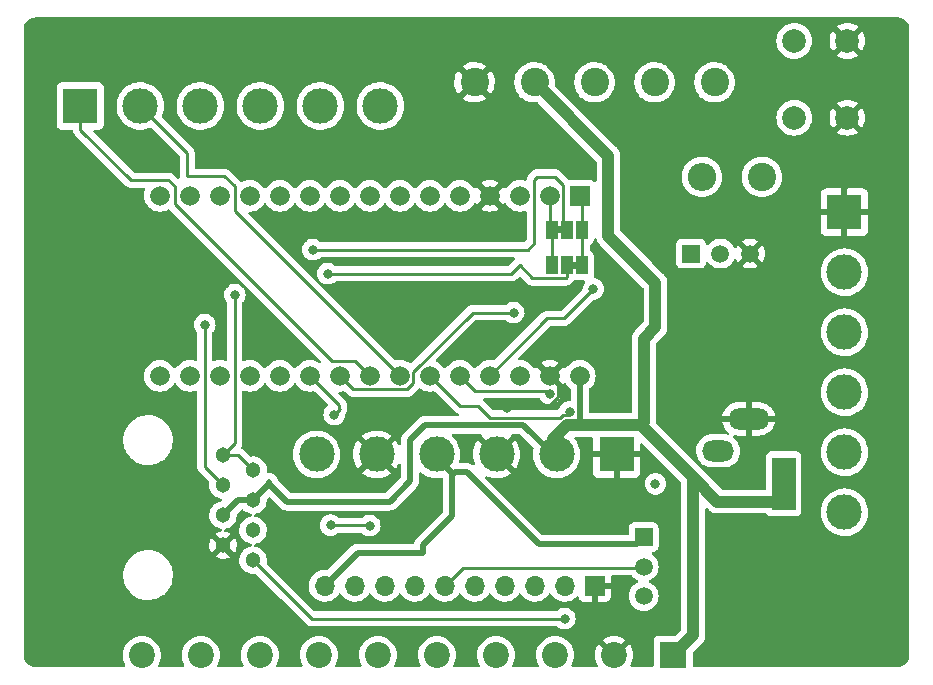
<source format=gbr>
%TF.GenerationSoftware,KiCad,Pcbnew,(6.0.7)*%
%TF.CreationDate,2022-10-06T11:11:12-05:00*%
%TF.ProjectId,ScareBanger_PCB,53636172-6542-4616-9e67-65725f504342,rev?*%
%TF.SameCoordinates,Original*%
%TF.FileFunction,Copper,L2,Bot*%
%TF.FilePolarity,Positive*%
%FSLAX46Y46*%
G04 Gerber Fmt 4.6, Leading zero omitted, Abs format (unit mm)*
G04 Created by KiCad (PCBNEW (6.0.7)) date 2022-10-06 11:11:12*
%MOMM*%
%LPD*%
G01*
G04 APERTURE LIST*
%TA.AperFunction,ComponentPad*%
%ADD10R,1.665000X1.665000*%
%TD*%
%TA.AperFunction,ComponentPad*%
%ADD11C,1.665000*%
%TD*%
%TA.AperFunction,ComponentPad*%
%ADD12R,3.000000X3.000000*%
%TD*%
%TA.AperFunction,ComponentPad*%
%ADD13C,3.000000*%
%TD*%
%TA.AperFunction,ComponentPad*%
%ADD14R,1.500000X1.500000*%
%TD*%
%TA.AperFunction,ComponentPad*%
%ADD15C,1.500000*%
%TD*%
%TA.AperFunction,ComponentPad*%
%ADD16C,2.400000*%
%TD*%
%TA.AperFunction,ComponentPad*%
%ADD17C,2.000000*%
%TD*%
%TA.AperFunction,ComponentPad*%
%ADD18R,2.300000X2.300000*%
%TD*%
%TA.AperFunction,ComponentPad*%
%ADD19C,2.200000*%
%TD*%
%TA.AperFunction,ComponentPad*%
%ADD20O,2.400000X2.400000*%
%TD*%
%TA.AperFunction,ComponentPad*%
%ADD21C,1.303000*%
%TD*%
%TA.AperFunction,ComponentPad*%
%ADD22R,2.000000X4.500000*%
%TD*%
%TA.AperFunction,ComponentPad*%
%ADD23O,3.500000X1.800000*%
%TD*%
%TA.AperFunction,ComponentPad*%
%ADD24O,2.700000X1.800000*%
%TD*%
%TA.AperFunction,ComponentPad*%
%ADD25R,1.700000X1.700000*%
%TD*%
%TA.AperFunction,ComponentPad*%
%ADD26O,1.700000X1.700000*%
%TD*%
%TA.AperFunction,SMDPad,CuDef*%
%ADD27R,1.000000X1.500000*%
%TD*%
%TA.AperFunction,ViaPad*%
%ADD28C,0.800000*%
%TD*%
%TA.AperFunction,Conductor*%
%ADD29C,0.250000*%
%TD*%
%TA.AperFunction,Conductor*%
%ADD30C,0.500000*%
%TD*%
%TA.AperFunction,Conductor*%
%ADD31C,1.000000*%
%TD*%
G04 APERTURE END LIST*
%TO.C,JP1*%
G36*
X147100000Y-104800000D02*
G01*
X146600000Y-104800000D01*
X146600000Y-104200000D01*
X147100000Y-104200000D01*
X147100000Y-104800000D01*
G37*
%TO.C,JP2*%
G36*
X148400000Y-107800000D02*
G01*
X147900000Y-107800000D01*
X147900000Y-107200000D01*
X148400000Y-107200000D01*
X148400000Y-107800000D01*
G37*
%TD*%
D10*
%TO.P,A1,1,D1/TX*%
%TO.N,Net-(A1-Pad1)*%
X148590000Y-101610000D03*
D11*
%TO.P,A1,2,D0/RX*%
%TO.N,Net-(A1-Pad2)*%
X146050000Y-101610000D03*
%TO.P,A1,3,~{RESET}*%
%TO.N,unconnected-(A1-Pad3)*%
X143510000Y-101610000D03*
%TO.P,A1,4,GND*%
%TO.N,GND*%
X140970000Y-101610000D03*
%TO.P,A1,5,D2*%
%TO.N,Net-(A1-Pad5)*%
X138430000Y-101610000D03*
%TO.P,A1,6,D3*%
%TO.N,Net-(A1-Pad6)*%
X135890000Y-101610000D03*
%TO.P,A1,7,D4*%
%TO.N,Net-(J2-Pad3)*%
X133350000Y-101610000D03*
%TO.P,A1,8,D5*%
%TO.N,Net-(A1-Pad8)*%
X130810000Y-101610000D03*
%TO.P,A1,9,D6*%
%TO.N,Net-(A1-Pad9)*%
X128270000Y-101610000D03*
%TO.P,A1,10,D7*%
%TO.N,Net-(A1-Pad10)*%
X125730000Y-101610000D03*
%TO.P,A1,11,D8*%
%TO.N,Net-(A1-Pad11)*%
X123190000Y-101610000D03*
%TO.P,A1,12,D9*%
%TO.N,Net-(A1-Pad12)*%
X120650000Y-101610000D03*
%TO.P,A1,13,D10*%
%TO.N,Net-(A1-Pad13)*%
X118110000Y-101610000D03*
%TO.P,A1,14,D11*%
%TO.N,Net-(A1-Pad14)*%
X115570000Y-101610000D03*
%TO.P,A1,15,D12*%
%TO.N,Net-(A1-Pad15)*%
X113030000Y-101610000D03*
%TO.P,A1,16,D13*%
%TO.N,Net-(A1-Pad16)*%
X113030000Y-116850000D03*
%TO.P,A1,17,3V3*%
%TO.N,+3.3V*%
X115570000Y-116850000D03*
%TO.P,A1,18,AREF*%
%TO.N,unconnected-(A1-Pad18)*%
X118110000Y-116850000D03*
%TO.P,A1,19,A0*%
%TO.N,Net-(A1-Pad19)*%
X120650000Y-116850000D03*
%TO.P,A1,20,A1*%
%TO.N,Net-(A1-Pad20)*%
X123190000Y-116850000D03*
%TO.P,A1,21,A2*%
%TO.N,Net-(A1-Pad21)*%
X125730000Y-116850000D03*
%TO.P,A1,22,A3*%
%TO.N,Net-(J7-Pad4)*%
X128270000Y-116850000D03*
%TO.P,A1,23,A4*%
%TO.N,Net-(A1-Pad23)*%
X130810000Y-116850000D03*
%TO.P,A1,24,A5*%
%TO.N,Net-(A1-Pad24)*%
X133350000Y-116850000D03*
%TO.P,A1,25,A6*%
%TO.N,Net-(A1-Pad25)*%
X135890000Y-116850000D03*
%TO.P,A1,26,A7*%
%TO.N,Net-(A1-Pad26)*%
X138430000Y-116850000D03*
%TO.P,A1,27,+5V*%
%TO.N,+5V*%
X140970000Y-116850000D03*
%TO.P,A1,28,~{RESET}*%
%TO.N,Net-(A1-Pad28)*%
X143510000Y-116850000D03*
%TO.P,A1,29,GND*%
%TO.N,GND*%
X146050000Y-116850000D03*
%TO.P,A1,30,VIN*%
%TO.N,+12V*%
X148590000Y-116850000D03*
%TD*%
D12*
%TO.P,J3,1,Pin_1*%
%TO.N,Net-(A1-Pad23)*%
X106300000Y-94000000D03*
D13*
%TO.P,J3,2,Pin_2*%
%TO.N,Net-(A1-Pad24)*%
X111380000Y-94000000D03*
%TO.P,J3,3,Pin_3*%
%TO.N,Net-(A1-Pad16)*%
X116460000Y-94000000D03*
%TO.P,J3,4,Pin_4*%
%TO.N,Net-(A1-Pad15)*%
X121540000Y-94000000D03*
%TO.P,J3,5,Pin_5*%
%TO.N,Net-(A1-Pad14)*%
X126620000Y-94000000D03*
%TO.P,J3,6,Pin_6*%
%TO.N,Net-(A1-Pad13)*%
X131700000Y-94000000D03*
%TD*%
D14*
%TO.P,SW2,1,A*%
%TO.N,+5V*%
X154000000Y-130500000D03*
D15*
%TO.P,SW2,2,B*%
%TO.N,Net-(A1-Pad12)*%
X154000000Y-133000000D03*
%TO.P,SW2,3,C*%
%TO.N,unconnected-(SW2-Pad3)*%
X154000000Y-135500000D03*
%TD*%
D12*
%TO.P,J6,1,Pin_1*%
%TO.N,GND*%
X151700000Y-123500000D03*
D13*
%TO.P,J6,2,Pin_2*%
%TO.N,+12V*%
X146620000Y-123500000D03*
%TO.P,J6,3,Pin_3*%
%TO.N,GND*%
X141540000Y-123500000D03*
%TO.P,J6,4,Pin_4*%
%TO.N,+5V*%
X136460000Y-123500000D03*
%TO.P,J6,5,Pin_5*%
%TO.N,GND*%
X131380000Y-123500000D03*
%TO.P,J6,6,Pin_6*%
%TO.N,+3.3V*%
X126300000Y-123500000D03*
%TD*%
D12*
%TO.P,J7,1,Pin_1*%
%TO.N,GND*%
X171000000Y-103000000D03*
D13*
%TO.P,J7,2,Pin_2*%
%TO.N,Net-(A1-Pad5)*%
X171000000Y-108080000D03*
%TO.P,J7,3,Pin_3*%
%TO.N,Net-(A1-Pad6)*%
X171000000Y-113160000D03*
%TO.P,J7,4,Pin_4*%
%TO.N,Net-(J7-Pad4)*%
X171000000Y-118240000D03*
%TO.P,J7,5,Pin_5*%
%TO.N,Net-(A1-Pad25)*%
X171000000Y-123320000D03*
%TO.P,J7,6,Pin_6*%
%TO.N,Net-(A1-Pad26)*%
X171000000Y-128400000D03*
%TD*%
D16*
%TO.P,J2,1,1*%
%TO.N,SPKR +*%
X160000000Y-92000000D03*
%TO.P,J2,2,2*%
%TO.N,SPKR -*%
X154920000Y-92000000D03*
%TO.P,J2,3,3*%
%TO.N,Net-(J2-Pad3)*%
X149840000Y-92000000D03*
%TO.P,J2,4,4*%
%TO.N,+12V*%
X144760000Y-92000000D03*
%TO.P,J2,5,5*%
%TO.N,GND*%
X139680000Y-92000000D03*
%TD*%
D17*
%TO.P,S1,1*%
%TO.N,Net-(J2-Pad3)*%
X166750000Y-88500000D03*
X166750000Y-95000000D03*
%TO.P,S1,2*%
%TO.N,GND*%
X171250000Y-95000000D03*
X171250000Y-88500000D03*
%TD*%
D18*
%TO.P,J17,1,Pin_1*%
%TO.N,+12V*%
X156500000Y-140500000D03*
D19*
%TO.P,J17,2,Pin_2*%
%TO.N,GND*%
X151500000Y-140500000D03*
%TO.P,J17,3,Pin_3*%
%TO.N,Net-(A1-Pad8)*%
X146500000Y-140500000D03*
%TO.P,J17,4,Pin_4*%
%TO.N,Net-(A1-Pad9)*%
X141500000Y-140500000D03*
%TO.P,J17,5,Pin_5*%
%TO.N,Net-(A1-Pad10)*%
X136500000Y-140500000D03*
%TO.P,J17,6,Pin_6*%
%TO.N,Net-(A1-Pad11)*%
X131500000Y-140500000D03*
%TO.P,J17,7,Pin_7*%
%TO.N,Net-(A1-Pad12)*%
X126500000Y-140500000D03*
%TO.P,J17,8,Pin_8*%
%TO.N,Net-(A1-Pad19)*%
X121500000Y-140500000D03*
%TO.P,J17,9,Pin_9*%
%TO.N,Net-(A1-Pad20)*%
X116500000Y-140500000D03*
%TO.P,J17,10,Pin_10*%
%TO.N,Net-(A1-Pad21)*%
X111500000Y-140500000D03*
%TD*%
D16*
%TO.P,R2,1*%
%TO.N,Net-(J2-Pad3)*%
X164000000Y-100000000D03*
D20*
%TO.P,R2,2*%
%TO.N,Net-(R2-Pad2)*%
X158920000Y-100000000D03*
%TD*%
D21*
%TO.P,J1,1*%
%TO.N,Net-(J1-Pad1)*%
X118384000Y-123571000D03*
%TO.P,J1,2*%
X120924000Y-124841000D03*
%TO.P,J1,3*%
%TO.N,Net-(J1-Pad3)*%
X118384000Y-126111000D03*
%TO.P,J1,4*%
%TO.N,+12V*%
X120924000Y-127381000D03*
%TO.P,J1,5*%
X118384000Y-128651000D03*
%TO.P,J1,6*%
%TO.N,Net-(J1-Pad3)*%
X120924000Y-129921000D03*
%TO.P,J1,7*%
%TO.N,GND*%
X118384000Y-131191000D03*
%TO.P,J1,8*%
%TO.N,Net-(A1-Pad28)*%
X120924000Y-132461000D03*
%TD*%
D14*
%TO.P,SW1,1,A*%
%TO.N,+5V*%
X158000000Y-106500000D03*
D15*
%TO.P,SW1,2,B*%
%TO.N,Net-(R2-Pad2)*%
X160500000Y-106500000D03*
%TO.P,SW1,3,C*%
%TO.N,GND*%
X163000000Y-106500000D03*
%TD*%
D22*
%TO.P,J4,1*%
%TO.N,+12V*%
X165850000Y-126000000D03*
D23*
%TO.P,J4,2*%
%TO.N,GND*%
X162900000Y-120500000D03*
D24*
%TO.P,J4,3*%
%TO.N,unconnected-(J4-Pad3)*%
X160300000Y-123200000D03*
%TD*%
D25*
%TO.P,J16,1,Pin_1*%
%TO.N,GND*%
X149860000Y-134620000D03*
D26*
%TO.P,J16,2,Pin_2*%
%TO.N,Net-(A1-Pad8)*%
X147320000Y-134620000D03*
%TO.P,J16,3,Pin_3*%
%TO.N,Net-(A1-Pad9)*%
X144780000Y-134620000D03*
%TO.P,J16,4,Pin_4*%
%TO.N,Net-(A1-Pad10)*%
X142240000Y-134620000D03*
%TO.P,J16,5,Pin_5*%
%TO.N,Net-(A1-Pad11)*%
X139700000Y-134620000D03*
%TO.P,J16,6,Pin_6*%
%TO.N,Net-(A1-Pad12)*%
X137160000Y-134620000D03*
%TO.P,J16,7,Pin_7*%
%TO.N,Net-(A1-Pad19)*%
X134620000Y-134620000D03*
%TO.P,J16,8,Pin_8*%
%TO.N,Net-(A1-Pad20)*%
X132080000Y-134620000D03*
%TO.P,J16,9,Pin_9*%
%TO.N,Net-(A1-Pad21)*%
X129540000Y-134620000D03*
%TO.P,J16,10,Pin_10*%
%TO.N,+5V*%
X127000000Y-134620000D03*
%TD*%
D27*
%TO.P,JP1,1,A*%
%TO.N,Net-(A1-Pad2)*%
X146200000Y-104500000D03*
%TO.P,JP1,2,C*%
%TO.N,Net-(J1-Pad1)*%
X147500000Y-104500000D03*
%TO.P,JP1,3,B*%
%TO.N,Net-(A1-Pad1)*%
X148800000Y-104500000D03*
%TD*%
%TO.P,JP2,1,A*%
%TO.N,Net-(A1-Pad1)*%
X148800000Y-107500000D03*
%TO.P,JP2,2,C*%
%TO.N,Net-(J1-Pad3)*%
X147500000Y-107500000D03*
%TO.P,JP2,3,B*%
%TO.N,Net-(A1-Pad2)*%
X146200000Y-107500000D03*
%TD*%
D28*
%TO.N,*%
X155000000Y-126000000D03*
%TO.N,GND*%
X122000000Y-123000000D03*
X114808000Y-124460000D03*
X150114000Y-126746000D03*
X141986000Y-97282000D03*
X108712000Y-128524000D03*
X142400000Y-119600000D03*
%TO.N,Net-(A1-Pad19)*%
X127500000Y-129500000D03*
X130810000Y-129540000D03*
%TO.N,Net-(A1-Pad21)*%
X127800000Y-120150000D03*
%TO.N,Net-(J7-Pad4)*%
X143000000Y-111500000D03*
%TO.N,Net-(A1-Pad26)*%
X146042299Y-118357701D03*
%TO.N,+5V*%
X149750000Y-109500000D03*
%TO.N,Net-(A1-Pad28)*%
X147320000Y-137414000D03*
%TO.N,Net-(A1-Pad25)*%
X147740500Y-119900500D03*
%TO.N,Net-(J1-Pad1)*%
X125984000Y-106172000D03*
X119380000Y-109982000D03*
%TO.N,Net-(J1-Pad3)*%
X116840000Y-112522000D03*
X127254000Y-108204000D03*
%TD*%
D29*
%TO.N,Net-(A1-Pad2)*%
X146050000Y-104350000D02*
X146200000Y-104500000D01*
X146050000Y-101610000D02*
X146050000Y-104350000D01*
X146200000Y-104500000D02*
X146200000Y-107500000D01*
%TO.N,GND*%
X146767299Y-118658006D02*
X145825305Y-119600000D01*
X146767299Y-117567299D02*
X146767299Y-118658006D01*
X145825305Y-119600000D02*
X142400000Y-119600000D01*
X146050000Y-116850000D02*
X146767299Y-117567299D01*
%TO.N,Net-(A1-Pad12)*%
X153900000Y-133100000D02*
X154000000Y-133000000D01*
X138680000Y-133100000D02*
X153900000Y-133100000D01*
X137160000Y-134620000D02*
X138680000Y-133100000D01*
%TO.N,Net-(A1-Pad19)*%
X127500000Y-129500000D02*
X130770000Y-129500000D01*
X130770000Y-129500000D02*
X130810000Y-129540000D01*
%TO.N,Net-(A1-Pad21)*%
X127800000Y-120150000D02*
X128225000Y-119725000D01*
X128225000Y-119345000D02*
X125730000Y-116850000D01*
X128225000Y-119725000D02*
X128225000Y-119345000D01*
X128225000Y-119725000D02*
X128270000Y-119680000D01*
%TO.N,Net-(A1-Pad23)*%
X114280000Y-102290001D02*
X114280000Y-100818000D01*
X130810000Y-116850000D02*
X129560000Y-115600000D01*
X129560000Y-115600000D02*
X127589999Y-115600000D01*
X106300000Y-96000000D02*
X106300000Y-94000000D01*
X114280000Y-100818000D02*
X113759207Y-100297207D01*
X110597207Y-100297207D02*
X106300000Y-96000000D01*
X113759207Y-100297207D02*
X110597207Y-100297207D01*
X127589999Y-115600000D02*
X114280000Y-102290001D01*
%TO.N,Net-(A1-Pad24)*%
X119360000Y-102860000D02*
X119360000Y-100818000D01*
X115344415Y-97964415D02*
X111380000Y-94000000D01*
X133350000Y-116850000D02*
X119360000Y-102860000D01*
X118506415Y-99964415D02*
X115344415Y-99964415D01*
X119360000Y-100818000D02*
X118506415Y-99964415D01*
X115344415Y-99964415D02*
X115344415Y-97964415D01*
%TO.N,Net-(J7-Pad4)*%
X134507500Y-117492500D02*
X134507500Y-116500000D01*
X139507500Y-111500000D02*
X143000000Y-111500000D01*
X134507500Y-116500000D02*
X139507500Y-111500000D01*
X128270000Y-116850000D02*
X129427500Y-118007500D01*
X133992500Y-118007500D02*
X134507500Y-117492500D01*
X129427500Y-118007500D02*
X133992500Y-118007500D01*
%TO.N,Net-(A1-Pad26)*%
X145794598Y-118110000D02*
X139690000Y-118110000D01*
X146042299Y-118357701D02*
X145794598Y-118110000D01*
X139690000Y-118110000D02*
X138430000Y-116850000D01*
D30*
%TO.N,+5V*%
X137750000Y-125000000D02*
X137750000Y-125250000D01*
X135326000Y-131174000D02*
X137750000Y-128750000D01*
X137660000Y-125000000D02*
X136160000Y-123500000D01*
X137750000Y-125250000D02*
X137750000Y-128750000D01*
X129794000Y-131826000D02*
X127000000Y-134620000D01*
X135326000Y-131826000D02*
X129794000Y-131826000D01*
X137750000Y-125250000D02*
X138000000Y-125000000D01*
X139000000Y-125000000D02*
X145100000Y-131100000D01*
X135326000Y-131826000D02*
X135326000Y-131174000D01*
D29*
X147250000Y-112000000D02*
X145820000Y-112000000D01*
D30*
X138000000Y-125000000D02*
X139000000Y-125000000D01*
X137750000Y-125000000D02*
X137660000Y-125000000D01*
D29*
X149750000Y-109500000D02*
X147250000Y-112000000D01*
X145820000Y-112000000D02*
X140970000Y-116850000D01*
D30*
X145100000Y-131100000D02*
X153400000Y-131100000D01*
X153400000Y-131100000D02*
X154000000Y-130500000D01*
D29*
%TO.N,Net-(A1-Pad28)*%
X147320000Y-137414000D02*
X125877000Y-137414000D01*
X125877000Y-137414000D02*
X120924000Y-132461000D01*
D31*
%TO.N,+12V*%
X154000000Y-120750000D02*
X154000000Y-113712742D01*
X154750000Y-122000000D02*
X153750000Y-121000000D01*
X158187789Y-138812211D02*
X156500000Y-140500000D01*
D30*
X120924000Y-127381000D02*
X119654000Y-127381000D01*
X119654000Y-127381000D02*
X118384000Y-128651000D01*
D31*
X154000000Y-113712742D02*
X155000000Y-112712742D01*
D30*
X122301000Y-125857000D02*
X122301000Y-126004000D01*
D31*
X158187789Y-125437789D02*
X158187789Y-138812211D01*
X160250000Y-127500000D02*
X165850000Y-127500000D01*
D30*
X143820000Y-121000000D02*
X146320000Y-123500000D01*
D31*
X155000000Y-109000000D02*
X151016000Y-105016000D01*
D30*
X135500000Y-121000000D02*
X143820000Y-121000000D01*
X122301000Y-126004000D02*
X120924000Y-127381000D01*
D31*
X154750000Y-122000000D02*
X158187789Y-125437789D01*
X151016000Y-98256000D02*
X144760000Y-92000000D01*
X155000000Y-112712742D02*
X155000000Y-109000000D01*
X146320000Y-122180000D02*
X146320000Y-123500000D01*
D30*
X134210000Y-122290000D02*
X135500000Y-121000000D01*
X132500000Y-127500000D02*
X134210000Y-125790000D01*
D31*
X151016000Y-105016000D02*
X151016000Y-98256000D01*
X153750000Y-121000000D02*
X147500000Y-121000000D01*
D30*
X122301000Y-126004000D02*
X123797000Y-127500000D01*
X148590000Y-120650000D02*
X148590000Y-116850000D01*
X134210000Y-125790000D02*
X134210000Y-122290000D01*
D31*
X147500000Y-121000000D02*
X146320000Y-122180000D01*
D30*
X123797000Y-127500000D02*
X132500000Y-127500000D01*
D31*
X158187789Y-125437789D02*
X160250000Y-127500000D01*
X153750000Y-121000000D02*
X154000000Y-120750000D01*
D29*
%TO.N,Net-(A1-Pad25)*%
X147158274Y-120175000D02*
X146933274Y-120400000D01*
X147740500Y-119900500D02*
X147466000Y-120175000D01*
X147466000Y-120175000D02*
X147158274Y-120175000D01*
X141000000Y-120400000D02*
X139980000Y-119380000D01*
X139980000Y-119380000D02*
X138420000Y-119380000D01*
X146933274Y-120400000D02*
X141000000Y-120400000D01*
X138420000Y-119380000D02*
X135890000Y-116850000D01*
%TO.N,Net-(J1-Pad1)*%
X147209999Y-100709999D02*
X146500000Y-100000000D01*
X119380000Y-109982000D02*
X119380000Y-122575000D01*
X144722793Y-100277207D02*
X144722793Y-105621207D01*
X145000000Y-100000000D02*
X144722793Y-100277207D01*
X144172000Y-106172000D02*
X125984000Y-106172000D01*
X147209999Y-104209999D02*
X147209999Y-100709999D01*
X119380000Y-122575000D02*
X118384000Y-123571000D01*
X147500000Y-104500000D02*
X147209999Y-104209999D01*
X144722793Y-105621207D02*
X144172000Y-106172000D01*
X119654000Y-123571000D02*
X120924000Y-124841000D01*
X118384000Y-123571000D02*
X119654000Y-123571000D01*
X146500000Y-100000000D02*
X145000000Y-100000000D01*
%TO.N,Net-(J1-Pad3)*%
X116840000Y-112522000D02*
X116840000Y-124567000D01*
X127254000Y-108204000D02*
X142796000Y-108204000D01*
X142796000Y-108204000D02*
X143500000Y-107500000D01*
X116840000Y-124567000D02*
X118384000Y-126111000D01*
X147500000Y-108500000D02*
X147500000Y-107500000D01*
X143500000Y-107500000D02*
X144575000Y-108575000D01*
X147425000Y-108575000D02*
X147500000Y-108500000D01*
X144575000Y-108575000D02*
X147425000Y-108575000D01*
%TO.N,Net-(A1-Pad1)*%
X148800000Y-104500000D02*
X148800000Y-107500000D01*
X148800000Y-101820000D02*
X148590000Y-101610000D01*
X148800000Y-104500000D02*
X148800000Y-101820000D01*
%TD*%
%TA.AperFunction,Conductor*%
%TO.N,GND*%
G36*
X175470018Y-86510000D02*
G01*
X175484851Y-86512310D01*
X175484855Y-86512310D01*
X175493724Y-86513691D01*
X175506397Y-86512034D01*
X175533707Y-86511449D01*
X175661194Y-86522603D01*
X175682817Y-86526415D01*
X175828466Y-86565442D01*
X175849104Y-86572954D01*
X175985760Y-86636678D01*
X176004780Y-86647660D01*
X176128297Y-86734147D01*
X176145122Y-86748265D01*
X176251735Y-86854878D01*
X176265853Y-86871703D01*
X176352340Y-86995220D01*
X176363322Y-87014240D01*
X176427046Y-87150896D01*
X176434557Y-87171534D01*
X176473583Y-87317178D01*
X176477398Y-87338809D01*
X176487947Y-87459393D01*
X176487393Y-87475871D01*
X176487800Y-87475876D01*
X176487690Y-87484853D01*
X176486309Y-87493724D01*
X176487473Y-87502626D01*
X176487473Y-87502628D01*
X176490436Y-87525283D01*
X176491500Y-87541621D01*
X176491500Y-140450633D01*
X176490000Y-140470018D01*
X176487690Y-140484851D01*
X176487690Y-140484855D01*
X176486309Y-140493724D01*
X176487966Y-140506397D01*
X176488551Y-140533707D01*
X176477398Y-140661191D01*
X176473585Y-140682817D01*
X176452174Y-140762724D01*
X176434558Y-140828466D01*
X176427046Y-140849104D01*
X176363322Y-140985760D01*
X176352340Y-141004780D01*
X176265853Y-141128297D01*
X176251735Y-141145122D01*
X176145122Y-141251735D01*
X176128297Y-141265853D01*
X176004780Y-141352340D01*
X175985760Y-141363322D01*
X175849104Y-141427046D01*
X175828466Y-141434557D01*
X175682822Y-141473583D01*
X175661194Y-141477397D01*
X175604659Y-141482344D01*
X175540607Y-141487947D01*
X175524129Y-141487393D01*
X175524124Y-141487800D01*
X175515147Y-141487690D01*
X175506276Y-141486309D01*
X175497374Y-141487473D01*
X175497372Y-141487473D01*
X175483548Y-141489281D01*
X175474714Y-141490436D01*
X175458379Y-141491500D01*
X158284500Y-141491500D01*
X158216379Y-141471498D01*
X158169886Y-141417842D01*
X158158500Y-141365500D01*
X158158500Y-140319924D01*
X158178502Y-140251803D01*
X158195405Y-140230829D01*
X158857168Y-139569066D01*
X158867311Y-139559964D01*
X158892007Y-139540108D01*
X158896814Y-139536243D01*
X158929081Y-139497789D01*
X158932261Y-139494142D01*
X158933904Y-139492330D01*
X158936098Y-139490136D01*
X158963431Y-139456862D01*
X158964137Y-139456011D01*
X159019984Y-139389455D01*
X159023943Y-139384737D01*
X159026511Y-139380067D01*
X159029892Y-139375950D01*
X159073766Y-139294125D01*
X159074395Y-139292966D01*
X159116251Y-139216830D01*
X159116254Y-139216822D01*
X159119222Y-139211424D01*
X159120834Y-139206342D01*
X159123351Y-139201648D01*
X159150551Y-139112680D01*
X159150897Y-139111569D01*
X159155802Y-139096109D01*
X159179024Y-139022905D01*
X159179618Y-139017609D01*
X159181176Y-139012513D01*
X159190579Y-138919954D01*
X159190700Y-138918818D01*
X159196289Y-138868984D01*
X159196289Y-138865457D01*
X159196344Y-138864472D01*
X159196791Y-138858792D01*
X159201163Y-138815749D01*
X159196848Y-138770102D01*
X159196289Y-138758244D01*
X159196289Y-128176713D01*
X159216291Y-128108592D01*
X159269947Y-128062099D01*
X159340221Y-128051995D01*
X159404801Y-128081489D01*
X159411384Y-128087618D01*
X159493145Y-128169379D01*
X159502247Y-128179522D01*
X159525968Y-128209025D01*
X159530696Y-128212992D01*
X159564421Y-128241291D01*
X159568069Y-128244472D01*
X159569881Y-128246115D01*
X159572075Y-128248309D01*
X159605349Y-128275642D01*
X159606147Y-128276304D01*
X159677474Y-128336154D01*
X159682144Y-128338722D01*
X159686261Y-128342103D01*
X159763707Y-128383629D01*
X159768120Y-128385995D01*
X159769280Y-128386624D01*
X159845389Y-128428466D01*
X159845394Y-128428468D01*
X159850787Y-128431433D01*
X159855865Y-128433044D01*
X159860563Y-128435563D01*
X159949498Y-128462753D01*
X159950702Y-128463128D01*
X160039306Y-128491235D01*
X160044597Y-128491828D01*
X160049698Y-128493388D01*
X160142311Y-128502795D01*
X160143431Y-128502915D01*
X160193227Y-128508500D01*
X160196756Y-128508500D01*
X160197739Y-128508555D01*
X160203426Y-128509003D01*
X160223683Y-128511060D01*
X160240336Y-128512752D01*
X160240339Y-128512752D01*
X160246463Y-128513374D01*
X160292112Y-128509059D01*
X160303969Y-128508500D01*
X164345198Y-128508500D01*
X164413319Y-128528502D01*
X164446024Y-128558935D01*
X164486739Y-128613261D01*
X164603295Y-128700615D01*
X164739684Y-128751745D01*
X164801866Y-128758500D01*
X166898134Y-128758500D01*
X166960316Y-128751745D01*
X167096705Y-128700615D01*
X167213261Y-128613261D01*
X167300615Y-128496705D01*
X167344771Y-128378918D01*
X168986917Y-128378918D01*
X169002682Y-128652320D01*
X169003507Y-128656525D01*
X169003508Y-128656533D01*
X169023733Y-128759621D01*
X169055405Y-128921053D01*
X169056792Y-128925103D01*
X169056793Y-128925108D01*
X169140106Y-129168444D01*
X169144112Y-129180144D01*
X169188415Y-129268232D01*
X169260530Y-129411616D01*
X169267160Y-129424799D01*
X169269586Y-129428328D01*
X169269589Y-129428334D01*
X169392648Y-129607384D01*
X169422274Y-129650490D01*
X169425161Y-129653663D01*
X169425162Y-129653664D01*
X169557877Y-129799517D01*
X169606582Y-129853043D01*
X169609877Y-129855798D01*
X169609878Y-129855799D01*
X169628723Y-129871556D01*
X169816675Y-130028707D01*
X169820316Y-130030991D01*
X170045024Y-130171951D01*
X170045028Y-130171953D01*
X170048664Y-130174234D01*
X170173461Y-130230582D01*
X170294345Y-130285164D01*
X170294349Y-130285166D01*
X170298257Y-130286930D01*
X170302377Y-130288150D01*
X170302376Y-130288150D01*
X170556723Y-130363491D01*
X170556727Y-130363492D01*
X170560836Y-130364709D01*
X170565070Y-130365357D01*
X170565075Y-130365358D01*
X170827298Y-130405483D01*
X170827300Y-130405483D01*
X170831540Y-130406132D01*
X170970912Y-130408322D01*
X171101071Y-130410367D01*
X171101077Y-130410367D01*
X171105362Y-130410434D01*
X171377235Y-130377534D01*
X171642127Y-130308041D01*
X171646087Y-130306401D01*
X171646092Y-130306399D01*
X171844621Y-130224165D01*
X171895136Y-130203241D01*
X172111267Y-130076944D01*
X172127879Y-130067237D01*
X172127880Y-130067236D01*
X172131582Y-130065073D01*
X172347089Y-129896094D01*
X172352506Y-129890505D01*
X172531998Y-129705283D01*
X172537669Y-129699431D01*
X172540202Y-129695983D01*
X172540206Y-129695978D01*
X172682910Y-129501710D01*
X172699795Y-129478723D01*
X172701948Y-129474758D01*
X172828418Y-129241830D01*
X172828419Y-129241828D01*
X172830468Y-129238054D01*
X172903371Y-129045122D01*
X172925751Y-128985895D01*
X172925752Y-128985891D01*
X172927269Y-128981877D01*
X172969903Y-128795725D01*
X172987449Y-128719117D01*
X172987450Y-128719113D01*
X172988407Y-128714933D01*
X172989003Y-128708261D01*
X173012531Y-128444627D01*
X173012531Y-128444625D01*
X173012751Y-128442161D01*
X173012818Y-128435819D01*
X173013167Y-128402484D01*
X173013167Y-128402483D01*
X173013193Y-128400000D01*
X173009369Y-128343909D01*
X172994859Y-128131055D01*
X172994858Y-128131049D01*
X172994567Y-128126778D01*
X172988033Y-128095224D01*
X172939901Y-127862809D01*
X172939032Y-127858612D01*
X172847617Y-127600465D01*
X172722013Y-127357112D01*
X172712040Y-127342921D01*
X172567008Y-127136562D01*
X172564545Y-127133057D01*
X172378125Y-126932445D01*
X172374810Y-126929731D01*
X172374806Y-126929728D01*
X172208738Y-126793803D01*
X172166205Y-126758990D01*
X171943473Y-126622500D01*
X171936366Y-126618145D01*
X171936365Y-126618145D01*
X171932704Y-126615901D01*
X171928768Y-126614173D01*
X171685873Y-126507549D01*
X171685869Y-126507548D01*
X171681945Y-126505825D01*
X171418566Y-126430800D01*
X171414324Y-126430196D01*
X171414318Y-126430195D01*
X171213834Y-126401662D01*
X171147443Y-126392213D01*
X171003589Y-126391460D01*
X170877877Y-126390802D01*
X170877871Y-126390802D01*
X170873591Y-126390780D01*
X170869347Y-126391339D01*
X170869343Y-126391339D01*
X170750302Y-126407011D01*
X170602078Y-126426525D01*
X170597938Y-126427658D01*
X170597936Y-126427658D01*
X170558235Y-126438519D01*
X170337928Y-126498788D01*
X170333980Y-126500472D01*
X170089982Y-126604546D01*
X170089978Y-126604548D01*
X170086030Y-126606232D01*
X169990385Y-126663474D01*
X169854725Y-126744664D01*
X169854721Y-126744667D01*
X169851043Y-126746868D01*
X169637318Y-126918094D01*
X169448808Y-127116742D01*
X169289002Y-127339136D01*
X169160857Y-127581161D01*
X169159385Y-127585184D01*
X169159383Y-127585188D01*
X169134583Y-127652957D01*
X169066743Y-127838337D01*
X169008404Y-128105907D01*
X168986917Y-128378918D01*
X167344771Y-128378918D01*
X167351745Y-128360316D01*
X167358500Y-128298134D01*
X167358500Y-123701866D01*
X167351745Y-123639684D01*
X167300615Y-123503295D01*
X167213261Y-123386739D01*
X167096705Y-123299385D01*
X167095459Y-123298918D01*
X168986917Y-123298918D01*
X169002682Y-123572320D01*
X169003507Y-123576525D01*
X169003508Y-123576533D01*
X169033917Y-123731526D01*
X169055405Y-123841053D01*
X169056792Y-123845103D01*
X169056793Y-123845108D01*
X169139233Y-124085895D01*
X169144112Y-124100144D01*
X169149429Y-124110715D01*
X169263768Y-124338054D01*
X169267160Y-124344799D01*
X169269586Y-124348328D01*
X169269589Y-124348334D01*
X169411163Y-124554324D01*
X169422274Y-124570490D01*
X169425161Y-124573663D01*
X169425162Y-124573664D01*
X169591223Y-124756164D01*
X169606582Y-124773043D01*
X169816675Y-124948707D01*
X169820316Y-124950991D01*
X170045024Y-125091951D01*
X170045028Y-125091953D01*
X170048664Y-125094234D01*
X170173461Y-125150582D01*
X170294345Y-125205164D01*
X170294349Y-125205166D01*
X170298257Y-125206930D01*
X170302377Y-125208150D01*
X170302376Y-125208150D01*
X170556723Y-125283491D01*
X170556727Y-125283492D01*
X170560836Y-125284709D01*
X170565070Y-125285357D01*
X170565075Y-125285358D01*
X170827298Y-125325483D01*
X170827300Y-125325483D01*
X170831540Y-125326132D01*
X170970912Y-125328322D01*
X171101071Y-125330367D01*
X171101077Y-125330367D01*
X171105362Y-125330434D01*
X171377235Y-125297534D01*
X171642127Y-125228041D01*
X171646087Y-125226401D01*
X171646092Y-125226399D01*
X171768632Y-125175641D01*
X171895136Y-125123241D01*
X172030804Y-125043963D01*
X172127879Y-124987237D01*
X172127880Y-124987236D01*
X172131582Y-124985073D01*
X172347089Y-124816094D01*
X172352506Y-124810505D01*
X172528686Y-124628701D01*
X172537669Y-124619431D01*
X172540202Y-124615983D01*
X172540206Y-124615978D01*
X172691220Y-124410397D01*
X172699795Y-124398723D01*
X172701841Y-124394955D01*
X172828418Y-124161830D01*
X172828419Y-124161828D01*
X172830468Y-124158054D01*
X172911563Y-123943441D01*
X172925751Y-123905895D01*
X172925752Y-123905891D01*
X172927269Y-123901877D01*
X172960112Y-123758475D01*
X172987449Y-123639117D01*
X172987450Y-123639113D01*
X172988407Y-123634933D01*
X172990971Y-123606211D01*
X173012531Y-123364627D01*
X173012531Y-123364625D01*
X173012751Y-123362161D01*
X173013193Y-123320000D01*
X173009552Y-123266589D01*
X172994859Y-123051055D01*
X172994858Y-123051049D01*
X172994567Y-123046778D01*
X172991726Y-123033057D01*
X172955776Y-122859465D01*
X172939032Y-122778612D01*
X172847617Y-122520465D01*
X172797132Y-122422652D01*
X172723978Y-122280919D01*
X172723978Y-122280918D01*
X172722013Y-122277112D01*
X172712040Y-122262921D01*
X172567008Y-122056562D01*
X172564545Y-122053057D01*
X172481542Y-121963735D01*
X172381046Y-121855588D01*
X172381043Y-121855585D01*
X172378125Y-121852445D01*
X172374810Y-121849731D01*
X172374806Y-121849728D01*
X172207725Y-121712974D01*
X172166205Y-121678990D01*
X171932704Y-121535901D01*
X171925182Y-121532599D01*
X171685873Y-121427549D01*
X171685869Y-121427548D01*
X171681945Y-121425825D01*
X171418566Y-121350800D01*
X171414324Y-121350196D01*
X171414318Y-121350195D01*
X171189516Y-121318201D01*
X171147443Y-121312213D01*
X171003589Y-121311460D01*
X170877877Y-121310802D01*
X170877871Y-121310802D01*
X170873591Y-121310780D01*
X170869347Y-121311339D01*
X170869343Y-121311339D01*
X170789444Y-121321858D01*
X170602078Y-121346525D01*
X170597938Y-121347658D01*
X170597936Y-121347658D01*
X170525008Y-121367609D01*
X170337928Y-121418788D01*
X170333980Y-121420472D01*
X170089982Y-121524546D01*
X170089978Y-121524548D01*
X170086030Y-121526232D01*
X170066125Y-121538145D01*
X169854725Y-121664664D01*
X169854721Y-121664667D01*
X169851043Y-121666868D01*
X169637318Y-121838094D01*
X169555620Y-121924186D01*
X169452886Y-122032445D01*
X169448808Y-122036742D01*
X169289002Y-122259136D01*
X169160857Y-122501161D01*
X169159385Y-122505184D01*
X169159383Y-122505188D01*
X169068643Y-122753145D01*
X169066743Y-122758337D01*
X169008404Y-123025907D01*
X169008068Y-123030177D01*
X168989046Y-123271873D01*
X168986917Y-123298918D01*
X167095459Y-123298918D01*
X166960316Y-123248255D01*
X166898134Y-123241500D01*
X164801866Y-123241500D01*
X164739684Y-123248255D01*
X164603295Y-123299385D01*
X164486739Y-123386739D01*
X164399385Y-123503295D01*
X164348255Y-123639684D01*
X164341500Y-123701866D01*
X164341500Y-126365500D01*
X164321498Y-126433621D01*
X164267842Y-126480114D01*
X164215500Y-126491500D01*
X160719924Y-126491500D01*
X160651803Y-126471498D01*
X160630829Y-126454595D01*
X158941857Y-124765623D01*
X158933309Y-124756164D01*
X158910743Y-124728495D01*
X158910741Y-124728493D01*
X158906854Y-124723727D01*
X158902112Y-124719804D01*
X158902110Y-124719802D01*
X158871516Y-124694492D01*
X158862736Y-124686502D01*
X157309645Y-123133411D01*
X158437977Y-123133411D01*
X158438177Y-123138740D01*
X158438177Y-123138741D01*
X158439445Y-123172502D01*
X158446945Y-123372274D01*
X158448040Y-123377492D01*
X158482072Y-123539686D01*
X158496030Y-123606211D01*
X158583829Y-123828533D01*
X158707832Y-124032883D01*
X158711329Y-124036913D01*
X158816450Y-124158054D01*
X158864493Y-124213419D01*
X158868619Y-124216802D01*
X158868623Y-124216806D01*
X158955671Y-124288180D01*
X159049333Y-124364978D01*
X159053969Y-124367617D01*
X159053972Y-124367619D01*
X159172619Y-124435157D01*
X159257066Y-124483227D01*
X159481753Y-124564784D01*
X159487002Y-124565733D01*
X159487005Y-124565734D01*
X159712885Y-124606580D01*
X159712893Y-124606581D01*
X159716969Y-124607318D01*
X159735359Y-124608185D01*
X159740544Y-124608430D01*
X159740551Y-124608430D01*
X159742032Y-124608500D01*
X160810012Y-124608500D01*
X160988175Y-124593383D01*
X160993339Y-124592043D01*
X160993343Y-124592042D01*
X161214375Y-124534673D01*
X161214380Y-124534671D01*
X161219540Y-124533332D01*
X161336636Y-124480584D01*
X161432619Y-124437347D01*
X161432622Y-124437346D01*
X161437480Y-124435157D01*
X161446513Y-124429076D01*
X161486466Y-124402178D01*
X161635762Y-124301666D01*
X161640962Y-124296706D01*
X161737618Y-124204500D01*
X161808718Y-124136674D01*
X161951402Y-123944900D01*
X161957999Y-123931926D01*
X162057314Y-123736586D01*
X162057314Y-123736585D01*
X162059733Y-123731828D01*
X162100361Y-123600984D01*
X162129032Y-123508651D01*
X162129033Y-123508645D01*
X162130616Y-123503548D01*
X162155273Y-123317519D01*
X162161323Y-123271873D01*
X162161323Y-123271869D01*
X162162023Y-123266589D01*
X162161794Y-123260476D01*
X162156940Y-123131210D01*
X162153055Y-123027726D01*
X162115513Y-122848802D01*
X162105067Y-122799016D01*
X162105066Y-122799013D01*
X162103970Y-122793789D01*
X162016171Y-122571467D01*
X161892168Y-122367117D01*
X161836468Y-122302928D01*
X161739007Y-122190614D01*
X161739005Y-122190612D01*
X161735507Y-122186581D01*
X161731381Y-122183198D01*
X161731377Y-122183194D01*
X161632371Y-122102015D01*
X161621820Y-122093363D01*
X161581826Y-122034705D01*
X161579894Y-121963735D01*
X161616638Y-121902986D01*
X161680392Y-121871747D01*
X161724132Y-121871941D01*
X161912932Y-121906081D01*
X161921162Y-121907016D01*
X161940550Y-121907930D01*
X161943526Y-121908000D01*
X162627885Y-121908000D01*
X162643124Y-121903525D01*
X162644329Y-121902135D01*
X162646000Y-121894452D01*
X162646000Y-121889885D01*
X163154000Y-121889885D01*
X163158475Y-121905124D01*
X163159865Y-121906329D01*
X163167548Y-121908000D01*
X163807340Y-121908000D01*
X163812649Y-121907775D01*
X163982771Y-121893340D01*
X163993259Y-121891548D01*
X164214211Y-121834199D01*
X164224239Y-121830667D01*
X164432363Y-121736915D01*
X164441669Y-121731735D01*
X164631024Y-121604253D01*
X164639307Y-121597594D01*
X164804478Y-121440029D01*
X164811530Y-121432058D01*
X164947790Y-121248918D01*
X164953394Y-121239881D01*
X165056851Y-121036394D01*
X165060852Y-121026541D01*
X165128544Y-120808539D01*
X165130828Y-120798152D01*
X165134300Y-120771957D01*
X165132104Y-120757793D01*
X165118919Y-120754000D01*
X163172115Y-120754000D01*
X163156876Y-120758475D01*
X163155671Y-120759865D01*
X163154000Y-120767548D01*
X163154000Y-121889885D01*
X162646000Y-121889885D01*
X162646000Y-120772115D01*
X162641525Y-120756876D01*
X162640135Y-120755671D01*
X162632452Y-120754000D01*
X160682718Y-120754000D01*
X160669187Y-120757973D01*
X160667662Y-120768580D01*
X160695413Y-120900840D01*
X160698473Y-120911037D01*
X160782315Y-121123340D01*
X160787049Y-121132876D01*
X160905468Y-121328025D01*
X160911734Y-121336618D01*
X161061342Y-121509027D01*
X161068972Y-121516447D01*
X161178397Y-121606169D01*
X161218391Y-121664828D01*
X161220323Y-121735799D01*
X161183579Y-121796547D01*
X161119825Y-121827786D01*
X161076086Y-121827592D01*
X161036429Y-121820421D01*
X160887115Y-121793420D01*
X160887107Y-121793419D01*
X160883031Y-121792682D01*
X160864641Y-121791815D01*
X160859456Y-121791570D01*
X160859449Y-121791570D01*
X160857968Y-121791500D01*
X159789988Y-121791500D01*
X159611825Y-121806617D01*
X159606661Y-121807957D01*
X159606657Y-121807958D01*
X159385625Y-121865327D01*
X159385620Y-121865329D01*
X159380460Y-121866668D01*
X159375594Y-121868860D01*
X159167381Y-121962653D01*
X159167378Y-121962654D01*
X159162520Y-121964843D01*
X158964238Y-122098334D01*
X158791282Y-122263326D01*
X158788099Y-122267603D01*
X158788099Y-122267604D01*
X158781025Y-122277112D01*
X158648598Y-122455100D01*
X158646182Y-122459851D01*
X158646180Y-122459855D01*
X158542729Y-122663329D01*
X158540267Y-122668172D01*
X158513882Y-122753145D01*
X158470968Y-122891349D01*
X158470967Y-122891355D01*
X158469384Y-122896452D01*
X158453967Y-123012770D01*
X158440283Y-123116016D01*
X158437977Y-123133411D01*
X157309645Y-123133411D01*
X155047971Y-120871737D01*
X155013945Y-120809425D01*
X155011711Y-120769908D01*
X155012752Y-120759664D01*
X155012752Y-120759661D01*
X155013374Y-120753538D01*
X155009059Y-120707891D01*
X155008500Y-120696033D01*
X155008500Y-120228043D01*
X160665700Y-120228043D01*
X160667896Y-120242207D01*
X160681081Y-120246000D01*
X162627885Y-120246000D01*
X162643124Y-120241525D01*
X162644329Y-120240135D01*
X162646000Y-120232452D01*
X162646000Y-120227885D01*
X163154000Y-120227885D01*
X163158475Y-120243124D01*
X163159865Y-120244329D01*
X163167548Y-120246000D01*
X165117282Y-120246000D01*
X165130813Y-120242027D01*
X165132338Y-120231420D01*
X165104587Y-120099160D01*
X165101527Y-120088963D01*
X165017685Y-119876660D01*
X165012951Y-119867124D01*
X164894532Y-119671975D01*
X164888266Y-119663382D01*
X164738658Y-119490973D01*
X164731028Y-119483553D01*
X164554512Y-119338820D01*
X164545745Y-119332794D01*
X164347367Y-119219871D01*
X164337703Y-119215405D01*
X164123132Y-119137519D01*
X164112865Y-119134749D01*
X163887068Y-119093919D01*
X163878838Y-119092984D01*
X163859450Y-119092070D01*
X163856474Y-119092000D01*
X163172115Y-119092000D01*
X163156876Y-119096475D01*
X163155671Y-119097865D01*
X163154000Y-119105548D01*
X163154000Y-120227885D01*
X162646000Y-120227885D01*
X162646000Y-119110115D01*
X162641525Y-119094876D01*
X162640135Y-119093671D01*
X162632452Y-119092000D01*
X161992660Y-119092000D01*
X161987351Y-119092225D01*
X161817229Y-119106660D01*
X161806741Y-119108452D01*
X161585789Y-119165801D01*
X161575761Y-119169333D01*
X161367637Y-119263085D01*
X161358331Y-119268265D01*
X161168976Y-119395747D01*
X161160693Y-119402406D01*
X160995522Y-119559971D01*
X160988470Y-119567942D01*
X160852210Y-119751082D01*
X160846606Y-119760119D01*
X160743149Y-119963606D01*
X160739148Y-119973459D01*
X160671456Y-120191461D01*
X160669172Y-120201848D01*
X160665700Y-120228043D01*
X155008500Y-120228043D01*
X155008500Y-118218918D01*
X168986917Y-118218918D01*
X169002682Y-118492320D01*
X169003507Y-118496525D01*
X169003508Y-118496533D01*
X169030188Y-118632522D01*
X169055405Y-118761053D01*
X169056792Y-118765103D01*
X169056793Y-118765108D01*
X169130882Y-118981502D01*
X169144112Y-119020144D01*
X169190946Y-119113263D01*
X169242318Y-119215405D01*
X169267160Y-119264799D01*
X169269586Y-119268328D01*
X169269589Y-119268334D01*
X169367549Y-119410865D01*
X169422274Y-119490490D01*
X169425161Y-119493663D01*
X169425162Y-119493664D01*
X169579593Y-119663382D01*
X169606582Y-119693043D01*
X169609877Y-119695798D01*
X169609878Y-119695799D01*
X169694436Y-119766500D01*
X169816675Y-119868707D01*
X169820316Y-119870991D01*
X170045024Y-120011951D01*
X170045028Y-120011953D01*
X170048664Y-120014234D01*
X170116544Y-120044883D01*
X170294345Y-120125164D01*
X170294349Y-120125166D01*
X170298257Y-120126930D01*
X170302377Y-120128150D01*
X170302376Y-120128150D01*
X170556723Y-120203491D01*
X170556727Y-120203492D01*
X170560836Y-120204709D01*
X170565070Y-120205357D01*
X170565075Y-120205358D01*
X170827298Y-120245483D01*
X170827300Y-120245483D01*
X170831540Y-120246132D01*
X170970912Y-120248322D01*
X171101071Y-120250367D01*
X171101077Y-120250367D01*
X171105362Y-120250434D01*
X171377235Y-120217534D01*
X171642127Y-120148041D01*
X171646087Y-120146401D01*
X171646092Y-120146399D01*
X171768632Y-120095641D01*
X171895136Y-120043241D01*
X172097904Y-119924753D01*
X172127879Y-119907237D01*
X172127880Y-119907236D01*
X172131582Y-119905073D01*
X172347089Y-119736094D01*
X172361896Y-119720815D01*
X172534686Y-119542509D01*
X172537669Y-119539431D01*
X172540202Y-119535983D01*
X172540206Y-119535978D01*
X172697257Y-119322178D01*
X172699795Y-119318723D01*
X172701841Y-119314955D01*
X172828418Y-119081830D01*
X172828419Y-119081828D01*
X172830468Y-119078054D01*
X172908438Y-118871712D01*
X172925751Y-118825895D01*
X172925752Y-118825891D01*
X172927269Y-118821877D01*
X172968567Y-118641559D01*
X172987449Y-118559117D01*
X172987450Y-118559113D01*
X172988407Y-118554933D01*
X172989321Y-118544699D01*
X173012531Y-118284627D01*
X173012531Y-118284625D01*
X173012751Y-118282161D01*
X173013193Y-118240000D01*
X173012048Y-118223198D01*
X172994859Y-117971055D01*
X172994858Y-117971049D01*
X172994567Y-117966778D01*
X172988653Y-117938218D01*
X172939901Y-117702809D01*
X172939032Y-117698612D01*
X172847617Y-117440465D01*
X172722013Y-117197112D01*
X172712040Y-117182921D01*
X172567008Y-116976562D01*
X172564545Y-116973057D01*
X172452949Y-116852965D01*
X172381046Y-116775588D01*
X172381043Y-116775585D01*
X172378125Y-116772445D01*
X172374810Y-116769731D01*
X172374806Y-116769728D01*
X172169523Y-116601706D01*
X172166205Y-116598990D01*
X171932704Y-116455901D01*
X171928768Y-116454173D01*
X171685873Y-116347549D01*
X171685869Y-116347548D01*
X171681945Y-116345825D01*
X171418566Y-116270800D01*
X171414324Y-116270196D01*
X171414318Y-116270195D01*
X171213834Y-116241662D01*
X171147443Y-116232213D01*
X171003589Y-116231460D01*
X170877877Y-116230802D01*
X170877871Y-116230802D01*
X170873591Y-116230780D01*
X170869347Y-116231339D01*
X170869343Y-116231339D01*
X170750302Y-116247011D01*
X170602078Y-116266525D01*
X170597938Y-116267658D01*
X170597936Y-116267658D01*
X170525008Y-116287609D01*
X170337928Y-116338788D01*
X170333980Y-116340472D01*
X170089982Y-116444546D01*
X170089978Y-116444548D01*
X170086030Y-116446232D01*
X170066125Y-116458145D01*
X169854725Y-116584664D01*
X169854721Y-116584667D01*
X169851043Y-116586868D01*
X169637318Y-116758094D01*
X169448808Y-116956742D01*
X169289002Y-117179136D01*
X169160857Y-117421161D01*
X169159385Y-117425184D01*
X169159383Y-117425188D01*
X169099651Y-117588413D01*
X169066743Y-117678337D01*
X169008404Y-117945907D01*
X168986917Y-118218918D01*
X155008500Y-118218918D01*
X155008500Y-114182668D01*
X155028502Y-114114547D01*
X155045404Y-114093573D01*
X155669383Y-113469593D01*
X155679527Y-113460491D01*
X155704218Y-113440639D01*
X155709025Y-113436774D01*
X155741292Y-113398320D01*
X155744473Y-113394672D01*
X155746117Y-113392859D01*
X155748309Y-113390667D01*
X155775580Y-113357466D01*
X155776362Y-113356524D01*
X155832193Y-113289989D01*
X155832195Y-113289986D01*
X155836154Y-113285268D01*
X155838723Y-113280595D01*
X155842103Y-113276480D01*
X155865961Y-113231987D01*
X155886028Y-113194562D01*
X155886657Y-113193404D01*
X155916610Y-113138918D01*
X168986917Y-113138918D01*
X169002682Y-113412320D01*
X169003507Y-113416525D01*
X169003508Y-113416533D01*
X169022566Y-113513670D01*
X169055405Y-113681053D01*
X169056792Y-113685103D01*
X169056793Y-113685108D01*
X169142723Y-113936088D01*
X169144112Y-113940144D01*
X169267160Y-114184799D01*
X169269586Y-114188328D01*
X169269589Y-114188334D01*
X169419843Y-114406953D01*
X169422274Y-114410490D01*
X169606582Y-114613043D01*
X169816675Y-114788707D01*
X169820316Y-114790991D01*
X170045024Y-114931951D01*
X170045028Y-114931953D01*
X170048664Y-114934234D01*
X170144476Y-114977495D01*
X170294345Y-115045164D01*
X170294349Y-115045166D01*
X170298257Y-115046930D01*
X170326318Y-115055242D01*
X170556723Y-115123491D01*
X170556727Y-115123492D01*
X170560836Y-115124709D01*
X170565070Y-115125357D01*
X170565075Y-115125358D01*
X170827298Y-115165483D01*
X170827300Y-115165483D01*
X170831540Y-115166132D01*
X170970912Y-115168322D01*
X171101071Y-115170367D01*
X171101077Y-115170367D01*
X171105362Y-115170434D01*
X171377235Y-115137534D01*
X171642127Y-115068041D01*
X171646087Y-115066401D01*
X171646092Y-115066399D01*
X171781958Y-115010121D01*
X171895136Y-114963241D01*
X172131582Y-114825073D01*
X172347089Y-114656094D01*
X172388809Y-114613043D01*
X172534686Y-114462509D01*
X172537669Y-114459431D01*
X172540202Y-114455983D01*
X172540206Y-114455978D01*
X172697257Y-114242178D01*
X172699795Y-114238723D01*
X172727154Y-114188334D01*
X172828418Y-114001830D01*
X172828419Y-114001828D01*
X172830468Y-113998054D01*
X172927269Y-113741877D01*
X172958634Y-113604929D01*
X172987449Y-113479117D01*
X172987450Y-113479113D01*
X172988407Y-113474933D01*
X172989315Y-113464766D01*
X173012531Y-113204627D01*
X173012531Y-113204625D01*
X173012751Y-113202161D01*
X173013193Y-113160000D01*
X173012948Y-113156403D01*
X172994859Y-112891055D01*
X172994858Y-112891049D01*
X172994567Y-112886778D01*
X172939032Y-112618612D01*
X172847617Y-112360465D01*
X172736263Y-112144721D01*
X172723978Y-112120919D01*
X172723978Y-112120918D01*
X172722013Y-112117112D01*
X172712040Y-112102921D01*
X172567008Y-111896562D01*
X172564545Y-111893057D01*
X172494466Y-111817643D01*
X172381046Y-111695588D01*
X172381043Y-111695585D01*
X172378125Y-111692445D01*
X172374810Y-111689731D01*
X172374806Y-111689728D01*
X172237548Y-111577384D01*
X172166205Y-111518990D01*
X171932704Y-111375901D01*
X171928768Y-111374173D01*
X171685873Y-111267549D01*
X171685869Y-111267548D01*
X171681945Y-111265825D01*
X171418566Y-111190800D01*
X171414324Y-111190196D01*
X171414318Y-111190195D01*
X171213834Y-111161662D01*
X171147443Y-111152213D01*
X171003589Y-111151460D01*
X170877877Y-111150802D01*
X170877871Y-111150802D01*
X170873591Y-111150780D01*
X170869347Y-111151339D01*
X170869343Y-111151339D01*
X170750302Y-111167011D01*
X170602078Y-111186525D01*
X170597938Y-111187658D01*
X170597936Y-111187658D01*
X170525008Y-111207609D01*
X170337928Y-111258788D01*
X170333980Y-111260472D01*
X170089982Y-111364546D01*
X170089980Y-111364547D01*
X170086030Y-111366232D01*
X170009941Y-111411770D01*
X169854725Y-111504664D01*
X169854721Y-111504667D01*
X169851043Y-111506868D01*
X169637318Y-111678094D01*
X169589772Y-111728197D01*
X169459694Y-111865271D01*
X169448808Y-111876742D01*
X169289002Y-112099136D01*
X169160857Y-112341161D01*
X169159385Y-112345184D01*
X169159383Y-112345188D01*
X169076872Y-112570659D01*
X169066743Y-112598337D01*
X169008404Y-112865907D01*
X168986917Y-113138918D01*
X155916610Y-113138918D01*
X155928465Y-113117354D01*
X155928465Y-113117353D01*
X155931433Y-113111955D01*
X155933044Y-113106877D01*
X155935563Y-113102179D01*
X155962753Y-113013244D01*
X155963136Y-113012014D01*
X155989371Y-112929312D01*
X155991235Y-112923436D01*
X155991828Y-112918145D01*
X155993388Y-112913044D01*
X156002795Y-112820431D01*
X156002915Y-112819311D01*
X156008500Y-112769515D01*
X156008500Y-112765986D01*
X156008555Y-112765003D01*
X156009004Y-112759298D01*
X156012752Y-112722406D01*
X156012752Y-112722403D01*
X156013374Y-112716279D01*
X156009059Y-112670630D01*
X156008500Y-112658773D01*
X156008500Y-109061843D01*
X156009237Y-109048236D01*
X156012659Y-109016738D01*
X156012659Y-109016733D01*
X156013324Y-109010612D01*
X156009530Y-108967247D01*
X156008950Y-108960612D01*
X156008621Y-108955786D01*
X156008500Y-108953314D01*
X156008500Y-108950231D01*
X156005207Y-108916644D01*
X156004310Y-108907494D01*
X156004188Y-108906181D01*
X156000160Y-108860144D01*
X155996087Y-108813587D01*
X155994600Y-108808468D01*
X155994080Y-108803167D01*
X155967209Y-108714166D01*
X155966874Y-108713033D01*
X155942630Y-108629586D01*
X155942628Y-108629582D01*
X155940909Y-108623664D01*
X155938456Y-108618932D01*
X155936916Y-108613831D01*
X155927885Y-108596846D01*
X155893269Y-108531740D01*
X155892657Y-108530574D01*
X155852729Y-108453547D01*
X155849892Y-108448074D01*
X155846569Y-108443911D01*
X155844066Y-108439204D01*
X155807960Y-108394933D01*
X155785261Y-108367102D01*
X155784433Y-108366075D01*
X155755469Y-108329792D01*
X155755464Y-108329787D01*
X155753262Y-108327028D01*
X155750761Y-108324527D01*
X155750119Y-108323809D01*
X155746406Y-108319461D01*
X155726225Y-108294717D01*
X155719065Y-108285938D01*
X155714323Y-108282015D01*
X155714321Y-108282013D01*
X155683727Y-108256703D01*
X155674947Y-108248713D01*
X155485152Y-108058918D01*
X168986917Y-108058918D01*
X169002682Y-108332320D01*
X169003507Y-108336525D01*
X169003508Y-108336533D01*
X169024468Y-108443367D01*
X169055405Y-108601053D01*
X169056792Y-108605103D01*
X169056793Y-108605108D01*
X169137882Y-108841949D01*
X169144112Y-108860144D01*
X169173238Y-108918054D01*
X169260515Y-109091586D01*
X169267160Y-109104799D01*
X169269586Y-109108328D01*
X169269589Y-109108334D01*
X169340824Y-109211980D01*
X169422274Y-109330490D01*
X169425161Y-109333663D01*
X169425162Y-109333664D01*
X169524778Y-109443141D01*
X169606582Y-109533043D01*
X169816675Y-109708707D01*
X169820316Y-109710991D01*
X170045024Y-109851951D01*
X170045028Y-109851953D01*
X170048664Y-109854234D01*
X170116544Y-109884883D01*
X170294345Y-109965164D01*
X170294349Y-109965166D01*
X170298257Y-109966930D01*
X170302377Y-109968150D01*
X170302376Y-109968150D01*
X170556723Y-110043491D01*
X170556727Y-110043492D01*
X170560836Y-110044709D01*
X170565070Y-110045357D01*
X170565075Y-110045358D01*
X170827298Y-110085483D01*
X170827300Y-110085483D01*
X170831540Y-110086132D01*
X170970912Y-110088322D01*
X171101071Y-110090367D01*
X171101077Y-110090367D01*
X171105362Y-110090434D01*
X171377235Y-110057534D01*
X171642127Y-109988041D01*
X171646087Y-109986401D01*
X171646092Y-109986399D01*
X171768632Y-109935641D01*
X171895136Y-109883241D01*
X172051153Y-109792072D01*
X172127879Y-109747237D01*
X172127880Y-109747236D01*
X172131582Y-109745073D01*
X172347089Y-109576094D01*
X172388809Y-109533043D01*
X172534686Y-109382509D01*
X172537669Y-109379431D01*
X172540202Y-109375983D01*
X172540206Y-109375978D01*
X172697257Y-109162178D01*
X172699795Y-109158723D01*
X172728925Y-109105073D01*
X172828418Y-108921830D01*
X172828419Y-108921828D01*
X172830468Y-108918054D01*
X172892185Y-108754725D01*
X172925751Y-108665895D01*
X172925752Y-108665891D01*
X172927269Y-108661877D01*
X172978406Y-108438602D01*
X172987449Y-108399117D01*
X172987450Y-108399113D01*
X172988407Y-108394933D01*
X172989083Y-108387365D01*
X173012531Y-108124627D01*
X173012531Y-108124625D01*
X173012751Y-108122161D01*
X173013193Y-108080000D01*
X173008271Y-108007794D01*
X172994859Y-107811055D01*
X172994858Y-107811049D01*
X172994567Y-107806778D01*
X172970082Y-107688543D01*
X172964615Y-107662148D01*
X172939032Y-107538612D01*
X172847617Y-107280465D01*
X172722013Y-107037112D01*
X172714214Y-107026014D01*
X172625098Y-106899215D01*
X172564545Y-106813057D01*
X172467797Y-106708944D01*
X172381046Y-106615588D01*
X172381043Y-106615585D01*
X172378125Y-106612445D01*
X172374810Y-106609731D01*
X172374806Y-106609728D01*
X172229040Y-106490420D01*
X172166205Y-106438990D01*
X171947179Y-106304771D01*
X171936366Y-106298145D01*
X171936365Y-106298145D01*
X171932704Y-106295901D01*
X171928768Y-106294173D01*
X171685873Y-106187549D01*
X171685869Y-106187548D01*
X171681945Y-106185825D01*
X171418566Y-106110800D01*
X171414324Y-106110196D01*
X171414318Y-106110195D01*
X171213834Y-106081662D01*
X171147443Y-106072213D01*
X171003589Y-106071460D01*
X170877877Y-106070802D01*
X170877871Y-106070802D01*
X170873591Y-106070780D01*
X170869347Y-106071339D01*
X170869343Y-106071339D01*
X170750302Y-106087011D01*
X170602078Y-106106525D01*
X170597938Y-106107658D01*
X170597936Y-106107658D01*
X170557888Y-106118614D01*
X170337928Y-106178788D01*
X170333980Y-106180472D01*
X170089982Y-106284546D01*
X170089978Y-106284548D01*
X170086030Y-106286232D01*
X169970517Y-106355365D01*
X169854725Y-106424664D01*
X169854721Y-106424667D01*
X169851043Y-106426868D01*
X169637318Y-106598094D01*
X169583120Y-106655207D01*
X169452347Y-106793013D01*
X169448808Y-106796742D01*
X169289002Y-107019136D01*
X169160857Y-107261161D01*
X169159385Y-107265184D01*
X169159383Y-107265188D01*
X169068214Y-107514317D01*
X169066743Y-107518337D01*
X169008404Y-107785907D01*
X168986917Y-108058918D01*
X155485152Y-108058918D01*
X154724368Y-107298134D01*
X156741500Y-107298134D01*
X156748255Y-107360316D01*
X156799385Y-107496705D01*
X156886739Y-107613261D01*
X157003295Y-107700615D01*
X157139684Y-107751745D01*
X157201866Y-107758500D01*
X158798134Y-107758500D01*
X158860316Y-107751745D01*
X158996705Y-107700615D01*
X159113261Y-107613261D01*
X159200615Y-107496705D01*
X159251745Y-107360316D01*
X159252598Y-107352464D01*
X159252599Y-107352460D01*
X159256566Y-107315935D01*
X159257756Y-107304980D01*
X159284997Y-107239419D01*
X159343360Y-107198992D01*
X159414314Y-107196536D01*
X159475332Y-107232831D01*
X159486232Y-107246317D01*
X159529092Y-107307527D01*
X159532251Y-107312038D01*
X159687962Y-107467749D01*
X159868346Y-107594056D01*
X160067924Y-107687120D01*
X160280629Y-107744115D01*
X160500000Y-107763307D01*
X160719371Y-107744115D01*
X160932076Y-107687120D01*
X161131654Y-107594056D01*
X161194342Y-107550161D01*
X162314393Y-107550161D01*
X162323687Y-107562175D01*
X162364088Y-107590464D01*
X162373584Y-107595947D01*
X162563113Y-107684326D01*
X162573405Y-107688072D01*
X162775401Y-107742196D01*
X162786196Y-107744099D01*
X162994525Y-107762326D01*
X163005475Y-107762326D01*
X163213804Y-107744099D01*
X163224599Y-107742196D01*
X163426595Y-107688072D01*
X163436887Y-107684326D01*
X163626416Y-107595947D01*
X163635912Y-107590464D01*
X163677148Y-107561590D01*
X163685523Y-107551112D01*
X163678457Y-107537668D01*
X163012811Y-106872021D01*
X162998868Y-106864408D01*
X162997034Y-106864539D01*
X162990420Y-106868790D01*
X162320820Y-107538391D01*
X162314393Y-107550161D01*
X161194342Y-107550161D01*
X161312038Y-107467749D01*
X161467749Y-107312038D01*
X161472691Y-107304981D01*
X161590899Y-107136162D01*
X161590900Y-107136160D01*
X161594056Y-107131653D01*
X161596379Y-107126671D01*
X161596382Y-107126666D01*
X161636081Y-107041530D01*
X161682998Y-106988245D01*
X161751276Y-106968784D01*
X161819235Y-106989326D01*
X161864471Y-107041530D01*
X161904054Y-107126417D01*
X161909534Y-107135907D01*
X161938411Y-107177149D01*
X161948887Y-107185523D01*
X161962334Y-107178455D01*
X162627979Y-106512811D01*
X162634356Y-106501132D01*
X163364408Y-106501132D01*
X163364539Y-106502966D01*
X163368790Y-106509580D01*
X164038391Y-107179180D01*
X164050161Y-107185607D01*
X164062176Y-107176311D01*
X164090466Y-107135907D01*
X164095946Y-107126417D01*
X164184326Y-106936887D01*
X164188072Y-106926595D01*
X164242196Y-106724599D01*
X164244099Y-106713804D01*
X164262326Y-106505475D01*
X164262326Y-106494525D01*
X164244099Y-106286196D01*
X164242196Y-106275401D01*
X164188072Y-106073405D01*
X164184326Y-106063113D01*
X164095946Y-105873583D01*
X164090466Y-105864093D01*
X164061589Y-105822851D01*
X164051113Y-105814477D01*
X164037666Y-105821545D01*
X163372021Y-106487189D01*
X163364408Y-106501132D01*
X162634356Y-106501132D01*
X162635592Y-106498868D01*
X162635461Y-106497034D01*
X162631210Y-106490420D01*
X161961609Y-105820820D01*
X161949839Y-105814393D01*
X161937824Y-105823689D01*
X161909534Y-105864093D01*
X161904054Y-105873583D01*
X161864471Y-105958470D01*
X161817554Y-106011755D01*
X161749276Y-106031216D01*
X161681316Y-106010674D01*
X161636081Y-105958470D01*
X161596382Y-105873334D01*
X161596379Y-105873329D01*
X161594056Y-105868347D01*
X161590458Y-105863208D01*
X161470908Y-105692473D01*
X161470906Y-105692470D01*
X161467749Y-105687962D01*
X161312038Y-105532251D01*
X161269493Y-105502460D01*
X161194342Y-105449839D01*
X161192982Y-105448887D01*
X162314477Y-105448887D01*
X162321545Y-105462334D01*
X162987189Y-106127979D01*
X163001132Y-106135592D01*
X163002966Y-106135461D01*
X163009580Y-106131210D01*
X163679180Y-105461609D01*
X163685607Y-105449839D01*
X163676313Y-105437825D01*
X163635912Y-105409536D01*
X163626416Y-105404053D01*
X163436887Y-105315674D01*
X163426595Y-105311928D01*
X163224599Y-105257804D01*
X163213804Y-105255901D01*
X163005475Y-105237674D01*
X162994525Y-105237674D01*
X162786196Y-105255901D01*
X162775401Y-105257804D01*
X162573405Y-105311928D01*
X162563113Y-105315674D01*
X162373583Y-105404054D01*
X162364093Y-105409534D01*
X162322851Y-105438411D01*
X162314477Y-105448887D01*
X161192982Y-105448887D01*
X161131654Y-105405944D01*
X160932076Y-105312880D01*
X160719371Y-105255885D01*
X160500000Y-105236693D01*
X160280629Y-105255885D01*
X160067924Y-105312880D01*
X160028105Y-105331448D01*
X159873334Y-105403618D01*
X159873329Y-105403621D01*
X159868347Y-105405944D01*
X159863840Y-105409100D01*
X159863838Y-105409101D01*
X159692473Y-105529092D01*
X159692470Y-105529094D01*
X159687962Y-105532251D01*
X159532251Y-105687962D01*
X159529094Y-105692470D01*
X159529092Y-105692473D01*
X159486232Y-105753683D01*
X159430774Y-105798011D01*
X159360155Y-105805320D01*
X159296795Y-105773289D01*
X159260810Y-105712087D01*
X159257756Y-105695019D01*
X159257480Y-105692473D01*
X159255154Y-105671065D01*
X159252599Y-105647540D01*
X159252598Y-105647536D01*
X159251745Y-105639684D01*
X159200615Y-105503295D01*
X159113261Y-105386739D01*
X158996705Y-105299385D01*
X158860316Y-105248255D01*
X158798134Y-105241500D01*
X157201866Y-105241500D01*
X157139684Y-105248255D01*
X157003295Y-105299385D01*
X156886739Y-105386739D01*
X156799385Y-105503295D01*
X156748255Y-105639684D01*
X156741500Y-105701866D01*
X156741500Y-107298134D01*
X154724368Y-107298134D01*
X152061405Y-104635171D01*
X152027379Y-104572859D01*
X152024500Y-104546076D01*
X152024500Y-104544669D01*
X168992001Y-104544669D01*
X168992371Y-104551490D01*
X168997895Y-104602352D01*
X169001521Y-104617604D01*
X169046676Y-104738054D01*
X169055214Y-104753649D01*
X169131715Y-104855724D01*
X169144276Y-104868285D01*
X169246351Y-104944786D01*
X169261946Y-104953324D01*
X169382394Y-104998478D01*
X169397649Y-105002105D01*
X169448514Y-105007631D01*
X169455328Y-105008000D01*
X170727885Y-105008000D01*
X170743124Y-105003525D01*
X170744329Y-105002135D01*
X170746000Y-104994452D01*
X170746000Y-104989884D01*
X171254000Y-104989884D01*
X171258475Y-105005123D01*
X171259865Y-105006328D01*
X171267548Y-105007999D01*
X172544669Y-105007999D01*
X172551490Y-105007629D01*
X172602352Y-105002105D01*
X172617604Y-104998479D01*
X172738054Y-104953324D01*
X172753649Y-104944786D01*
X172855724Y-104868285D01*
X172868285Y-104855724D01*
X172944786Y-104753649D01*
X172953324Y-104738054D01*
X172998478Y-104617606D01*
X173002105Y-104602351D01*
X173007631Y-104551486D01*
X173008000Y-104544672D01*
X173008000Y-103272115D01*
X173003525Y-103256876D01*
X173002135Y-103255671D01*
X172994452Y-103254000D01*
X171272115Y-103254000D01*
X171256876Y-103258475D01*
X171255671Y-103259865D01*
X171254000Y-103267548D01*
X171254000Y-104989884D01*
X170746000Y-104989884D01*
X170746000Y-103272115D01*
X170741525Y-103256876D01*
X170740135Y-103255671D01*
X170732452Y-103254000D01*
X169010116Y-103254000D01*
X168994877Y-103258475D01*
X168993672Y-103259865D01*
X168992001Y-103267548D01*
X168992001Y-104544669D01*
X152024500Y-104544669D01*
X152024500Y-102727885D01*
X168992000Y-102727885D01*
X168996475Y-102743124D01*
X168997865Y-102744329D01*
X169005548Y-102746000D01*
X170727885Y-102746000D01*
X170743124Y-102741525D01*
X170744329Y-102740135D01*
X170746000Y-102732452D01*
X170746000Y-102727885D01*
X171254000Y-102727885D01*
X171258475Y-102743124D01*
X171259865Y-102744329D01*
X171267548Y-102746000D01*
X172989884Y-102746000D01*
X173005123Y-102741525D01*
X173006328Y-102740135D01*
X173007999Y-102732452D01*
X173007999Y-101455331D01*
X173007629Y-101448510D01*
X173002105Y-101397648D01*
X172998479Y-101382396D01*
X172953324Y-101261946D01*
X172944786Y-101246351D01*
X172868285Y-101144276D01*
X172855724Y-101131715D01*
X172753649Y-101055214D01*
X172738054Y-101046676D01*
X172617606Y-101001522D01*
X172602351Y-100997895D01*
X172551486Y-100992369D01*
X172544672Y-100992000D01*
X171272115Y-100992000D01*
X171256876Y-100996475D01*
X171255671Y-100997865D01*
X171254000Y-101005548D01*
X171254000Y-102727885D01*
X170746000Y-102727885D01*
X170746000Y-101010116D01*
X170741525Y-100994877D01*
X170740135Y-100993672D01*
X170732452Y-100992001D01*
X169455331Y-100992001D01*
X169448510Y-100992371D01*
X169397648Y-100997895D01*
X169382396Y-101001521D01*
X169261946Y-101046676D01*
X169246351Y-101055214D01*
X169144276Y-101131715D01*
X169131715Y-101144276D01*
X169055214Y-101246351D01*
X169046676Y-101261946D01*
X169001522Y-101382394D01*
X168997895Y-101397649D01*
X168992369Y-101448514D01*
X168992000Y-101455328D01*
X168992000Y-102727885D01*
X152024500Y-102727885D01*
X152024500Y-99955151D01*
X157207296Y-99955151D01*
X157207520Y-99959817D01*
X157207520Y-99959822D01*
X157209450Y-100000000D01*
X157219480Y-100208798D01*
X157233808Y-100280830D01*
X157265847Y-100441898D01*
X157269021Y-100457857D01*
X157270600Y-100462255D01*
X157270602Y-100462262D01*
X157326488Y-100617917D01*
X157354831Y-100696858D01*
X157357048Y-100700984D01*
X157470231Y-100911628D01*
X157475025Y-100920551D01*
X157477820Y-100924294D01*
X157477822Y-100924297D01*
X157624171Y-101120282D01*
X157624176Y-101120288D01*
X157626963Y-101124020D01*
X157630272Y-101127300D01*
X157630277Y-101127306D01*
X157750366Y-101246351D01*
X157807307Y-101302797D01*
X157811069Y-101305555D01*
X157811072Y-101305558D01*
X158006040Y-101448514D01*
X158012094Y-101452953D01*
X158016229Y-101455129D01*
X158016233Y-101455131D01*
X158134289Y-101517243D01*
X158236827Y-101571191D01*
X158476568Y-101654912D01*
X158726050Y-101702278D01*
X158846532Y-101707011D01*
X158975125Y-101712064D01*
X158975130Y-101712064D01*
X158979793Y-101712247D01*
X159078774Y-101701407D01*
X159227569Y-101685112D01*
X159227575Y-101685111D01*
X159232222Y-101684602D01*
X159341680Y-101655784D01*
X159473273Y-101621138D01*
X159477793Y-101619948D01*
X159596353Y-101569011D01*
X159706807Y-101521557D01*
X159706810Y-101521555D01*
X159711110Y-101519708D01*
X159715090Y-101517245D01*
X159715094Y-101517243D01*
X159923064Y-101388547D01*
X159923066Y-101388545D01*
X159927047Y-101386082D01*
X159931401Y-101382396D01*
X160117289Y-101225031D01*
X160117291Y-101225029D01*
X160120862Y-101222006D01*
X160288295Y-101031084D01*
X160304721Y-101005548D01*
X160406817Y-100846820D01*
X160425669Y-100817512D01*
X160529967Y-100585980D01*
X160598896Y-100341575D01*
X160612824Y-100232095D01*
X160630545Y-100092798D01*
X160630545Y-100092792D01*
X160630943Y-100089667D01*
X160633291Y-100000000D01*
X160629958Y-99955151D01*
X162287296Y-99955151D01*
X162287520Y-99959817D01*
X162287520Y-99959822D01*
X162289450Y-100000000D01*
X162299480Y-100208798D01*
X162313808Y-100280830D01*
X162345847Y-100441898D01*
X162349021Y-100457857D01*
X162350600Y-100462255D01*
X162350602Y-100462262D01*
X162406488Y-100617917D01*
X162434831Y-100696858D01*
X162437048Y-100700984D01*
X162550231Y-100911628D01*
X162555025Y-100920551D01*
X162557820Y-100924294D01*
X162557822Y-100924297D01*
X162704171Y-101120282D01*
X162704176Y-101120288D01*
X162706963Y-101124020D01*
X162710272Y-101127300D01*
X162710277Y-101127306D01*
X162830366Y-101246351D01*
X162887307Y-101302797D01*
X162891069Y-101305555D01*
X162891072Y-101305558D01*
X163086040Y-101448514D01*
X163092094Y-101452953D01*
X163096229Y-101455129D01*
X163096233Y-101455131D01*
X163214289Y-101517243D01*
X163316827Y-101571191D01*
X163556568Y-101654912D01*
X163806050Y-101702278D01*
X163926532Y-101707011D01*
X164055125Y-101712064D01*
X164055130Y-101712064D01*
X164059793Y-101712247D01*
X164158774Y-101701407D01*
X164307569Y-101685112D01*
X164307575Y-101685111D01*
X164312222Y-101684602D01*
X164421680Y-101655784D01*
X164553273Y-101621138D01*
X164557793Y-101619948D01*
X164676353Y-101569011D01*
X164786807Y-101521557D01*
X164786810Y-101521555D01*
X164791110Y-101519708D01*
X164795090Y-101517245D01*
X164795094Y-101517243D01*
X165003064Y-101388547D01*
X165003066Y-101388545D01*
X165007047Y-101386082D01*
X165011401Y-101382396D01*
X165197289Y-101225031D01*
X165197291Y-101225029D01*
X165200862Y-101222006D01*
X165368295Y-101031084D01*
X165384721Y-101005548D01*
X165486817Y-100846820D01*
X165505669Y-100817512D01*
X165609967Y-100585980D01*
X165678896Y-100341575D01*
X165692824Y-100232095D01*
X165710545Y-100092798D01*
X165710545Y-100092792D01*
X165710943Y-100089667D01*
X165713291Y-100000000D01*
X165707319Y-99919641D01*
X165694818Y-99751411D01*
X165694817Y-99751407D01*
X165694472Y-99746759D01*
X165690688Y-99730033D01*
X165639459Y-99503639D01*
X165638428Y-99499082D01*
X165636735Y-99494728D01*
X165548084Y-99266762D01*
X165548083Y-99266760D01*
X165546391Y-99262409D01*
X165544073Y-99258353D01*
X165422702Y-99045997D01*
X165422700Y-99045995D01*
X165420383Y-99041940D01*
X165263171Y-98842517D01*
X165179625Y-98763925D01*
X165081610Y-98671722D01*
X165081608Y-98671720D01*
X165078209Y-98668523D01*
X165032522Y-98636829D01*
X164873393Y-98526437D01*
X164873390Y-98526435D01*
X164869561Y-98523779D01*
X164865384Y-98521719D01*
X164865377Y-98521715D01*
X164645996Y-98413528D01*
X164645992Y-98413527D01*
X164641810Y-98411464D01*
X164399960Y-98334047D01*
X164395355Y-98333297D01*
X164153935Y-98293980D01*
X164153934Y-98293980D01*
X164149323Y-98293229D01*
X164022365Y-98291567D01*
X163900083Y-98289966D01*
X163900080Y-98289966D01*
X163895406Y-98289905D01*
X163643787Y-98324149D01*
X163399993Y-98395208D01*
X163169380Y-98501522D01*
X163165471Y-98504085D01*
X162960928Y-98638189D01*
X162960923Y-98638193D01*
X162957015Y-98640755D01*
X162767562Y-98809848D01*
X162605183Y-99005087D01*
X162473447Y-99222182D01*
X162471638Y-99226496D01*
X162471637Y-99226498D01*
X162379966Y-99445110D01*
X162375246Y-99456365D01*
X162374095Y-99460897D01*
X162374094Y-99460900D01*
X162352731Y-99545016D01*
X162312738Y-99702490D01*
X162287296Y-99955151D01*
X160629958Y-99955151D01*
X160627319Y-99919641D01*
X160614818Y-99751411D01*
X160614817Y-99751407D01*
X160614472Y-99746759D01*
X160610688Y-99730033D01*
X160559459Y-99503639D01*
X160558428Y-99499082D01*
X160556735Y-99494728D01*
X160468084Y-99266762D01*
X160468083Y-99266760D01*
X160466391Y-99262409D01*
X160464073Y-99258353D01*
X160342702Y-99045997D01*
X160342700Y-99045995D01*
X160340383Y-99041940D01*
X160183171Y-98842517D01*
X160099625Y-98763925D01*
X160001610Y-98671722D01*
X160001608Y-98671720D01*
X159998209Y-98668523D01*
X159952522Y-98636829D01*
X159793393Y-98526437D01*
X159793390Y-98526435D01*
X159789561Y-98523779D01*
X159785384Y-98521719D01*
X159785377Y-98521715D01*
X159565996Y-98413528D01*
X159565992Y-98413527D01*
X159561810Y-98411464D01*
X159319960Y-98334047D01*
X159315355Y-98333297D01*
X159073935Y-98293980D01*
X159073934Y-98293980D01*
X159069323Y-98293229D01*
X158942365Y-98291567D01*
X158820083Y-98289966D01*
X158820080Y-98289966D01*
X158815406Y-98289905D01*
X158563787Y-98324149D01*
X158319993Y-98395208D01*
X158089380Y-98501522D01*
X158085471Y-98504085D01*
X157880928Y-98638189D01*
X157880923Y-98638193D01*
X157877015Y-98640755D01*
X157687562Y-98809848D01*
X157525183Y-99005087D01*
X157393447Y-99222182D01*
X157391638Y-99226496D01*
X157391637Y-99226498D01*
X157299966Y-99445110D01*
X157295246Y-99456365D01*
X157294095Y-99460897D01*
X157294094Y-99460900D01*
X157272731Y-99545016D01*
X157232738Y-99702490D01*
X157207296Y-99955151D01*
X152024500Y-99955151D01*
X152024500Y-98317843D01*
X152025237Y-98304236D01*
X152028659Y-98272738D01*
X152028659Y-98272733D01*
X152029324Y-98266612D01*
X152024950Y-98216612D01*
X152024621Y-98211786D01*
X152024500Y-98209314D01*
X152024500Y-98206231D01*
X152022900Y-98189914D01*
X152020310Y-98163494D01*
X152020188Y-98162181D01*
X152012623Y-98075718D01*
X152012087Y-98069587D01*
X152010600Y-98064468D01*
X152010080Y-98059167D01*
X151983209Y-97970166D01*
X151982874Y-97969033D01*
X151958630Y-97885586D01*
X151958628Y-97885582D01*
X151956909Y-97879664D01*
X151954456Y-97874932D01*
X151952916Y-97869831D01*
X151922956Y-97813483D01*
X151909269Y-97787740D01*
X151908657Y-97786574D01*
X151868729Y-97709547D01*
X151865892Y-97704074D01*
X151862569Y-97699911D01*
X151860066Y-97695204D01*
X151801245Y-97623082D01*
X151800554Y-97622226D01*
X151769262Y-97583027D01*
X151766758Y-97580523D01*
X151766116Y-97579805D01*
X151762415Y-97575472D01*
X151735065Y-97541938D01*
X151717381Y-97527308D01*
X151699738Y-97512713D01*
X151690958Y-97504723D01*
X149186235Y-95000000D01*
X165236835Y-95000000D01*
X165255465Y-95236711D01*
X165256619Y-95241518D01*
X165256620Y-95241524D01*
X165286122Y-95364408D01*
X165310895Y-95467594D01*
X165312788Y-95472165D01*
X165312789Y-95472167D01*
X165399772Y-95682163D01*
X165401760Y-95686963D01*
X165404346Y-95691183D01*
X165523241Y-95885202D01*
X165523245Y-95885208D01*
X165525824Y-95889416D01*
X165680031Y-96069969D01*
X165860584Y-96224176D01*
X165864792Y-96226755D01*
X165864798Y-96226759D01*
X166007218Y-96314034D01*
X166063037Y-96348240D01*
X166067607Y-96350133D01*
X166067611Y-96350135D01*
X166277582Y-96437107D01*
X166282406Y-96439105D01*
X166362609Y-96458360D01*
X166508476Y-96493380D01*
X166508482Y-96493381D01*
X166513289Y-96494535D01*
X166750000Y-96513165D01*
X166986711Y-96494535D01*
X166991518Y-96493381D01*
X166991524Y-96493380D01*
X167137391Y-96458360D01*
X167217594Y-96439105D01*
X167222418Y-96437107D01*
X167432389Y-96350135D01*
X167432393Y-96350133D01*
X167436963Y-96348240D01*
X167492782Y-96314034D01*
X167625556Y-96232670D01*
X170382160Y-96232670D01*
X170387887Y-96240320D01*
X170559042Y-96345205D01*
X170567837Y-96349687D01*
X170777988Y-96436734D01*
X170787373Y-96439783D01*
X171008554Y-96492885D01*
X171018301Y-96494428D01*
X171245070Y-96512275D01*
X171254930Y-96512275D01*
X171481699Y-96494428D01*
X171491446Y-96492885D01*
X171712627Y-96439783D01*
X171722012Y-96436734D01*
X171932163Y-96349687D01*
X171940958Y-96345205D01*
X172108445Y-96242568D01*
X172117907Y-96232110D01*
X172114124Y-96223334D01*
X171262812Y-95372022D01*
X171248868Y-95364408D01*
X171247035Y-95364539D01*
X171240420Y-95368790D01*
X170388920Y-96220290D01*
X170382160Y-96232670D01*
X167625556Y-96232670D01*
X167635202Y-96226759D01*
X167635208Y-96226755D01*
X167639416Y-96224176D01*
X167819969Y-96069969D01*
X167974176Y-95889416D01*
X167976755Y-95885208D01*
X167976759Y-95885202D01*
X168095654Y-95691183D01*
X168098240Y-95686963D01*
X168100229Y-95682163D01*
X168187211Y-95472167D01*
X168187212Y-95472165D01*
X168189105Y-95467594D01*
X168213878Y-95364408D01*
X168243380Y-95241524D01*
X168243381Y-95241518D01*
X168244535Y-95236711D01*
X168262777Y-95004930D01*
X169737725Y-95004930D01*
X169755572Y-95231699D01*
X169757115Y-95241446D01*
X169810217Y-95462627D01*
X169813266Y-95472012D01*
X169900313Y-95682163D01*
X169904795Y-95690958D01*
X170007432Y-95858445D01*
X170017890Y-95867907D01*
X170026666Y-95864124D01*
X170877978Y-95012812D01*
X170884356Y-95001132D01*
X171614408Y-95001132D01*
X171614539Y-95002965D01*
X171618790Y-95009580D01*
X172470290Y-95861080D01*
X172482670Y-95867840D01*
X172490320Y-95862113D01*
X172595205Y-95690958D01*
X172599687Y-95682163D01*
X172686734Y-95472012D01*
X172689783Y-95462627D01*
X172742885Y-95241446D01*
X172744428Y-95231699D01*
X172762275Y-95004930D01*
X172762275Y-94995070D01*
X172744428Y-94768301D01*
X172742885Y-94758554D01*
X172689783Y-94537373D01*
X172686734Y-94527988D01*
X172599687Y-94317837D01*
X172595205Y-94309042D01*
X172492568Y-94141555D01*
X172482110Y-94132093D01*
X172473334Y-94135876D01*
X171622022Y-94987188D01*
X171614408Y-95001132D01*
X170884356Y-95001132D01*
X170885592Y-94998868D01*
X170885461Y-94997035D01*
X170881210Y-94990420D01*
X170029710Y-94138920D01*
X170017330Y-94132160D01*
X170009680Y-94137887D01*
X169904795Y-94309042D01*
X169900313Y-94317837D01*
X169813266Y-94527988D01*
X169810217Y-94537373D01*
X169757115Y-94758554D01*
X169755572Y-94768301D01*
X169737725Y-94995070D01*
X169737725Y-95004930D01*
X168262777Y-95004930D01*
X168263165Y-95000000D01*
X168244535Y-94763289D01*
X168189105Y-94532406D01*
X168186082Y-94525108D01*
X168100135Y-94317611D01*
X168100133Y-94317607D01*
X168098240Y-94313037D01*
X168063614Y-94256533D01*
X167976759Y-94114798D01*
X167976755Y-94114792D01*
X167974176Y-94110584D01*
X167819969Y-93930031D01*
X167639416Y-93775824D01*
X167635208Y-93773245D01*
X167635202Y-93773241D01*
X167626470Y-93767890D01*
X170382093Y-93767890D01*
X170385876Y-93776666D01*
X171237188Y-94627978D01*
X171251132Y-94635592D01*
X171252965Y-94635461D01*
X171259580Y-94631210D01*
X172111080Y-93779710D01*
X172117840Y-93767330D01*
X172112113Y-93759680D01*
X171940958Y-93654795D01*
X171932163Y-93650313D01*
X171722012Y-93563266D01*
X171712627Y-93560217D01*
X171491446Y-93507115D01*
X171481699Y-93505572D01*
X171254930Y-93487725D01*
X171245070Y-93487725D01*
X171018301Y-93505572D01*
X171008554Y-93507115D01*
X170787373Y-93560217D01*
X170777988Y-93563266D01*
X170567837Y-93650313D01*
X170559042Y-93654795D01*
X170391555Y-93757432D01*
X170382093Y-93767890D01*
X167626470Y-93767890D01*
X167441183Y-93654346D01*
X167436963Y-93651760D01*
X167432393Y-93649867D01*
X167432389Y-93649865D01*
X167222167Y-93562789D01*
X167222165Y-93562788D01*
X167217594Y-93560895D01*
X167137391Y-93541640D01*
X166991524Y-93506620D01*
X166991518Y-93506619D01*
X166986711Y-93505465D01*
X166750000Y-93486835D01*
X166513289Y-93505465D01*
X166508482Y-93506619D01*
X166508476Y-93506620D01*
X166362609Y-93541640D01*
X166282406Y-93560895D01*
X166277835Y-93562788D01*
X166277833Y-93562789D01*
X166067611Y-93649865D01*
X166067607Y-93649867D01*
X166063037Y-93651760D01*
X166058817Y-93654346D01*
X165864798Y-93773241D01*
X165864792Y-93773245D01*
X165860584Y-93775824D01*
X165680031Y-93930031D01*
X165525824Y-94110584D01*
X165523245Y-94114792D01*
X165523241Y-94114798D01*
X165436386Y-94256533D01*
X165401760Y-94313037D01*
X165399867Y-94317607D01*
X165399865Y-94317611D01*
X165313918Y-94525108D01*
X165310895Y-94532406D01*
X165255465Y-94763289D01*
X165236835Y-95000000D01*
X149186235Y-95000000D01*
X149151860Y-94965625D01*
X146492627Y-92306393D01*
X146458601Y-92244081D01*
X146456729Y-92201397D01*
X146470545Y-92092798D01*
X146470545Y-92092792D01*
X146470943Y-92089667D01*
X146471027Y-92086483D01*
X146472611Y-92025965D01*
X146473291Y-92000000D01*
X146469958Y-91955151D01*
X148127296Y-91955151D01*
X148127520Y-91959817D01*
X148127520Y-91959822D01*
X148132081Y-92054771D01*
X148139480Y-92208798D01*
X148150201Y-92262697D01*
X148187154Y-92448469D01*
X148189021Y-92457857D01*
X148190600Y-92462255D01*
X148190602Y-92462262D01*
X148235022Y-92585980D01*
X148274831Y-92696858D01*
X148285515Y-92716742D01*
X148392666Y-92916160D01*
X148395025Y-92920551D01*
X148397820Y-92924294D01*
X148397822Y-92924297D01*
X148544171Y-93120282D01*
X148544176Y-93120288D01*
X148546963Y-93124020D01*
X148550272Y-93127300D01*
X148550277Y-93127306D01*
X148648859Y-93225031D01*
X148727307Y-93302797D01*
X148731069Y-93305555D01*
X148731072Y-93305558D01*
X148806912Y-93361166D01*
X148932094Y-93452953D01*
X148936229Y-93455129D01*
X148936233Y-93455131D01*
X149031165Y-93505077D01*
X149156827Y-93571191D01*
X149289803Y-93617628D01*
X149390764Y-93652885D01*
X149396568Y-93654912D01*
X149646050Y-93702278D01*
X149766532Y-93707011D01*
X149895125Y-93712064D01*
X149895130Y-93712064D01*
X149899793Y-93712247D01*
X149990821Y-93702278D01*
X150147569Y-93685112D01*
X150147575Y-93685111D01*
X150152222Y-93684602D01*
X150261680Y-93655784D01*
X150393273Y-93621138D01*
X150397793Y-93619948D01*
X150537932Y-93559740D01*
X150626807Y-93521557D01*
X150626810Y-93521555D01*
X150631110Y-93519708D01*
X150635090Y-93517245D01*
X150635094Y-93517243D01*
X150843064Y-93388547D01*
X150843066Y-93388545D01*
X150847047Y-93386082D01*
X150945428Y-93302797D01*
X151037289Y-93225031D01*
X151037291Y-93225029D01*
X151040862Y-93222006D01*
X151208295Y-93031084D01*
X151222686Y-93008712D01*
X151343141Y-92821442D01*
X151345669Y-92817512D01*
X151449967Y-92585980D01*
X151451288Y-92581298D01*
X151484859Y-92462262D01*
X151518896Y-92341575D01*
X151536114Y-92206232D01*
X151550545Y-92092798D01*
X151550545Y-92092792D01*
X151550943Y-92089667D01*
X151551027Y-92086483D01*
X151552611Y-92025965D01*
X151553291Y-92000000D01*
X151549958Y-91955151D01*
X153207296Y-91955151D01*
X153207520Y-91959817D01*
X153207520Y-91959822D01*
X153212081Y-92054771D01*
X153219480Y-92208798D01*
X153230201Y-92262697D01*
X153267154Y-92448469D01*
X153269021Y-92457857D01*
X153270600Y-92462255D01*
X153270602Y-92462262D01*
X153315022Y-92585980D01*
X153354831Y-92696858D01*
X153365515Y-92716742D01*
X153472666Y-92916160D01*
X153475025Y-92920551D01*
X153477820Y-92924294D01*
X153477822Y-92924297D01*
X153624171Y-93120282D01*
X153624176Y-93120288D01*
X153626963Y-93124020D01*
X153630272Y-93127300D01*
X153630277Y-93127306D01*
X153728859Y-93225031D01*
X153807307Y-93302797D01*
X153811069Y-93305555D01*
X153811072Y-93305558D01*
X153886912Y-93361166D01*
X154012094Y-93452953D01*
X154016229Y-93455129D01*
X154016233Y-93455131D01*
X154111165Y-93505077D01*
X154236827Y-93571191D01*
X154369803Y-93617628D01*
X154470764Y-93652885D01*
X154476568Y-93654912D01*
X154726050Y-93702278D01*
X154846532Y-93707011D01*
X154975125Y-93712064D01*
X154975130Y-93712064D01*
X154979793Y-93712247D01*
X155070821Y-93702278D01*
X155227569Y-93685112D01*
X155227575Y-93685111D01*
X155232222Y-93684602D01*
X155341680Y-93655784D01*
X155473273Y-93621138D01*
X155477793Y-93619948D01*
X155617932Y-93559740D01*
X155706807Y-93521557D01*
X155706810Y-93521555D01*
X155711110Y-93519708D01*
X155715090Y-93517245D01*
X155715094Y-93517243D01*
X155923064Y-93388547D01*
X155923066Y-93388545D01*
X155927047Y-93386082D01*
X156025428Y-93302797D01*
X156117289Y-93225031D01*
X156117291Y-93225029D01*
X156120862Y-93222006D01*
X156288295Y-93031084D01*
X156302686Y-93008712D01*
X156423141Y-92821442D01*
X156425669Y-92817512D01*
X156529967Y-92585980D01*
X156531288Y-92581298D01*
X156564859Y-92462262D01*
X156598896Y-92341575D01*
X156616114Y-92206232D01*
X156630545Y-92092798D01*
X156630545Y-92092792D01*
X156630943Y-92089667D01*
X156631027Y-92086483D01*
X156632611Y-92025965D01*
X156633291Y-92000000D01*
X156629958Y-91955151D01*
X158287296Y-91955151D01*
X158287520Y-91959817D01*
X158287520Y-91959822D01*
X158292081Y-92054771D01*
X158299480Y-92208798D01*
X158310201Y-92262697D01*
X158347154Y-92448469D01*
X158349021Y-92457857D01*
X158350600Y-92462255D01*
X158350602Y-92462262D01*
X158395022Y-92585980D01*
X158434831Y-92696858D01*
X158445515Y-92716742D01*
X158552666Y-92916160D01*
X158555025Y-92920551D01*
X158557820Y-92924294D01*
X158557822Y-92924297D01*
X158704171Y-93120282D01*
X158704176Y-93120288D01*
X158706963Y-93124020D01*
X158710272Y-93127300D01*
X158710277Y-93127306D01*
X158808859Y-93225031D01*
X158887307Y-93302797D01*
X158891069Y-93305555D01*
X158891072Y-93305558D01*
X158966912Y-93361166D01*
X159092094Y-93452953D01*
X159096229Y-93455129D01*
X159096233Y-93455131D01*
X159191165Y-93505077D01*
X159316827Y-93571191D01*
X159449803Y-93617628D01*
X159550764Y-93652885D01*
X159556568Y-93654912D01*
X159806050Y-93702278D01*
X159926532Y-93707011D01*
X160055125Y-93712064D01*
X160055130Y-93712064D01*
X160059793Y-93712247D01*
X160150821Y-93702278D01*
X160307569Y-93685112D01*
X160307575Y-93685111D01*
X160312222Y-93684602D01*
X160421680Y-93655784D01*
X160553273Y-93621138D01*
X160557793Y-93619948D01*
X160697932Y-93559740D01*
X160786807Y-93521557D01*
X160786810Y-93521555D01*
X160791110Y-93519708D01*
X160795090Y-93517245D01*
X160795094Y-93517243D01*
X161003064Y-93388547D01*
X161003066Y-93388545D01*
X161007047Y-93386082D01*
X161105428Y-93302797D01*
X161197289Y-93225031D01*
X161197291Y-93225029D01*
X161200862Y-93222006D01*
X161368295Y-93031084D01*
X161382686Y-93008712D01*
X161503141Y-92821442D01*
X161505669Y-92817512D01*
X161609967Y-92585980D01*
X161611288Y-92581298D01*
X161644859Y-92462262D01*
X161678896Y-92341575D01*
X161696114Y-92206232D01*
X161710545Y-92092798D01*
X161710545Y-92092792D01*
X161710943Y-92089667D01*
X161711027Y-92086483D01*
X161712611Y-92025965D01*
X161713291Y-92000000D01*
X161709612Y-91950497D01*
X161694818Y-91751411D01*
X161694817Y-91751407D01*
X161694472Y-91746759D01*
X161683449Y-91698042D01*
X161639459Y-91503639D01*
X161638428Y-91499082D01*
X161546391Y-91262409D01*
X161525866Y-91226498D01*
X161422702Y-91045997D01*
X161422700Y-91045995D01*
X161420383Y-91041940D01*
X161263171Y-90842517D01*
X161078209Y-90668523D01*
X161029443Y-90634693D01*
X160873393Y-90526437D01*
X160873390Y-90526435D01*
X160869561Y-90523779D01*
X160865384Y-90521719D01*
X160865377Y-90521715D01*
X160645996Y-90413528D01*
X160645992Y-90413527D01*
X160641810Y-90411464D01*
X160399960Y-90334047D01*
X160395355Y-90333297D01*
X160153935Y-90293980D01*
X160153934Y-90293980D01*
X160149323Y-90293229D01*
X160022364Y-90291567D01*
X159900083Y-90289966D01*
X159900080Y-90289966D01*
X159895406Y-90289905D01*
X159643787Y-90324149D01*
X159639301Y-90325457D01*
X159639299Y-90325457D01*
X159612401Y-90333297D01*
X159399993Y-90395208D01*
X159395740Y-90397168D01*
X159395739Y-90397169D01*
X159367818Y-90410041D01*
X159169380Y-90501522D01*
X159165471Y-90504085D01*
X158960928Y-90638189D01*
X158960923Y-90638193D01*
X158957015Y-90640755D01*
X158767562Y-90809848D01*
X158605183Y-91005087D01*
X158473447Y-91222182D01*
X158471638Y-91226496D01*
X158471637Y-91226498D01*
X158458190Y-91258567D01*
X158375246Y-91456365D01*
X158374095Y-91460897D01*
X158374094Y-91460900D01*
X158343017Y-91583267D01*
X158312738Y-91702490D01*
X158287296Y-91955151D01*
X156629958Y-91955151D01*
X156629612Y-91950497D01*
X156614818Y-91751411D01*
X156614817Y-91751407D01*
X156614472Y-91746759D01*
X156603449Y-91698042D01*
X156559459Y-91503639D01*
X156558428Y-91499082D01*
X156466391Y-91262409D01*
X156445866Y-91226498D01*
X156342702Y-91045997D01*
X156342700Y-91045995D01*
X156340383Y-91041940D01*
X156183171Y-90842517D01*
X155998209Y-90668523D01*
X155949443Y-90634693D01*
X155793393Y-90526437D01*
X155793390Y-90526435D01*
X155789561Y-90523779D01*
X155785384Y-90521719D01*
X155785377Y-90521715D01*
X155565996Y-90413528D01*
X155565992Y-90413527D01*
X155561810Y-90411464D01*
X155319960Y-90334047D01*
X155315355Y-90333297D01*
X155073935Y-90293980D01*
X155073934Y-90293980D01*
X155069323Y-90293229D01*
X154942364Y-90291567D01*
X154820083Y-90289966D01*
X154820080Y-90289966D01*
X154815406Y-90289905D01*
X154563787Y-90324149D01*
X154559301Y-90325457D01*
X154559299Y-90325457D01*
X154532401Y-90333297D01*
X154319993Y-90395208D01*
X154315740Y-90397168D01*
X154315739Y-90397169D01*
X154287818Y-90410041D01*
X154089380Y-90501522D01*
X154085471Y-90504085D01*
X153880928Y-90638189D01*
X153880923Y-90638193D01*
X153877015Y-90640755D01*
X153687562Y-90809848D01*
X153525183Y-91005087D01*
X153393447Y-91222182D01*
X153391638Y-91226496D01*
X153391637Y-91226498D01*
X153378190Y-91258567D01*
X153295246Y-91456365D01*
X153294095Y-91460897D01*
X153294094Y-91460900D01*
X153263017Y-91583267D01*
X153232738Y-91702490D01*
X153207296Y-91955151D01*
X151549958Y-91955151D01*
X151549612Y-91950497D01*
X151534818Y-91751411D01*
X151534817Y-91751407D01*
X151534472Y-91746759D01*
X151523449Y-91698042D01*
X151479459Y-91503639D01*
X151478428Y-91499082D01*
X151386391Y-91262409D01*
X151365866Y-91226498D01*
X151262702Y-91045997D01*
X151262700Y-91045995D01*
X151260383Y-91041940D01*
X151103171Y-90842517D01*
X150918209Y-90668523D01*
X150869443Y-90634693D01*
X150713393Y-90526437D01*
X150713390Y-90526435D01*
X150709561Y-90523779D01*
X150705384Y-90521719D01*
X150705377Y-90521715D01*
X150485996Y-90413528D01*
X150485992Y-90413527D01*
X150481810Y-90411464D01*
X150239960Y-90334047D01*
X150235355Y-90333297D01*
X149993935Y-90293980D01*
X149993934Y-90293980D01*
X149989323Y-90293229D01*
X149862364Y-90291567D01*
X149740083Y-90289966D01*
X149740080Y-90289966D01*
X149735406Y-90289905D01*
X149483787Y-90324149D01*
X149479301Y-90325457D01*
X149479299Y-90325457D01*
X149452401Y-90333297D01*
X149239993Y-90395208D01*
X149235740Y-90397168D01*
X149235739Y-90397169D01*
X149207818Y-90410041D01*
X149009380Y-90501522D01*
X149005471Y-90504085D01*
X148800928Y-90638189D01*
X148800923Y-90638193D01*
X148797015Y-90640755D01*
X148607562Y-90809848D01*
X148445183Y-91005087D01*
X148313447Y-91222182D01*
X148311638Y-91226496D01*
X148311637Y-91226498D01*
X148298190Y-91258567D01*
X148215246Y-91456365D01*
X148214095Y-91460897D01*
X148214094Y-91460900D01*
X148183017Y-91583267D01*
X148152738Y-91702490D01*
X148127296Y-91955151D01*
X146469958Y-91955151D01*
X146469612Y-91950497D01*
X146454818Y-91751411D01*
X146454817Y-91751407D01*
X146454472Y-91746759D01*
X146443449Y-91698042D01*
X146399459Y-91503639D01*
X146398428Y-91499082D01*
X146306391Y-91262409D01*
X146285866Y-91226498D01*
X146182702Y-91045997D01*
X146182700Y-91045995D01*
X146180383Y-91041940D01*
X146023171Y-90842517D01*
X145838209Y-90668523D01*
X145789443Y-90634693D01*
X145633393Y-90526437D01*
X145633390Y-90526435D01*
X145629561Y-90523779D01*
X145625384Y-90521719D01*
X145625377Y-90521715D01*
X145405996Y-90413528D01*
X145405992Y-90413527D01*
X145401810Y-90411464D01*
X145159960Y-90334047D01*
X145155355Y-90333297D01*
X144913935Y-90293980D01*
X144913934Y-90293980D01*
X144909323Y-90293229D01*
X144782364Y-90291567D01*
X144660083Y-90289966D01*
X144660080Y-90289966D01*
X144655406Y-90289905D01*
X144403787Y-90324149D01*
X144399301Y-90325457D01*
X144399299Y-90325457D01*
X144372401Y-90333297D01*
X144159993Y-90395208D01*
X144155740Y-90397168D01*
X144155739Y-90397169D01*
X144127818Y-90410041D01*
X143929380Y-90501522D01*
X143925471Y-90504085D01*
X143720928Y-90638189D01*
X143720923Y-90638193D01*
X143717015Y-90640755D01*
X143527562Y-90809848D01*
X143365183Y-91005087D01*
X143233447Y-91222182D01*
X143231638Y-91226496D01*
X143231637Y-91226498D01*
X143218190Y-91258567D01*
X143135246Y-91456365D01*
X143134095Y-91460897D01*
X143134094Y-91460900D01*
X143103017Y-91583267D01*
X143072738Y-91702490D01*
X143047296Y-91955151D01*
X143047520Y-91959817D01*
X143047520Y-91959822D01*
X143052081Y-92054771D01*
X143059480Y-92208798D01*
X143070201Y-92262697D01*
X143107154Y-92448469D01*
X143109021Y-92457857D01*
X143110600Y-92462255D01*
X143110602Y-92462262D01*
X143155022Y-92585980D01*
X143194831Y-92696858D01*
X143205515Y-92716742D01*
X143312666Y-92916160D01*
X143315025Y-92920551D01*
X143317820Y-92924294D01*
X143317822Y-92924297D01*
X143464171Y-93120282D01*
X143464176Y-93120288D01*
X143466963Y-93124020D01*
X143470272Y-93127300D01*
X143470277Y-93127306D01*
X143568859Y-93225031D01*
X143647307Y-93302797D01*
X143651069Y-93305555D01*
X143651072Y-93305558D01*
X143726912Y-93361166D01*
X143852094Y-93452953D01*
X143856229Y-93455129D01*
X143856233Y-93455131D01*
X143951165Y-93505077D01*
X144076827Y-93571191D01*
X144209803Y-93617628D01*
X144310764Y-93652885D01*
X144316568Y-93654912D01*
X144566050Y-93702278D01*
X144686532Y-93707011D01*
X144815125Y-93712064D01*
X144815130Y-93712064D01*
X144819793Y-93712247D01*
X144963607Y-93696497D01*
X145033499Y-93708964D01*
X145066418Y-93732653D01*
X149970595Y-98636829D01*
X150004621Y-98699141D01*
X150007500Y-98725924D01*
X150007500Y-100333587D01*
X149987498Y-100401708D01*
X149933842Y-100448201D01*
X149863568Y-100458305D01*
X149798988Y-100428811D01*
X149792405Y-100422682D01*
X149791142Y-100421419D01*
X149785761Y-100414239D01*
X149669205Y-100326885D01*
X149532816Y-100275755D01*
X149470634Y-100269000D01*
X147717095Y-100269000D01*
X147648974Y-100248998D01*
X147628000Y-100232095D01*
X147003652Y-99607747D01*
X146996112Y-99599461D01*
X146992000Y-99592982D01*
X146963179Y-99565917D01*
X146942349Y-99546357D01*
X146939507Y-99543602D01*
X146919770Y-99523865D01*
X146916573Y-99521385D01*
X146907551Y-99513680D01*
X146903026Y-99509431D01*
X146875321Y-99483414D01*
X146868375Y-99479595D01*
X146868372Y-99479593D01*
X146857566Y-99473652D01*
X146841047Y-99462801D01*
X146832749Y-99456365D01*
X146825041Y-99450386D01*
X146817772Y-99447241D01*
X146817768Y-99447238D01*
X146784463Y-99432826D01*
X146773813Y-99427609D01*
X146735060Y-99406305D01*
X146715437Y-99401267D01*
X146696734Y-99394863D01*
X146685420Y-99389967D01*
X146685419Y-99389967D01*
X146678145Y-99386819D01*
X146670322Y-99385580D01*
X146670312Y-99385577D01*
X146634476Y-99379901D01*
X146622856Y-99377495D01*
X146587711Y-99368472D01*
X146587710Y-99368472D01*
X146580030Y-99366500D01*
X146559776Y-99366500D01*
X146540065Y-99364949D01*
X146529124Y-99363216D01*
X146520057Y-99361780D01*
X146478779Y-99365682D01*
X146476039Y-99365941D01*
X146464181Y-99366500D01*
X145078767Y-99366500D01*
X145067584Y-99365973D01*
X145060091Y-99364298D01*
X145052165Y-99364547D01*
X145052164Y-99364547D01*
X144992001Y-99366438D01*
X144988043Y-99366500D01*
X144960144Y-99366500D01*
X144956154Y-99367004D01*
X144944320Y-99367936D01*
X144900111Y-99369326D01*
X144892497Y-99371538D01*
X144892492Y-99371539D01*
X144880659Y-99374977D01*
X144861296Y-99378988D01*
X144841203Y-99381526D01*
X144833836Y-99384443D01*
X144833831Y-99384444D01*
X144800092Y-99397802D01*
X144788865Y-99401646D01*
X144746407Y-99413982D01*
X144739581Y-99418019D01*
X144728972Y-99424293D01*
X144711224Y-99432988D01*
X144692383Y-99440448D01*
X144685967Y-99445110D01*
X144685966Y-99445110D01*
X144656613Y-99466436D01*
X144646693Y-99472952D01*
X144615465Y-99491420D01*
X144615462Y-99491422D01*
X144608638Y-99495458D01*
X144594314Y-99509782D01*
X144579287Y-99522617D01*
X144562893Y-99534528D01*
X144557840Y-99540636D01*
X144534711Y-99568594D01*
X144526722Y-99577372D01*
X144330535Y-99773559D01*
X144322255Y-99781094D01*
X144315775Y-99785207D01*
X144291660Y-99810887D01*
X144269149Y-99834859D01*
X144266394Y-99837701D01*
X144246658Y-99857437D01*
X144244178Y-99860634D01*
X144236475Y-99869654D01*
X144206207Y-99901886D01*
X144202388Y-99908832D01*
X144202386Y-99908835D01*
X144196445Y-99919641D01*
X144185594Y-99936160D01*
X144173179Y-99952166D01*
X144170034Y-99959435D01*
X144170031Y-99959439D01*
X144155619Y-99992744D01*
X144150402Y-100003394D01*
X144129098Y-100042147D01*
X144127127Y-100049822D01*
X144127127Y-100049823D01*
X144124060Y-100061769D01*
X144117656Y-100080473D01*
X144113678Y-100089667D01*
X144109612Y-100099062D01*
X144108373Y-100106885D01*
X144108370Y-100106895D01*
X144102694Y-100142731D01*
X144100288Y-100154351D01*
X144089293Y-100197177D01*
X144089293Y-100212709D01*
X144069291Y-100280830D01*
X144015635Y-100327323D01*
X143945361Y-100337427D01*
X143930682Y-100334416D01*
X143749067Y-100285753D01*
X143749065Y-100285753D01*
X143743752Y-100284329D01*
X143510000Y-100263878D01*
X143276248Y-100284329D01*
X143270935Y-100285753D01*
X143270933Y-100285753D01*
X143054909Y-100343636D01*
X143054907Y-100343637D01*
X143049599Y-100345059D01*
X143044618Y-100347381D01*
X143044617Y-100347382D01*
X142841926Y-100441898D01*
X142841921Y-100441901D01*
X142836939Y-100444224D01*
X142832432Y-100447380D01*
X142832430Y-100447381D01*
X142649240Y-100575652D01*
X142649237Y-100575654D01*
X142644729Y-100578811D01*
X142478811Y-100744729D01*
X142475654Y-100749237D01*
X142475652Y-100749240D01*
X142348588Y-100930707D01*
X142344224Y-100936939D01*
X142342637Y-100935828D01*
X142297438Y-100978919D01*
X142227723Y-100992350D01*
X142161814Y-100965958D01*
X142136306Y-100936514D01*
X142135341Y-100937190D01*
X142090825Y-100873614D01*
X142080349Y-100865240D01*
X142066901Y-100872309D01*
X141342022Y-101597188D01*
X141334408Y-101611132D01*
X141334539Y-101612965D01*
X141338790Y-101619580D01*
X142067623Y-102348413D01*
X142079397Y-102354843D01*
X142091412Y-102345547D01*
X142135341Y-102282810D01*
X142137000Y-102283971D01*
X142181962Y-102241092D01*
X142251674Y-102227648D01*
X142317588Y-102254028D01*
X142343306Y-102283704D01*
X142344224Y-102283061D01*
X142478811Y-102475271D01*
X142644729Y-102641189D01*
X142649237Y-102644346D01*
X142649240Y-102644348D01*
X142831813Y-102772187D01*
X142836939Y-102775776D01*
X142841921Y-102778099D01*
X142841926Y-102778102D01*
X143043605Y-102872146D01*
X143049599Y-102874941D01*
X143054907Y-102876363D01*
X143054909Y-102876364D01*
X143270933Y-102934247D01*
X143270935Y-102934247D01*
X143276248Y-102935671D01*
X143510000Y-102956122D01*
X143743752Y-102935671D01*
X143749065Y-102934247D01*
X143749067Y-102934247D01*
X143930682Y-102885584D01*
X144001659Y-102887274D01*
X144060454Y-102927068D01*
X144088402Y-102992333D01*
X144089293Y-103007291D01*
X144089293Y-105306612D01*
X144069291Y-105374733D01*
X144052388Y-105395708D01*
X143946499Y-105501596D01*
X143884187Y-105535621D01*
X143857404Y-105538500D01*
X126692200Y-105538500D01*
X126624079Y-105518498D01*
X126604853Y-105502157D01*
X126604580Y-105502460D01*
X126599668Y-105498037D01*
X126595253Y-105493134D01*
X126535663Y-105449839D01*
X126446094Y-105384763D01*
X126446093Y-105384762D01*
X126440752Y-105380882D01*
X126434724Y-105378198D01*
X126434722Y-105378197D01*
X126272319Y-105305891D01*
X126272318Y-105305891D01*
X126266288Y-105303206D01*
X126172888Y-105283353D01*
X126085944Y-105264872D01*
X126085939Y-105264872D01*
X126079487Y-105263500D01*
X125888513Y-105263500D01*
X125882061Y-105264872D01*
X125882056Y-105264872D01*
X125795113Y-105283353D01*
X125701712Y-105303206D01*
X125695682Y-105305891D01*
X125695681Y-105305891D01*
X125533278Y-105378197D01*
X125533276Y-105378198D01*
X125527248Y-105380882D01*
X125521907Y-105384762D01*
X125521906Y-105384763D01*
X125492753Y-105405944D01*
X125372747Y-105493134D01*
X125368326Y-105498044D01*
X125368325Y-105498045D01*
X125334492Y-105535621D01*
X125244960Y-105635056D01*
X125204414Y-105705283D01*
X125176471Y-105753683D01*
X125149473Y-105800444D01*
X125090458Y-105982072D01*
X125089768Y-105988633D01*
X125089768Y-105988635D01*
X125076992Y-106110195D01*
X125070496Y-106172000D01*
X125071186Y-106178565D01*
X125084451Y-106304771D01*
X125090458Y-106361928D01*
X125149473Y-106543556D01*
X125244960Y-106708944D01*
X125249378Y-106713851D01*
X125249379Y-106713852D01*
X125349909Y-106825502D01*
X125372747Y-106850866D01*
X125459618Y-106913982D01*
X125484523Y-106932076D01*
X125527248Y-106963118D01*
X125533276Y-106965802D01*
X125533278Y-106965803D01*
X125689098Y-107035178D01*
X125701712Y-107040794D01*
X125795113Y-107060647D01*
X125882056Y-107079128D01*
X125882061Y-107079128D01*
X125888513Y-107080500D01*
X126079487Y-107080500D01*
X126085939Y-107079128D01*
X126085944Y-107079128D01*
X126172888Y-107060647D01*
X126266288Y-107040794D01*
X126278902Y-107035178D01*
X126434722Y-106965803D01*
X126434724Y-106965802D01*
X126440752Y-106963118D01*
X126483478Y-106932076D01*
X126580231Y-106861780D01*
X126595253Y-106850866D01*
X126599668Y-106845963D01*
X126604580Y-106841540D01*
X126605705Y-106842789D01*
X126659014Y-106809949D01*
X126692200Y-106805500D01*
X142990251Y-106805500D01*
X143058372Y-106825502D01*
X143104865Y-106879158D01*
X143114969Y-106949432D01*
X143085475Y-107014012D01*
X143080151Y-107019382D01*
X143077729Y-107021028D01*
X143072486Y-107026975D01*
X143040589Y-107063155D01*
X143035170Y-107068925D01*
X142570500Y-107533595D01*
X142508188Y-107567621D01*
X142481405Y-107570500D01*
X127962200Y-107570500D01*
X127894079Y-107550498D01*
X127874853Y-107534157D01*
X127874580Y-107534460D01*
X127869668Y-107530037D01*
X127865253Y-107525134D01*
X127710752Y-107412882D01*
X127704724Y-107410198D01*
X127704722Y-107410197D01*
X127542319Y-107337891D01*
X127542318Y-107337891D01*
X127536288Y-107335206D01*
X127427292Y-107312038D01*
X127355944Y-107296872D01*
X127355939Y-107296872D01*
X127349487Y-107295500D01*
X127158513Y-107295500D01*
X127152061Y-107296872D01*
X127152056Y-107296872D01*
X127080708Y-107312038D01*
X126971712Y-107335206D01*
X126965682Y-107337891D01*
X126965681Y-107337891D01*
X126803278Y-107410197D01*
X126803276Y-107410198D01*
X126797248Y-107412882D01*
X126642747Y-107525134D01*
X126638326Y-107530044D01*
X126638325Y-107530045D01*
X126604492Y-107567621D01*
X126514960Y-107667056D01*
X126470479Y-107744099D01*
X126429256Y-107815500D01*
X126419473Y-107832444D01*
X126360458Y-108014072D01*
X126359768Y-108020633D01*
X126359768Y-108020635D01*
X126348838Y-108124627D01*
X126340496Y-108204000D01*
X126341186Y-108210565D01*
X126357639Y-108367102D01*
X126360458Y-108393928D01*
X126419473Y-108575556D01*
X126514960Y-108740944D01*
X126519378Y-108745851D01*
X126519379Y-108745852D01*
X126634350Y-108873540D01*
X126642747Y-108882866D01*
X126691179Y-108918054D01*
X126767487Y-108973495D01*
X126797248Y-108995118D01*
X126803276Y-108997802D01*
X126803278Y-108997803D01*
X126954696Y-109065218D01*
X126971712Y-109072794D01*
X127060121Y-109091586D01*
X127152056Y-109111128D01*
X127152061Y-109111128D01*
X127158513Y-109112500D01*
X127349487Y-109112500D01*
X127355939Y-109111128D01*
X127355944Y-109111128D01*
X127447879Y-109091586D01*
X127536288Y-109072794D01*
X127553304Y-109065218D01*
X127704722Y-108997803D01*
X127704724Y-108997802D01*
X127710752Y-108995118D01*
X127740514Y-108973495D01*
X127843671Y-108898546D01*
X127865253Y-108882866D01*
X127869668Y-108877963D01*
X127874580Y-108873540D01*
X127875705Y-108874789D01*
X127929014Y-108841949D01*
X127962200Y-108837500D01*
X142717233Y-108837500D01*
X142728416Y-108838027D01*
X142735909Y-108839702D01*
X142743835Y-108839453D01*
X142743836Y-108839453D01*
X142803986Y-108837562D01*
X142807945Y-108837500D01*
X142835856Y-108837500D01*
X142839791Y-108837003D01*
X142839856Y-108836995D01*
X142851693Y-108836062D01*
X142883951Y-108835048D01*
X142887970Y-108834922D01*
X142895889Y-108834673D01*
X142915343Y-108829021D01*
X142934700Y-108825013D01*
X142946930Y-108823468D01*
X142946931Y-108823468D01*
X142954797Y-108822474D01*
X142962168Y-108819555D01*
X142962170Y-108819555D01*
X142995912Y-108806196D01*
X143007142Y-108802351D01*
X143041983Y-108792229D01*
X143041984Y-108792229D01*
X143049593Y-108790018D01*
X143056412Y-108785985D01*
X143056417Y-108785983D01*
X143067028Y-108779707D01*
X143084776Y-108771012D01*
X143103617Y-108763552D01*
X143111079Y-108758131D01*
X143139387Y-108737564D01*
X143149307Y-108731048D01*
X143180535Y-108712580D01*
X143180538Y-108712578D01*
X143187362Y-108708542D01*
X143201683Y-108694221D01*
X143216717Y-108681380D01*
X143226694Y-108674131D01*
X143233107Y-108669472D01*
X143261298Y-108635395D01*
X143269288Y-108626616D01*
X143410905Y-108484999D01*
X143473217Y-108450973D01*
X143544032Y-108456038D01*
X143589095Y-108484999D01*
X144071343Y-108967247D01*
X144078887Y-108975537D01*
X144083000Y-108982018D01*
X144088777Y-108987443D01*
X144132667Y-109028658D01*
X144135509Y-109031413D01*
X144155231Y-109051135D01*
X144158355Y-109053558D01*
X144158359Y-109053562D01*
X144158424Y-109053612D01*
X144167445Y-109061317D01*
X144199679Y-109091586D01*
X144206627Y-109095405D01*
X144206629Y-109095407D01*
X144217432Y-109101346D01*
X144233959Y-109112202D01*
X144243698Y-109119757D01*
X144243700Y-109119758D01*
X144249960Y-109124614D01*
X144290540Y-109142174D01*
X144301188Y-109147391D01*
X144328086Y-109162178D01*
X144339940Y-109168695D01*
X144347616Y-109170666D01*
X144347619Y-109170667D01*
X144359562Y-109173733D01*
X144378267Y-109180137D01*
X144396855Y-109188181D01*
X144404678Y-109189420D01*
X144404688Y-109189423D01*
X144440524Y-109195099D01*
X144452144Y-109197505D01*
X144483959Y-109205673D01*
X144494970Y-109208500D01*
X144515224Y-109208500D01*
X144534934Y-109210051D01*
X144554943Y-109213220D01*
X144562835Y-109212474D01*
X144581580Y-109210702D01*
X144598962Y-109209059D01*
X144610819Y-109208500D01*
X147346233Y-109208500D01*
X147357416Y-109209027D01*
X147364909Y-109210702D01*
X147372835Y-109210453D01*
X147372836Y-109210453D01*
X147432986Y-109208562D01*
X147436945Y-109208500D01*
X147464856Y-109208500D01*
X147468791Y-109208003D01*
X147468856Y-109207995D01*
X147480693Y-109207062D01*
X147512951Y-109206048D01*
X147516970Y-109205922D01*
X147524889Y-109205673D01*
X147544343Y-109200021D01*
X147563700Y-109196013D01*
X147575930Y-109194468D01*
X147575931Y-109194468D01*
X147583797Y-109193474D01*
X147591168Y-109190555D01*
X147591170Y-109190555D01*
X147624912Y-109177196D01*
X147636142Y-109173351D01*
X147670983Y-109163229D01*
X147670984Y-109163229D01*
X147678593Y-109161018D01*
X147685412Y-109156985D01*
X147685417Y-109156983D01*
X147696028Y-109150707D01*
X147713776Y-109142012D01*
X147732617Y-109134552D01*
X147762970Y-109112500D01*
X147768387Y-109108564D01*
X147778307Y-109102048D01*
X147809535Y-109083580D01*
X147809538Y-109083578D01*
X147816362Y-109079542D01*
X147830686Y-109065218D01*
X147845713Y-109052383D01*
X147862107Y-109040472D01*
X147887565Y-109009699D01*
X147902217Y-108995047D01*
X147907018Y-108992000D01*
X147953646Y-108942346D01*
X147956400Y-108939505D01*
X147976135Y-108919770D01*
X147978615Y-108916573D01*
X147986320Y-108907551D01*
X147986374Y-108907494D01*
X148016586Y-108875321D01*
X148020405Y-108868375D01*
X148020407Y-108868372D01*
X148026348Y-108857566D01*
X148037199Y-108841047D01*
X148038435Y-108839453D01*
X148049614Y-108825041D01*
X148052761Y-108817770D01*
X148056798Y-108810943D01*
X148059689Y-108812653D01*
X148095276Y-108769882D01*
X148162983Y-108748520D01*
X148188319Y-108751233D01*
X148189684Y-108751745D01*
X148251866Y-108758500D01*
X148913143Y-108758500D01*
X148981264Y-108778502D01*
X149027757Y-108832158D01*
X149037861Y-108902432D01*
X149015138Y-108958416D01*
X149010960Y-108963056D01*
X149007659Y-108968774D01*
X149007658Y-108968775D01*
X148927084Y-109108334D01*
X148915473Y-109128444D01*
X148856458Y-109310072D01*
X148855768Y-109316633D01*
X148855768Y-109316635D01*
X148839093Y-109475293D01*
X148812080Y-109540950D01*
X148802878Y-109551218D01*
X147024500Y-111329595D01*
X146962188Y-111363621D01*
X146935405Y-111366500D01*
X145898768Y-111366500D01*
X145887585Y-111365973D01*
X145880092Y-111364298D01*
X145872166Y-111364547D01*
X145872165Y-111364547D01*
X145812002Y-111366438D01*
X145808044Y-111366500D01*
X145780144Y-111366500D01*
X145776154Y-111367004D01*
X145764320Y-111367936D01*
X145720111Y-111369326D01*
X145712497Y-111371538D01*
X145712492Y-111371539D01*
X145700659Y-111374977D01*
X145681296Y-111378988D01*
X145661203Y-111381526D01*
X145653836Y-111384443D01*
X145653831Y-111384444D01*
X145620092Y-111397802D01*
X145608865Y-111401646D01*
X145566407Y-111413982D01*
X145559581Y-111418019D01*
X145548972Y-111424293D01*
X145531224Y-111432988D01*
X145512383Y-111440448D01*
X145505967Y-111445110D01*
X145505966Y-111445110D01*
X145476613Y-111466436D01*
X145466693Y-111472952D01*
X145435465Y-111491420D01*
X145435462Y-111491422D01*
X145428638Y-111495458D01*
X145414317Y-111509779D01*
X145399284Y-111522619D01*
X145382893Y-111534528D01*
X145377842Y-111540634D01*
X145354702Y-111568605D01*
X145346712Y-111577384D01*
X141409782Y-115514313D01*
X141347472Y-115548338D01*
X141288079Y-115546924D01*
X141229383Y-115531197D01*
X141209067Y-115525753D01*
X141209066Y-115525753D01*
X141203752Y-115524329D01*
X140970000Y-115503878D01*
X140736248Y-115524329D01*
X140730935Y-115525753D01*
X140730933Y-115525753D01*
X140514909Y-115583636D01*
X140514907Y-115583637D01*
X140509599Y-115585059D01*
X140504618Y-115587381D01*
X140504617Y-115587382D01*
X140301926Y-115681898D01*
X140301921Y-115681901D01*
X140296939Y-115684224D01*
X140292432Y-115687380D01*
X140292430Y-115687381D01*
X140109240Y-115815652D01*
X140109237Y-115815654D01*
X140104729Y-115818811D01*
X139938811Y-115984729D01*
X139935654Y-115989237D01*
X139935652Y-115989240D01*
X139923204Y-116007018D01*
X139804224Y-116176939D01*
X139802500Y-116175732D01*
X139757734Y-116218414D01*
X139688020Y-116231848D01*
X139622109Y-116205460D01*
X139596784Y-116176233D01*
X139595776Y-116176939D01*
X139464348Y-115989240D01*
X139464346Y-115989237D01*
X139461189Y-115984729D01*
X139295271Y-115818811D01*
X139290763Y-115815654D01*
X139290760Y-115815652D01*
X139107570Y-115687381D01*
X139107568Y-115687380D01*
X139103061Y-115684224D01*
X139098079Y-115681901D01*
X139098074Y-115681898D01*
X138895383Y-115587382D01*
X138895382Y-115587381D01*
X138890401Y-115585059D01*
X138885093Y-115583637D01*
X138885091Y-115583636D01*
X138669067Y-115525753D01*
X138669065Y-115525753D01*
X138663752Y-115524329D01*
X138430000Y-115503878D01*
X138196248Y-115524329D01*
X138190935Y-115525753D01*
X138190933Y-115525753D01*
X137974909Y-115583636D01*
X137974907Y-115583637D01*
X137969599Y-115585059D01*
X137964618Y-115587381D01*
X137964617Y-115587382D01*
X137761926Y-115681898D01*
X137761921Y-115681901D01*
X137756939Y-115684224D01*
X137752432Y-115687380D01*
X137752430Y-115687381D01*
X137569240Y-115815652D01*
X137569237Y-115815654D01*
X137564729Y-115818811D01*
X137398811Y-115984729D01*
X137395654Y-115989237D01*
X137395652Y-115989240D01*
X137383204Y-116007018D01*
X137264224Y-116176939D01*
X137262500Y-116175732D01*
X137217734Y-116218414D01*
X137148020Y-116231848D01*
X137082109Y-116205460D01*
X137056784Y-116176233D01*
X137055776Y-116176939D01*
X136924348Y-115989240D01*
X136924346Y-115989237D01*
X136921189Y-115984729D01*
X136755271Y-115818811D01*
X136750763Y-115815654D01*
X136750760Y-115815652D01*
X136567570Y-115687381D01*
X136567568Y-115687380D01*
X136563061Y-115684224D01*
X136558079Y-115681901D01*
X136558074Y-115681898D01*
X136491626Y-115650913D01*
X136438341Y-115603995D01*
X136418880Y-115535718D01*
X136439422Y-115467758D01*
X136455781Y-115447623D01*
X139733000Y-112170405D01*
X139795312Y-112136379D01*
X139822095Y-112133500D01*
X142291800Y-112133500D01*
X142359921Y-112153502D01*
X142379147Y-112169843D01*
X142379420Y-112169540D01*
X142384332Y-112173963D01*
X142388747Y-112178866D01*
X142543248Y-112291118D01*
X142549276Y-112293802D01*
X142549278Y-112293803D01*
X142708081Y-112364506D01*
X142717712Y-112368794D01*
X142811112Y-112388647D01*
X142898056Y-112407128D01*
X142898061Y-112407128D01*
X142904513Y-112408500D01*
X143095487Y-112408500D01*
X143101939Y-112407128D01*
X143101944Y-112407128D01*
X143188888Y-112388647D01*
X143282288Y-112368794D01*
X143291919Y-112364506D01*
X143450722Y-112293803D01*
X143450724Y-112293802D01*
X143456752Y-112291118D01*
X143611253Y-112178866D01*
X143641997Y-112144721D01*
X143734621Y-112041852D01*
X143734622Y-112041851D01*
X143739040Y-112036944D01*
X143820090Y-111896562D01*
X143831223Y-111877279D01*
X143831224Y-111877278D01*
X143834527Y-111871556D01*
X143893542Y-111689928D01*
X143894460Y-111681200D01*
X143912814Y-111506565D01*
X143913504Y-111500000D01*
X143906938Y-111437531D01*
X143894232Y-111316635D01*
X143894232Y-111316633D01*
X143893542Y-111310072D01*
X143834527Y-111128444D01*
X143739040Y-110963056D01*
X143722882Y-110945110D01*
X143615675Y-110826045D01*
X143615674Y-110826044D01*
X143611253Y-110821134D01*
X143456752Y-110708882D01*
X143450724Y-110706198D01*
X143450722Y-110706197D01*
X143288319Y-110633891D01*
X143288318Y-110633891D01*
X143282288Y-110631206D01*
X143188887Y-110611353D01*
X143101944Y-110592872D01*
X143101939Y-110592872D01*
X143095487Y-110591500D01*
X142904513Y-110591500D01*
X142898061Y-110592872D01*
X142898056Y-110592872D01*
X142811113Y-110611353D01*
X142717712Y-110631206D01*
X142711682Y-110633891D01*
X142711681Y-110633891D01*
X142549278Y-110706197D01*
X142549276Y-110706198D01*
X142543248Y-110708882D01*
X142388747Y-110821134D01*
X142384332Y-110826037D01*
X142379420Y-110830460D01*
X142378295Y-110829211D01*
X142324986Y-110862051D01*
X142291800Y-110866500D01*
X139586267Y-110866500D01*
X139575084Y-110865973D01*
X139567591Y-110864298D01*
X139559665Y-110864547D01*
X139559664Y-110864547D01*
X139499501Y-110866438D01*
X139495543Y-110866500D01*
X139467644Y-110866500D01*
X139463654Y-110867004D01*
X139451820Y-110867936D01*
X139407611Y-110869326D01*
X139399997Y-110871538D01*
X139399992Y-110871539D01*
X139388159Y-110874977D01*
X139368796Y-110878988D01*
X139348703Y-110881526D01*
X139341336Y-110884443D01*
X139341331Y-110884444D01*
X139307592Y-110897802D01*
X139296365Y-110901646D01*
X139253907Y-110913982D01*
X139247081Y-110918019D01*
X139236472Y-110924293D01*
X139218724Y-110932988D01*
X139199883Y-110940448D01*
X139193467Y-110945110D01*
X139193466Y-110945110D01*
X139164113Y-110966436D01*
X139154193Y-110972952D01*
X139122965Y-110991420D01*
X139122962Y-110991422D01*
X139116138Y-110995458D01*
X139101817Y-111009779D01*
X139086784Y-111022619D01*
X139070393Y-111034528D01*
X139065342Y-111040634D01*
X139042202Y-111068605D01*
X139034212Y-111077384D01*
X134335622Y-115775974D01*
X134273310Y-115810000D01*
X134202495Y-115804935D01*
X134174256Y-115790092D01*
X134027570Y-115687381D01*
X134027568Y-115687380D01*
X134023061Y-115684224D01*
X134018079Y-115681901D01*
X134018074Y-115681898D01*
X133815383Y-115587382D01*
X133815382Y-115587381D01*
X133810401Y-115585059D01*
X133805093Y-115583637D01*
X133805091Y-115583636D01*
X133589067Y-115525753D01*
X133589065Y-115525753D01*
X133583752Y-115524329D01*
X133350000Y-115503878D01*
X133116248Y-115524329D01*
X133110935Y-115525753D01*
X133110933Y-115525753D01*
X133031922Y-115546924D01*
X132960946Y-115545234D01*
X132910216Y-115514312D01*
X120566643Y-103170738D01*
X120532617Y-103108426D01*
X120537682Y-103037611D01*
X120580229Y-102980775D01*
X120646749Y-102955964D01*
X120647775Y-102955927D01*
X120650000Y-102956122D01*
X120655291Y-102955659D01*
X120655293Y-102955659D01*
X120699571Y-102951785D01*
X120883752Y-102935671D01*
X120889065Y-102934247D01*
X120889067Y-102934247D01*
X121105091Y-102876364D01*
X121105093Y-102876363D01*
X121110401Y-102874941D01*
X121116395Y-102872146D01*
X121318074Y-102778102D01*
X121318079Y-102778099D01*
X121323061Y-102775776D01*
X121328187Y-102772187D01*
X121510760Y-102644348D01*
X121510763Y-102644346D01*
X121515271Y-102641189D01*
X121681189Y-102475271D01*
X121815776Y-102283061D01*
X121817500Y-102284268D01*
X121862266Y-102241586D01*
X121931980Y-102228152D01*
X121997891Y-102254540D01*
X122023216Y-102283767D01*
X122024224Y-102283061D01*
X122158811Y-102475271D01*
X122324729Y-102641189D01*
X122329237Y-102644346D01*
X122329240Y-102644348D01*
X122511813Y-102772187D01*
X122516939Y-102775776D01*
X122521921Y-102778099D01*
X122521926Y-102778102D01*
X122723605Y-102872146D01*
X122729599Y-102874941D01*
X122734907Y-102876363D01*
X122734909Y-102876364D01*
X122950933Y-102934247D01*
X122950935Y-102934247D01*
X122956248Y-102935671D01*
X123190000Y-102956122D01*
X123423752Y-102935671D01*
X123429065Y-102934247D01*
X123429067Y-102934247D01*
X123645091Y-102876364D01*
X123645093Y-102876363D01*
X123650401Y-102874941D01*
X123656395Y-102872146D01*
X123858074Y-102778102D01*
X123858079Y-102778099D01*
X123863061Y-102775776D01*
X123868187Y-102772187D01*
X124050760Y-102644348D01*
X124050763Y-102644346D01*
X124055271Y-102641189D01*
X124221189Y-102475271D01*
X124355776Y-102283061D01*
X124357500Y-102284268D01*
X124402266Y-102241586D01*
X124471980Y-102228152D01*
X124537891Y-102254540D01*
X124563216Y-102283767D01*
X124564224Y-102283061D01*
X124698811Y-102475271D01*
X124864729Y-102641189D01*
X124869237Y-102644346D01*
X124869240Y-102644348D01*
X125051813Y-102772187D01*
X125056939Y-102775776D01*
X125061921Y-102778099D01*
X125061926Y-102778102D01*
X125263605Y-102872146D01*
X125269599Y-102874941D01*
X125274907Y-102876363D01*
X125274909Y-102876364D01*
X125490933Y-102934247D01*
X125490935Y-102934247D01*
X125496248Y-102935671D01*
X125730000Y-102956122D01*
X125963752Y-102935671D01*
X125969065Y-102934247D01*
X125969067Y-102934247D01*
X126185091Y-102876364D01*
X126185093Y-102876363D01*
X126190401Y-102874941D01*
X126196395Y-102872146D01*
X126398074Y-102778102D01*
X126398079Y-102778099D01*
X126403061Y-102775776D01*
X126408187Y-102772187D01*
X126590760Y-102644348D01*
X126590763Y-102644346D01*
X126595271Y-102641189D01*
X126761189Y-102475271D01*
X126895776Y-102283061D01*
X126897500Y-102284268D01*
X126942266Y-102241586D01*
X127011980Y-102228152D01*
X127077891Y-102254540D01*
X127103216Y-102283767D01*
X127104224Y-102283061D01*
X127238811Y-102475271D01*
X127404729Y-102641189D01*
X127409237Y-102644346D01*
X127409240Y-102644348D01*
X127591813Y-102772187D01*
X127596939Y-102775776D01*
X127601921Y-102778099D01*
X127601926Y-102778102D01*
X127803605Y-102872146D01*
X127809599Y-102874941D01*
X127814907Y-102876363D01*
X127814909Y-102876364D01*
X128030933Y-102934247D01*
X128030935Y-102934247D01*
X128036248Y-102935671D01*
X128270000Y-102956122D01*
X128503752Y-102935671D01*
X128509065Y-102934247D01*
X128509067Y-102934247D01*
X128725091Y-102876364D01*
X128725093Y-102876363D01*
X128730401Y-102874941D01*
X128736395Y-102872146D01*
X128938074Y-102778102D01*
X128938079Y-102778099D01*
X128943061Y-102775776D01*
X128948187Y-102772187D01*
X129130760Y-102644348D01*
X129130763Y-102644346D01*
X129135271Y-102641189D01*
X129301189Y-102475271D01*
X129435776Y-102283061D01*
X129437500Y-102284268D01*
X129482266Y-102241586D01*
X129551980Y-102228152D01*
X129617891Y-102254540D01*
X129643216Y-102283767D01*
X129644224Y-102283061D01*
X129778811Y-102475271D01*
X129944729Y-102641189D01*
X129949237Y-102644346D01*
X129949240Y-102644348D01*
X130131813Y-102772187D01*
X130136939Y-102775776D01*
X130141921Y-102778099D01*
X130141926Y-102778102D01*
X130343605Y-102872146D01*
X130349599Y-102874941D01*
X130354907Y-102876363D01*
X130354909Y-102876364D01*
X130570933Y-102934247D01*
X130570935Y-102934247D01*
X130576248Y-102935671D01*
X130810000Y-102956122D01*
X131043752Y-102935671D01*
X131049065Y-102934247D01*
X131049067Y-102934247D01*
X131265091Y-102876364D01*
X131265093Y-102876363D01*
X131270401Y-102874941D01*
X131276395Y-102872146D01*
X131478074Y-102778102D01*
X131478079Y-102778099D01*
X131483061Y-102775776D01*
X131488187Y-102772187D01*
X131670760Y-102644348D01*
X131670763Y-102644346D01*
X131675271Y-102641189D01*
X131841189Y-102475271D01*
X131975776Y-102283061D01*
X131977500Y-102284268D01*
X132022266Y-102241586D01*
X132091980Y-102228152D01*
X132157891Y-102254540D01*
X132183216Y-102283767D01*
X132184224Y-102283061D01*
X132318811Y-102475271D01*
X132484729Y-102641189D01*
X132489237Y-102644346D01*
X132489240Y-102644348D01*
X132671813Y-102772187D01*
X132676939Y-102775776D01*
X132681921Y-102778099D01*
X132681926Y-102778102D01*
X132883605Y-102872146D01*
X132889599Y-102874941D01*
X132894907Y-102876363D01*
X132894909Y-102876364D01*
X133110933Y-102934247D01*
X133110935Y-102934247D01*
X133116248Y-102935671D01*
X133350000Y-102956122D01*
X133583752Y-102935671D01*
X133589065Y-102934247D01*
X133589067Y-102934247D01*
X133805091Y-102876364D01*
X133805093Y-102876363D01*
X133810401Y-102874941D01*
X133816395Y-102872146D01*
X134018074Y-102778102D01*
X134018079Y-102778099D01*
X134023061Y-102775776D01*
X134028187Y-102772187D01*
X134210760Y-102644348D01*
X134210763Y-102644346D01*
X134215271Y-102641189D01*
X134381189Y-102475271D01*
X134515776Y-102283061D01*
X134517500Y-102284268D01*
X134562266Y-102241586D01*
X134631980Y-102228152D01*
X134697891Y-102254540D01*
X134723216Y-102283767D01*
X134724224Y-102283061D01*
X134858811Y-102475271D01*
X135024729Y-102641189D01*
X135029237Y-102644346D01*
X135029240Y-102644348D01*
X135211813Y-102772187D01*
X135216939Y-102775776D01*
X135221921Y-102778099D01*
X135221926Y-102778102D01*
X135423605Y-102872146D01*
X135429599Y-102874941D01*
X135434907Y-102876363D01*
X135434909Y-102876364D01*
X135650933Y-102934247D01*
X135650935Y-102934247D01*
X135656248Y-102935671D01*
X135890000Y-102956122D01*
X136123752Y-102935671D01*
X136129065Y-102934247D01*
X136129067Y-102934247D01*
X136345091Y-102876364D01*
X136345093Y-102876363D01*
X136350401Y-102874941D01*
X136356395Y-102872146D01*
X136558074Y-102778102D01*
X136558079Y-102778099D01*
X136563061Y-102775776D01*
X136568187Y-102772187D01*
X136750760Y-102644348D01*
X136750763Y-102644346D01*
X136755271Y-102641189D01*
X136921189Y-102475271D01*
X137055776Y-102283061D01*
X137057500Y-102284268D01*
X137102266Y-102241586D01*
X137171980Y-102228152D01*
X137237891Y-102254540D01*
X137263216Y-102283767D01*
X137264224Y-102283061D01*
X137398811Y-102475271D01*
X137564729Y-102641189D01*
X137569237Y-102644346D01*
X137569240Y-102644348D01*
X137751813Y-102772187D01*
X137756939Y-102775776D01*
X137761921Y-102778099D01*
X137761926Y-102778102D01*
X137963605Y-102872146D01*
X137969599Y-102874941D01*
X137974907Y-102876363D01*
X137974909Y-102876364D01*
X138190933Y-102934247D01*
X138190935Y-102934247D01*
X138196248Y-102935671D01*
X138430000Y-102956122D01*
X138663752Y-102935671D01*
X138669065Y-102934247D01*
X138669067Y-102934247D01*
X138885091Y-102876364D01*
X138885093Y-102876363D01*
X138890401Y-102874941D01*
X138896395Y-102872146D01*
X139098074Y-102778102D01*
X139098079Y-102778099D01*
X139103061Y-102775776D01*
X139108187Y-102772187D01*
X139183579Y-102719397D01*
X140225157Y-102719397D01*
X140234453Y-102731412D01*
X140292685Y-102772187D01*
X140302175Y-102777665D01*
X140504789Y-102872146D01*
X140515081Y-102875892D01*
X140731021Y-102933753D01*
X140741816Y-102935656D01*
X140964525Y-102955141D01*
X140975475Y-102955141D01*
X141198184Y-102935656D01*
X141208979Y-102933753D01*
X141424919Y-102875892D01*
X141435211Y-102872146D01*
X141637825Y-102777665D01*
X141647315Y-102772187D01*
X141706386Y-102730825D01*
X141714760Y-102720349D01*
X141707691Y-102706901D01*
X140982812Y-101982022D01*
X140968868Y-101974408D01*
X140967035Y-101974539D01*
X140960420Y-101978790D01*
X140231587Y-102707623D01*
X140225157Y-102719397D01*
X139183579Y-102719397D01*
X139290760Y-102644348D01*
X139290763Y-102644346D01*
X139295271Y-102641189D01*
X139461189Y-102475271D01*
X139595776Y-102283061D01*
X139597363Y-102284172D01*
X139642562Y-102241081D01*
X139712277Y-102227650D01*
X139778186Y-102254042D01*
X139803694Y-102283486D01*
X139804659Y-102282810D01*
X139849175Y-102346386D01*
X139859651Y-102354760D01*
X139873099Y-102347691D01*
X140597978Y-101622812D01*
X140605592Y-101608868D01*
X140605461Y-101607035D01*
X140601210Y-101600420D01*
X139872377Y-100871587D01*
X139860603Y-100865157D01*
X139848588Y-100874453D01*
X139804659Y-100937190D01*
X139803000Y-100936029D01*
X139758038Y-100978908D01*
X139688326Y-100992352D01*
X139622412Y-100965972D01*
X139596694Y-100936296D01*
X139595776Y-100936939D01*
X139464348Y-100749240D01*
X139464346Y-100749237D01*
X139461189Y-100744729D01*
X139295271Y-100578811D01*
X139290763Y-100575654D01*
X139290760Y-100575652D01*
X139182219Y-100499651D01*
X140225240Y-100499651D01*
X140232309Y-100513099D01*
X140957188Y-101237978D01*
X140971132Y-101245592D01*
X140972965Y-101245461D01*
X140979580Y-101241210D01*
X141708413Y-100512377D01*
X141714843Y-100500603D01*
X141705547Y-100488588D01*
X141647315Y-100447813D01*
X141637825Y-100442335D01*
X141435211Y-100347854D01*
X141424919Y-100344108D01*
X141208979Y-100286247D01*
X141198184Y-100284344D01*
X140975475Y-100264859D01*
X140964525Y-100264859D01*
X140741816Y-100284344D01*
X140731021Y-100286247D01*
X140515081Y-100344108D01*
X140504789Y-100347854D01*
X140302175Y-100442335D01*
X140292685Y-100447813D01*
X140233614Y-100489175D01*
X140225240Y-100499651D01*
X139182219Y-100499651D01*
X139107570Y-100447381D01*
X139107568Y-100447380D01*
X139103061Y-100444224D01*
X139098079Y-100441901D01*
X139098074Y-100441898D01*
X138895383Y-100347382D01*
X138895382Y-100347381D01*
X138890401Y-100345059D01*
X138885093Y-100343637D01*
X138885091Y-100343636D01*
X138669067Y-100285753D01*
X138669065Y-100285753D01*
X138663752Y-100284329D01*
X138430000Y-100263878D01*
X138196248Y-100284329D01*
X138190935Y-100285753D01*
X138190933Y-100285753D01*
X137974909Y-100343636D01*
X137974907Y-100343637D01*
X137969599Y-100345059D01*
X137964618Y-100347381D01*
X137964617Y-100347382D01*
X137761926Y-100441898D01*
X137761921Y-100441901D01*
X137756939Y-100444224D01*
X137752432Y-100447380D01*
X137752430Y-100447381D01*
X137569240Y-100575652D01*
X137569237Y-100575654D01*
X137564729Y-100578811D01*
X137398811Y-100744729D01*
X137395654Y-100749237D01*
X137395652Y-100749240D01*
X137268588Y-100930707D01*
X137264224Y-100936939D01*
X137262500Y-100935732D01*
X137217734Y-100978414D01*
X137148020Y-100991848D01*
X137082109Y-100965460D01*
X137056784Y-100936233D01*
X137055776Y-100936939D01*
X136924348Y-100749240D01*
X136924346Y-100749237D01*
X136921189Y-100744729D01*
X136755271Y-100578811D01*
X136750763Y-100575654D01*
X136750760Y-100575652D01*
X136567570Y-100447381D01*
X136567568Y-100447380D01*
X136563061Y-100444224D01*
X136558079Y-100441901D01*
X136558074Y-100441898D01*
X136355383Y-100347382D01*
X136355382Y-100347381D01*
X136350401Y-100345059D01*
X136345093Y-100343637D01*
X136345091Y-100343636D01*
X136129067Y-100285753D01*
X136129065Y-100285753D01*
X136123752Y-100284329D01*
X135890000Y-100263878D01*
X135656248Y-100284329D01*
X135650935Y-100285753D01*
X135650933Y-100285753D01*
X135434909Y-100343636D01*
X135434907Y-100343637D01*
X135429599Y-100345059D01*
X135424618Y-100347381D01*
X135424617Y-100347382D01*
X135221926Y-100441898D01*
X135221921Y-100441901D01*
X135216939Y-100444224D01*
X135212432Y-100447380D01*
X135212430Y-100447381D01*
X135029240Y-100575652D01*
X135029237Y-100575654D01*
X135024729Y-100578811D01*
X134858811Y-100744729D01*
X134855654Y-100749237D01*
X134855652Y-100749240D01*
X134728588Y-100930707D01*
X134724224Y-100936939D01*
X134722500Y-100935732D01*
X134677734Y-100978414D01*
X134608020Y-100991848D01*
X134542109Y-100965460D01*
X134516784Y-100936233D01*
X134515776Y-100936939D01*
X134384348Y-100749240D01*
X134384346Y-100749237D01*
X134381189Y-100744729D01*
X134215271Y-100578811D01*
X134210763Y-100575654D01*
X134210760Y-100575652D01*
X134027570Y-100447381D01*
X134027568Y-100447380D01*
X134023061Y-100444224D01*
X134018079Y-100441901D01*
X134018074Y-100441898D01*
X133815383Y-100347382D01*
X133815382Y-100347381D01*
X133810401Y-100345059D01*
X133805093Y-100343637D01*
X133805091Y-100343636D01*
X133589067Y-100285753D01*
X133589065Y-100285753D01*
X133583752Y-100284329D01*
X133350000Y-100263878D01*
X133116248Y-100284329D01*
X133110935Y-100285753D01*
X133110933Y-100285753D01*
X132894909Y-100343636D01*
X132894907Y-100343637D01*
X132889599Y-100345059D01*
X132884618Y-100347381D01*
X132884617Y-100347382D01*
X132681926Y-100441898D01*
X132681921Y-100441901D01*
X132676939Y-100444224D01*
X132672432Y-100447380D01*
X132672430Y-100447381D01*
X132489240Y-100575652D01*
X132489237Y-100575654D01*
X132484729Y-100578811D01*
X132318811Y-100744729D01*
X132315654Y-100749237D01*
X132315652Y-100749240D01*
X132188588Y-100930707D01*
X132184224Y-100936939D01*
X132182500Y-100935732D01*
X132137734Y-100978414D01*
X132068020Y-100991848D01*
X132002109Y-100965460D01*
X131976784Y-100936233D01*
X131975776Y-100936939D01*
X131844348Y-100749240D01*
X131844346Y-100749237D01*
X131841189Y-100744729D01*
X131675271Y-100578811D01*
X131670763Y-100575654D01*
X131670760Y-100575652D01*
X131487570Y-100447381D01*
X131487568Y-100447380D01*
X131483061Y-100444224D01*
X131478079Y-100441901D01*
X131478074Y-100441898D01*
X131275383Y-100347382D01*
X131275382Y-100347381D01*
X131270401Y-100345059D01*
X131265093Y-100343637D01*
X131265091Y-100343636D01*
X131049067Y-100285753D01*
X131049065Y-100285753D01*
X131043752Y-100284329D01*
X130810000Y-100263878D01*
X130576248Y-100284329D01*
X130570935Y-100285753D01*
X130570933Y-100285753D01*
X130354909Y-100343636D01*
X130354907Y-100343637D01*
X130349599Y-100345059D01*
X130344618Y-100347381D01*
X130344617Y-100347382D01*
X130141926Y-100441898D01*
X130141921Y-100441901D01*
X130136939Y-100444224D01*
X130132432Y-100447380D01*
X130132430Y-100447381D01*
X129949240Y-100575652D01*
X129949237Y-100575654D01*
X129944729Y-100578811D01*
X129778811Y-100744729D01*
X129775654Y-100749237D01*
X129775652Y-100749240D01*
X129648588Y-100930707D01*
X129644224Y-100936939D01*
X129642500Y-100935732D01*
X129597734Y-100978414D01*
X129528020Y-100991848D01*
X129462109Y-100965460D01*
X129436784Y-100936233D01*
X129435776Y-100936939D01*
X129304348Y-100749240D01*
X129304346Y-100749237D01*
X129301189Y-100744729D01*
X129135271Y-100578811D01*
X129130763Y-100575654D01*
X129130760Y-100575652D01*
X128947570Y-100447381D01*
X128947568Y-100447380D01*
X128943061Y-100444224D01*
X128938079Y-100441901D01*
X128938074Y-100441898D01*
X128735383Y-100347382D01*
X128735382Y-100347381D01*
X128730401Y-100345059D01*
X128725093Y-100343637D01*
X128725091Y-100343636D01*
X128509067Y-100285753D01*
X128509065Y-100285753D01*
X128503752Y-100284329D01*
X128270000Y-100263878D01*
X128036248Y-100284329D01*
X128030935Y-100285753D01*
X128030933Y-100285753D01*
X127814909Y-100343636D01*
X127814907Y-100343637D01*
X127809599Y-100345059D01*
X127804618Y-100347381D01*
X127804617Y-100347382D01*
X127601926Y-100441898D01*
X127601921Y-100441901D01*
X127596939Y-100444224D01*
X127592432Y-100447380D01*
X127592430Y-100447381D01*
X127409240Y-100575652D01*
X127409237Y-100575654D01*
X127404729Y-100578811D01*
X127238811Y-100744729D01*
X127235654Y-100749237D01*
X127235652Y-100749240D01*
X127108588Y-100930707D01*
X127104224Y-100936939D01*
X127102500Y-100935732D01*
X127057734Y-100978414D01*
X126988020Y-100991848D01*
X126922109Y-100965460D01*
X126896784Y-100936233D01*
X126895776Y-100936939D01*
X126764348Y-100749240D01*
X126764346Y-100749237D01*
X126761189Y-100744729D01*
X126595271Y-100578811D01*
X126590763Y-100575654D01*
X126590760Y-100575652D01*
X126407570Y-100447381D01*
X126407568Y-100447380D01*
X126403061Y-100444224D01*
X126398079Y-100441901D01*
X126398074Y-100441898D01*
X126195383Y-100347382D01*
X126195382Y-100347381D01*
X126190401Y-100345059D01*
X126185093Y-100343637D01*
X126185091Y-100343636D01*
X125969067Y-100285753D01*
X125969065Y-100285753D01*
X125963752Y-100284329D01*
X125730000Y-100263878D01*
X125496248Y-100284329D01*
X125490935Y-100285753D01*
X125490933Y-100285753D01*
X125274909Y-100343636D01*
X125274907Y-100343637D01*
X125269599Y-100345059D01*
X125264618Y-100347381D01*
X125264617Y-100347382D01*
X125061926Y-100441898D01*
X125061921Y-100441901D01*
X125056939Y-100444224D01*
X125052432Y-100447380D01*
X125052430Y-100447381D01*
X124869240Y-100575652D01*
X124869237Y-100575654D01*
X124864729Y-100578811D01*
X124698811Y-100744729D01*
X124695654Y-100749237D01*
X124695652Y-100749240D01*
X124568588Y-100930707D01*
X124564224Y-100936939D01*
X124562500Y-100935732D01*
X124517734Y-100978414D01*
X124448020Y-100991848D01*
X124382109Y-100965460D01*
X124356784Y-100936233D01*
X124355776Y-100936939D01*
X124224348Y-100749240D01*
X124224346Y-100749237D01*
X124221189Y-100744729D01*
X124055271Y-100578811D01*
X124050763Y-100575654D01*
X124050760Y-100575652D01*
X123867570Y-100447381D01*
X123867568Y-100447380D01*
X123863061Y-100444224D01*
X123858079Y-100441901D01*
X123858074Y-100441898D01*
X123655383Y-100347382D01*
X123655382Y-100347381D01*
X123650401Y-100345059D01*
X123645093Y-100343637D01*
X123645091Y-100343636D01*
X123429067Y-100285753D01*
X123429065Y-100285753D01*
X123423752Y-100284329D01*
X123190000Y-100263878D01*
X122956248Y-100284329D01*
X122950935Y-100285753D01*
X122950933Y-100285753D01*
X122734909Y-100343636D01*
X122734907Y-100343637D01*
X122729599Y-100345059D01*
X122724618Y-100347381D01*
X122724617Y-100347382D01*
X122521926Y-100441898D01*
X122521921Y-100441901D01*
X122516939Y-100444224D01*
X122512432Y-100447380D01*
X122512430Y-100447381D01*
X122329240Y-100575652D01*
X122329237Y-100575654D01*
X122324729Y-100578811D01*
X122158811Y-100744729D01*
X122155654Y-100749237D01*
X122155652Y-100749240D01*
X122028588Y-100930707D01*
X122024224Y-100936939D01*
X122022500Y-100935732D01*
X121977734Y-100978414D01*
X121908020Y-100991848D01*
X121842109Y-100965460D01*
X121816784Y-100936233D01*
X121815776Y-100936939D01*
X121684348Y-100749240D01*
X121684346Y-100749237D01*
X121681189Y-100744729D01*
X121515271Y-100578811D01*
X121510763Y-100575654D01*
X121510760Y-100575652D01*
X121327570Y-100447381D01*
X121327568Y-100447380D01*
X121323061Y-100444224D01*
X121318079Y-100441901D01*
X121318074Y-100441898D01*
X121115383Y-100347382D01*
X121115382Y-100347381D01*
X121110401Y-100345059D01*
X121105093Y-100343637D01*
X121105091Y-100343636D01*
X120889067Y-100285753D01*
X120889065Y-100285753D01*
X120883752Y-100284329D01*
X120650000Y-100263878D01*
X120416248Y-100284329D01*
X120410935Y-100285753D01*
X120410933Y-100285753D01*
X120194909Y-100343636D01*
X120194907Y-100343637D01*
X120189599Y-100345059D01*
X120184618Y-100347381D01*
X120184617Y-100347382D01*
X119992306Y-100437058D01*
X119922114Y-100447719D01*
X119857301Y-100418739D01*
X119837122Y-100396927D01*
X119830132Y-100387307D01*
X119825472Y-100380893D01*
X119791406Y-100352711D01*
X119782627Y-100344722D01*
X119010067Y-99572162D01*
X119002527Y-99563876D01*
X118998415Y-99557397D01*
X118985231Y-99545016D01*
X118948764Y-99510772D01*
X118945922Y-99508017D01*
X118926185Y-99488280D01*
X118922988Y-99485800D01*
X118913966Y-99478095D01*
X118904152Y-99468879D01*
X118881736Y-99447829D01*
X118874790Y-99444010D01*
X118874787Y-99444008D01*
X118863981Y-99438067D01*
X118847462Y-99427216D01*
X118846998Y-99426856D01*
X118831456Y-99414801D01*
X118824187Y-99411656D01*
X118824183Y-99411653D01*
X118790878Y-99397241D01*
X118780228Y-99392024D01*
X118741475Y-99370720D01*
X118721852Y-99365682D01*
X118703149Y-99359278D01*
X118691835Y-99354382D01*
X118691834Y-99354382D01*
X118684560Y-99351234D01*
X118676737Y-99349995D01*
X118676727Y-99349992D01*
X118640891Y-99344316D01*
X118629271Y-99341910D01*
X118594126Y-99332887D01*
X118594125Y-99332887D01*
X118586445Y-99330915D01*
X118566191Y-99330915D01*
X118546480Y-99329364D01*
X118534301Y-99327435D01*
X118526472Y-99326195D01*
X118518580Y-99326941D01*
X118482454Y-99330356D01*
X118470596Y-99330915D01*
X116103915Y-99330915D01*
X116035794Y-99310913D01*
X115989301Y-99257257D01*
X115977915Y-99204915D01*
X115977915Y-98043178D01*
X115978442Y-98031994D01*
X115980116Y-98024506D01*
X115977977Y-97956447D01*
X115977915Y-97952490D01*
X115977915Y-97924559D01*
X115977409Y-97920553D01*
X115976476Y-97908707D01*
X115975337Y-97872452D01*
X115975088Y-97864525D01*
X115969437Y-97845073D01*
X115965429Y-97825721D01*
X115963883Y-97813483D01*
X115963882Y-97813481D01*
X115962889Y-97805618D01*
X115946609Y-97764501D01*
X115942774Y-97753300D01*
X115930433Y-97710821D01*
X115926400Y-97704002D01*
X115926398Y-97703997D01*
X115920122Y-97693386D01*
X115911425Y-97675636D01*
X115903967Y-97656798D01*
X115877986Y-97621038D01*
X115871468Y-97611116D01*
X115852993Y-97579875D01*
X115852989Y-97579870D01*
X115848957Y-97573052D01*
X115834633Y-97558728D01*
X115821791Y-97543693D01*
X115820516Y-97541938D01*
X115809887Y-97527308D01*
X115775821Y-97499126D01*
X115767042Y-97491137D01*
X113241530Y-94965625D01*
X113207504Y-94903313D01*
X113212759Y-94831992D01*
X113305751Y-94585895D01*
X113305752Y-94585891D01*
X113307269Y-94581877D01*
X113368407Y-94314933D01*
X113383881Y-94141555D01*
X113392531Y-94044627D01*
X113392531Y-94044625D01*
X113392751Y-94042161D01*
X113393193Y-94000000D01*
X113391756Y-93978918D01*
X114446917Y-93978918D01*
X114462682Y-94252320D01*
X114463507Y-94256525D01*
X114463508Y-94256533D01*
X114475536Y-94317837D01*
X114515405Y-94521053D01*
X114516792Y-94525103D01*
X114516793Y-94525108D01*
X114600057Y-94768301D01*
X114604112Y-94780144D01*
X114606039Y-94783975D01*
X114719506Y-95009580D01*
X114727160Y-95024799D01*
X114729586Y-95028328D01*
X114729589Y-95028334D01*
X114869359Y-95231699D01*
X114882274Y-95250490D01*
X115066582Y-95453043D01*
X115276675Y-95628707D01*
X115280316Y-95630991D01*
X115505024Y-95771951D01*
X115505028Y-95771953D01*
X115508664Y-95774234D01*
X115576544Y-95804883D01*
X115754345Y-95885164D01*
X115754349Y-95885166D01*
X115758257Y-95886930D01*
X115762377Y-95888150D01*
X115762376Y-95888150D01*
X116016723Y-95963491D01*
X116016727Y-95963492D01*
X116020836Y-95964709D01*
X116025070Y-95965357D01*
X116025075Y-95965358D01*
X116287298Y-96005483D01*
X116287300Y-96005483D01*
X116291540Y-96006132D01*
X116430912Y-96008322D01*
X116561071Y-96010367D01*
X116561077Y-96010367D01*
X116565362Y-96010434D01*
X116837235Y-95977534D01*
X117102127Y-95908041D01*
X117106087Y-95906401D01*
X117106092Y-95906399D01*
X117285983Y-95831885D01*
X117355136Y-95803241D01*
X117591582Y-95665073D01*
X117807089Y-95496094D01*
X117834708Y-95467594D01*
X117994686Y-95302509D01*
X117997669Y-95299431D01*
X118000202Y-95295983D01*
X118000206Y-95295978D01*
X118157257Y-95082178D01*
X118159795Y-95078723D01*
X118187154Y-95028334D01*
X118288418Y-94841830D01*
X118288419Y-94841828D01*
X118290468Y-94838054D01*
X118366972Y-94635592D01*
X118385751Y-94585895D01*
X118385752Y-94585891D01*
X118387269Y-94581877D01*
X118448407Y-94314933D01*
X118463881Y-94141555D01*
X118472531Y-94044627D01*
X118472531Y-94044625D01*
X118472751Y-94042161D01*
X118473193Y-94000000D01*
X118471756Y-93978918D01*
X119526917Y-93978918D01*
X119542682Y-94252320D01*
X119543507Y-94256525D01*
X119543508Y-94256533D01*
X119555536Y-94317837D01*
X119595405Y-94521053D01*
X119596792Y-94525103D01*
X119596793Y-94525108D01*
X119680057Y-94768301D01*
X119684112Y-94780144D01*
X119686039Y-94783975D01*
X119799506Y-95009580D01*
X119807160Y-95024799D01*
X119809586Y-95028328D01*
X119809589Y-95028334D01*
X119949359Y-95231699D01*
X119962274Y-95250490D01*
X120146582Y-95453043D01*
X120356675Y-95628707D01*
X120360316Y-95630991D01*
X120585024Y-95771951D01*
X120585028Y-95771953D01*
X120588664Y-95774234D01*
X120656544Y-95804883D01*
X120834345Y-95885164D01*
X120834349Y-95885166D01*
X120838257Y-95886930D01*
X120842377Y-95888150D01*
X120842376Y-95888150D01*
X121096723Y-95963491D01*
X121096727Y-95963492D01*
X121100836Y-95964709D01*
X121105070Y-95965357D01*
X121105075Y-95965358D01*
X121367298Y-96005483D01*
X121367300Y-96005483D01*
X121371540Y-96006132D01*
X121510912Y-96008322D01*
X121641071Y-96010367D01*
X121641077Y-96010367D01*
X121645362Y-96010434D01*
X121917235Y-95977534D01*
X122182127Y-95908041D01*
X122186087Y-95906401D01*
X122186092Y-95906399D01*
X122365983Y-95831885D01*
X122435136Y-95803241D01*
X122671582Y-95665073D01*
X122887089Y-95496094D01*
X122914708Y-95467594D01*
X123074686Y-95302509D01*
X123077669Y-95299431D01*
X123080202Y-95295983D01*
X123080206Y-95295978D01*
X123237257Y-95082178D01*
X123239795Y-95078723D01*
X123267154Y-95028334D01*
X123368418Y-94841830D01*
X123368419Y-94841828D01*
X123370468Y-94838054D01*
X123446972Y-94635592D01*
X123465751Y-94585895D01*
X123465752Y-94585891D01*
X123467269Y-94581877D01*
X123528407Y-94314933D01*
X123543881Y-94141555D01*
X123552531Y-94044627D01*
X123552531Y-94044625D01*
X123552751Y-94042161D01*
X123553193Y-94000000D01*
X123551756Y-93978918D01*
X124606917Y-93978918D01*
X124622682Y-94252320D01*
X124623507Y-94256525D01*
X124623508Y-94256533D01*
X124635536Y-94317837D01*
X124675405Y-94521053D01*
X124676792Y-94525103D01*
X124676793Y-94525108D01*
X124760057Y-94768301D01*
X124764112Y-94780144D01*
X124766039Y-94783975D01*
X124879506Y-95009580D01*
X124887160Y-95024799D01*
X124889586Y-95028328D01*
X124889589Y-95028334D01*
X125029359Y-95231699D01*
X125042274Y-95250490D01*
X125226582Y-95453043D01*
X125436675Y-95628707D01*
X125440316Y-95630991D01*
X125665024Y-95771951D01*
X125665028Y-95771953D01*
X125668664Y-95774234D01*
X125736544Y-95804883D01*
X125914345Y-95885164D01*
X125914349Y-95885166D01*
X125918257Y-95886930D01*
X125922377Y-95888150D01*
X125922376Y-95888150D01*
X126176723Y-95963491D01*
X126176727Y-95963492D01*
X126180836Y-95964709D01*
X126185070Y-95965357D01*
X126185075Y-95965358D01*
X126447298Y-96005483D01*
X126447300Y-96005483D01*
X126451540Y-96006132D01*
X126590912Y-96008322D01*
X126721071Y-96010367D01*
X126721077Y-96010367D01*
X126725362Y-96010434D01*
X126997235Y-95977534D01*
X127262127Y-95908041D01*
X127266087Y-95906401D01*
X127266092Y-95906399D01*
X127445983Y-95831885D01*
X127515136Y-95803241D01*
X127751582Y-95665073D01*
X127967089Y-95496094D01*
X127994708Y-95467594D01*
X128154686Y-95302509D01*
X128157669Y-95299431D01*
X128160202Y-95295983D01*
X128160206Y-95295978D01*
X128317257Y-95082178D01*
X128319795Y-95078723D01*
X128347154Y-95028334D01*
X128448418Y-94841830D01*
X128448419Y-94841828D01*
X128450468Y-94838054D01*
X128526972Y-94635592D01*
X128545751Y-94585895D01*
X128545752Y-94585891D01*
X128547269Y-94581877D01*
X128608407Y-94314933D01*
X128623881Y-94141555D01*
X128632531Y-94044627D01*
X128632531Y-94044625D01*
X128632751Y-94042161D01*
X128633193Y-94000000D01*
X128631756Y-93978918D01*
X129686917Y-93978918D01*
X129702682Y-94252320D01*
X129703507Y-94256525D01*
X129703508Y-94256533D01*
X129715536Y-94317837D01*
X129755405Y-94521053D01*
X129756792Y-94525103D01*
X129756793Y-94525108D01*
X129840057Y-94768301D01*
X129844112Y-94780144D01*
X129846039Y-94783975D01*
X129959506Y-95009580D01*
X129967160Y-95024799D01*
X129969586Y-95028328D01*
X129969589Y-95028334D01*
X130109359Y-95231699D01*
X130122274Y-95250490D01*
X130306582Y-95453043D01*
X130516675Y-95628707D01*
X130520316Y-95630991D01*
X130745024Y-95771951D01*
X130745028Y-95771953D01*
X130748664Y-95774234D01*
X130816544Y-95804883D01*
X130994345Y-95885164D01*
X130994349Y-95885166D01*
X130998257Y-95886930D01*
X131002377Y-95888150D01*
X131002376Y-95888150D01*
X131256723Y-95963491D01*
X131256727Y-95963492D01*
X131260836Y-95964709D01*
X131265070Y-95965357D01*
X131265075Y-95965358D01*
X131527298Y-96005483D01*
X131527300Y-96005483D01*
X131531540Y-96006132D01*
X131670912Y-96008322D01*
X131801071Y-96010367D01*
X131801077Y-96010367D01*
X131805362Y-96010434D01*
X132077235Y-95977534D01*
X132342127Y-95908041D01*
X132346087Y-95906401D01*
X132346092Y-95906399D01*
X132525983Y-95831885D01*
X132595136Y-95803241D01*
X132831582Y-95665073D01*
X133047089Y-95496094D01*
X133074708Y-95467594D01*
X133234686Y-95302509D01*
X133237669Y-95299431D01*
X133240202Y-95295983D01*
X133240206Y-95295978D01*
X133397257Y-95082178D01*
X133399795Y-95078723D01*
X133427154Y-95028334D01*
X133528418Y-94841830D01*
X133528419Y-94841828D01*
X133530468Y-94838054D01*
X133606972Y-94635592D01*
X133625751Y-94585895D01*
X133625752Y-94585891D01*
X133627269Y-94581877D01*
X133688407Y-94314933D01*
X133703881Y-94141555D01*
X133712531Y-94044627D01*
X133712531Y-94044625D01*
X133712751Y-94042161D01*
X133713193Y-94000000D01*
X133708423Y-93930031D01*
X133694859Y-93731055D01*
X133694858Y-93731049D01*
X133694567Y-93726778D01*
X133639032Y-93458612D01*
X133608842Y-93373359D01*
X138671386Y-93373359D01*
X138680099Y-93384879D01*
X138768586Y-93449760D01*
X138776505Y-93454708D01*
X138992877Y-93568547D01*
X139001451Y-93572275D01*
X139232282Y-93652885D01*
X139241291Y-93655299D01*
X139481518Y-93700908D01*
X139490775Y-93701962D01*
X139735107Y-93711563D01*
X139744420Y-93711237D01*
X139987478Y-93684618D01*
X139996655Y-93682917D01*
X140233107Y-93620665D01*
X140241926Y-93617628D01*
X140466584Y-93521107D01*
X140474856Y-93516800D01*
X140682777Y-93388135D01*
X140684620Y-93386796D01*
X140692038Y-93375541D01*
X140685974Y-93365184D01*
X139692812Y-92372022D01*
X139678868Y-92364408D01*
X139677035Y-92364539D01*
X139670420Y-92368790D01*
X138678044Y-93361166D01*
X138671386Y-93373359D01*
X133608842Y-93373359D01*
X133547617Y-93200465D01*
X133448646Y-93008712D01*
X133423978Y-92960919D01*
X133423978Y-92960918D01*
X133422013Y-92957112D01*
X133412040Y-92942921D01*
X133267008Y-92736562D01*
X133264545Y-92733057D01*
X133078125Y-92532445D01*
X133074810Y-92529731D01*
X133074806Y-92529728D01*
X132913304Y-92397540D01*
X132866205Y-92358990D01*
X132632704Y-92215901D01*
X132626975Y-92213386D01*
X132385873Y-92107549D01*
X132385869Y-92107548D01*
X132381945Y-92105825D01*
X132118566Y-92030800D01*
X132114324Y-92030196D01*
X132114318Y-92030195D01*
X131909387Y-92001029D01*
X131847443Y-91992213D01*
X131703589Y-91991460D01*
X131577877Y-91990802D01*
X131577871Y-91990802D01*
X131573591Y-91990780D01*
X131569347Y-91991339D01*
X131569343Y-91991339D01*
X131450302Y-92007011D01*
X131302078Y-92026525D01*
X131297938Y-92027658D01*
X131297936Y-92027658D01*
X131230037Y-92046233D01*
X131037928Y-92098788D01*
X131033980Y-92100472D01*
X130789982Y-92204546D01*
X130789978Y-92204548D01*
X130786030Y-92206232D01*
X130766125Y-92218145D01*
X130554725Y-92344664D01*
X130554721Y-92344667D01*
X130551043Y-92346868D01*
X130337318Y-92518094D01*
X130148808Y-92716742D01*
X129989002Y-92939136D01*
X129860857Y-93181161D01*
X129859385Y-93185184D01*
X129859383Y-93185188D01*
X129784964Y-93388547D01*
X129766743Y-93438337D01*
X129708404Y-93705907D01*
X129686917Y-93978918D01*
X128631756Y-93978918D01*
X128628423Y-93930031D01*
X128614859Y-93731055D01*
X128614858Y-93731049D01*
X128614567Y-93726778D01*
X128559032Y-93458612D01*
X128467617Y-93200465D01*
X128368646Y-93008712D01*
X128343978Y-92960919D01*
X128343978Y-92960918D01*
X128342013Y-92957112D01*
X128332040Y-92942921D01*
X128187008Y-92736562D01*
X128184545Y-92733057D01*
X127998125Y-92532445D01*
X127994810Y-92529731D01*
X127994806Y-92529728D01*
X127833304Y-92397540D01*
X127786205Y-92358990D01*
X127552704Y-92215901D01*
X127546975Y-92213386D01*
X127305873Y-92107549D01*
X127305869Y-92107548D01*
X127301945Y-92105825D01*
X127038566Y-92030800D01*
X127034324Y-92030196D01*
X127034318Y-92030195D01*
X126829387Y-92001029D01*
X126767443Y-91992213D01*
X126623589Y-91991460D01*
X126497877Y-91990802D01*
X126497871Y-91990802D01*
X126493591Y-91990780D01*
X126489347Y-91991339D01*
X126489343Y-91991339D01*
X126370302Y-92007011D01*
X126222078Y-92026525D01*
X126217938Y-92027658D01*
X126217936Y-92027658D01*
X126150037Y-92046233D01*
X125957928Y-92098788D01*
X125953980Y-92100472D01*
X125709982Y-92204546D01*
X125709978Y-92204548D01*
X125706030Y-92206232D01*
X125686125Y-92218145D01*
X125474725Y-92344664D01*
X125474721Y-92344667D01*
X125471043Y-92346868D01*
X125257318Y-92518094D01*
X125068808Y-92716742D01*
X124909002Y-92939136D01*
X124780857Y-93181161D01*
X124779385Y-93185184D01*
X124779383Y-93185188D01*
X124704964Y-93388547D01*
X124686743Y-93438337D01*
X124628404Y-93705907D01*
X124606917Y-93978918D01*
X123551756Y-93978918D01*
X123548423Y-93930031D01*
X123534859Y-93731055D01*
X123534858Y-93731049D01*
X123534567Y-93726778D01*
X123479032Y-93458612D01*
X123387617Y-93200465D01*
X123288646Y-93008712D01*
X123263978Y-92960919D01*
X123263978Y-92960918D01*
X123262013Y-92957112D01*
X123252040Y-92942921D01*
X123107008Y-92736562D01*
X123104545Y-92733057D01*
X122918125Y-92532445D01*
X122914810Y-92529731D01*
X122914806Y-92529728D01*
X122753304Y-92397540D01*
X122706205Y-92358990D01*
X122472704Y-92215901D01*
X122466975Y-92213386D01*
X122225873Y-92107549D01*
X122225869Y-92107548D01*
X122221945Y-92105825D01*
X121958566Y-92030800D01*
X121954324Y-92030196D01*
X121954318Y-92030195D01*
X121749387Y-92001029D01*
X121687443Y-91992213D01*
X121543589Y-91991460D01*
X121417877Y-91990802D01*
X121417871Y-91990802D01*
X121413591Y-91990780D01*
X121409347Y-91991339D01*
X121409343Y-91991339D01*
X121290302Y-92007011D01*
X121142078Y-92026525D01*
X121137938Y-92027658D01*
X121137936Y-92027658D01*
X121070037Y-92046233D01*
X120877928Y-92098788D01*
X120873980Y-92100472D01*
X120629982Y-92204546D01*
X120629978Y-92204548D01*
X120626030Y-92206232D01*
X120606125Y-92218145D01*
X120394725Y-92344664D01*
X120394721Y-92344667D01*
X120391043Y-92346868D01*
X120177318Y-92518094D01*
X119988808Y-92716742D01*
X119829002Y-92939136D01*
X119700857Y-93181161D01*
X119699385Y-93185184D01*
X119699383Y-93185188D01*
X119624964Y-93388547D01*
X119606743Y-93438337D01*
X119548404Y-93705907D01*
X119526917Y-93978918D01*
X118471756Y-93978918D01*
X118468423Y-93930031D01*
X118454859Y-93731055D01*
X118454858Y-93731049D01*
X118454567Y-93726778D01*
X118399032Y-93458612D01*
X118307617Y-93200465D01*
X118208646Y-93008712D01*
X118183978Y-92960919D01*
X118183978Y-92960918D01*
X118182013Y-92957112D01*
X118172040Y-92942921D01*
X118027008Y-92736562D01*
X118024545Y-92733057D01*
X117838125Y-92532445D01*
X117834810Y-92529731D01*
X117834806Y-92529728D01*
X117673304Y-92397540D01*
X117626205Y-92358990D01*
X117392704Y-92215901D01*
X117386975Y-92213386D01*
X117145873Y-92107549D01*
X117145869Y-92107548D01*
X117141945Y-92105825D01*
X116878566Y-92030800D01*
X116874324Y-92030196D01*
X116874318Y-92030195D01*
X116669387Y-92001029D01*
X116607443Y-91992213D01*
X116463589Y-91991460D01*
X116337877Y-91990802D01*
X116337871Y-91990802D01*
X116333591Y-91990780D01*
X116329347Y-91991339D01*
X116329343Y-91991339D01*
X116210302Y-92007011D01*
X116062078Y-92026525D01*
X116057938Y-92027658D01*
X116057936Y-92027658D01*
X115990037Y-92046233D01*
X115797928Y-92098788D01*
X115793980Y-92100472D01*
X115549982Y-92204546D01*
X115549978Y-92204548D01*
X115546030Y-92206232D01*
X115526125Y-92218145D01*
X115314725Y-92344664D01*
X115314721Y-92344667D01*
X115311043Y-92346868D01*
X115097318Y-92518094D01*
X114908808Y-92716742D01*
X114749002Y-92939136D01*
X114620857Y-93181161D01*
X114619385Y-93185184D01*
X114619383Y-93185188D01*
X114544964Y-93388547D01*
X114526743Y-93438337D01*
X114468404Y-93705907D01*
X114446917Y-93978918D01*
X113391756Y-93978918D01*
X113388423Y-93930031D01*
X113374859Y-93731055D01*
X113374858Y-93731049D01*
X113374567Y-93726778D01*
X113319032Y-93458612D01*
X113227617Y-93200465D01*
X113128646Y-93008712D01*
X113103978Y-92960919D01*
X113103978Y-92960918D01*
X113102013Y-92957112D01*
X113092040Y-92942921D01*
X112947008Y-92736562D01*
X112944545Y-92733057D01*
X112758125Y-92532445D01*
X112754810Y-92529731D01*
X112754806Y-92529728D01*
X112593304Y-92397540D01*
X112546205Y-92358990D01*
X112312704Y-92215901D01*
X112306975Y-92213386D01*
X112065873Y-92107549D01*
X112065869Y-92107548D01*
X112061945Y-92105825D01*
X111798566Y-92030800D01*
X111794324Y-92030196D01*
X111794318Y-92030195D01*
X111589387Y-92001029D01*
X111527443Y-91992213D01*
X111383589Y-91991460D01*
X111257877Y-91990802D01*
X111257871Y-91990802D01*
X111253591Y-91990780D01*
X111249347Y-91991339D01*
X111249343Y-91991339D01*
X111130302Y-92007011D01*
X110982078Y-92026525D01*
X110977938Y-92027658D01*
X110977936Y-92027658D01*
X110910037Y-92046233D01*
X110717928Y-92098788D01*
X110713980Y-92100472D01*
X110469982Y-92204546D01*
X110469978Y-92204548D01*
X110466030Y-92206232D01*
X110446125Y-92218145D01*
X110234725Y-92344664D01*
X110234721Y-92344667D01*
X110231043Y-92346868D01*
X110017318Y-92518094D01*
X109828808Y-92716742D01*
X109669002Y-92939136D01*
X109540857Y-93181161D01*
X109539385Y-93185184D01*
X109539383Y-93185188D01*
X109464964Y-93388547D01*
X109446743Y-93438337D01*
X109388404Y-93705907D01*
X109366917Y-93978918D01*
X109382682Y-94252320D01*
X109383507Y-94256525D01*
X109383508Y-94256533D01*
X109395536Y-94317837D01*
X109435405Y-94521053D01*
X109436792Y-94525103D01*
X109436793Y-94525108D01*
X109520057Y-94768301D01*
X109524112Y-94780144D01*
X109526039Y-94783975D01*
X109639506Y-95009580D01*
X109647160Y-95024799D01*
X109649586Y-95028328D01*
X109649589Y-95028334D01*
X109789359Y-95231699D01*
X109802274Y-95250490D01*
X109986582Y-95453043D01*
X110196675Y-95628707D01*
X110200316Y-95630991D01*
X110425024Y-95771951D01*
X110425028Y-95771953D01*
X110428664Y-95774234D01*
X110496544Y-95804883D01*
X110674345Y-95885164D01*
X110674349Y-95885166D01*
X110678257Y-95886930D01*
X110682377Y-95888150D01*
X110682376Y-95888150D01*
X110936723Y-95963491D01*
X110936727Y-95963492D01*
X110940836Y-95964709D01*
X110945070Y-95965357D01*
X110945075Y-95965358D01*
X111207298Y-96005483D01*
X111207300Y-96005483D01*
X111211540Y-96006132D01*
X111350912Y-96008322D01*
X111481071Y-96010367D01*
X111481077Y-96010367D01*
X111485362Y-96010434D01*
X111757235Y-95977534D01*
X112022127Y-95908041D01*
X112205984Y-95831885D01*
X112276571Y-95824296D01*
X112343295Y-95859199D01*
X114674010Y-98189914D01*
X114708036Y-98252226D01*
X114710915Y-98279009D01*
X114710915Y-99892622D01*
X114708683Y-99916231D01*
X114707140Y-99924321D01*
X114710666Y-99980366D01*
X114710915Y-99988277D01*
X114710915Y-100004271D01*
X114712921Y-100020145D01*
X114713663Y-100028005D01*
X114714117Y-100035206D01*
X114714731Y-100044973D01*
X114699046Y-100114215D01*
X114648415Y-100163985D01*
X114578915Y-100178481D01*
X114512609Y-100153101D01*
X114499885Y-100141979D01*
X114262855Y-99904949D01*
X114255320Y-99896669D01*
X114251207Y-99890189D01*
X114201555Y-99843563D01*
X114198714Y-99840809D01*
X114178977Y-99821072D01*
X114175780Y-99818592D01*
X114166758Y-99810887D01*
X114140307Y-99786048D01*
X114134528Y-99780621D01*
X114127582Y-99776802D01*
X114127579Y-99776800D01*
X114116773Y-99770859D01*
X114100254Y-99760008D01*
X114099790Y-99759648D01*
X114084248Y-99747593D01*
X114076979Y-99744448D01*
X114076975Y-99744445D01*
X114043670Y-99730033D01*
X114033020Y-99724816D01*
X113994267Y-99703512D01*
X113974644Y-99698474D01*
X113955941Y-99692070D01*
X113944627Y-99687174D01*
X113944626Y-99687174D01*
X113937352Y-99684026D01*
X113929529Y-99682787D01*
X113929519Y-99682784D01*
X113893683Y-99677108D01*
X113882063Y-99674702D01*
X113846918Y-99665679D01*
X113846917Y-99665679D01*
X113839237Y-99663707D01*
X113818983Y-99663707D01*
X113799272Y-99662156D01*
X113787093Y-99660227D01*
X113779264Y-99658987D01*
X113771372Y-99659733D01*
X113735246Y-99663148D01*
X113723388Y-99663707D01*
X110911802Y-99663707D01*
X110843681Y-99643705D01*
X110822707Y-99626802D01*
X107419500Y-96223595D01*
X107385474Y-96161283D01*
X107390539Y-96090468D01*
X107433086Y-96033632D01*
X107499606Y-96008821D01*
X107508595Y-96008500D01*
X107848134Y-96008500D01*
X107910316Y-96001745D01*
X108046705Y-95950615D01*
X108163261Y-95863261D01*
X108250615Y-95746705D01*
X108301745Y-95610316D01*
X108308500Y-95548134D01*
X108308500Y-92451866D01*
X108301745Y-92389684D01*
X108250615Y-92253295D01*
X108163261Y-92136739D01*
X108046705Y-92049385D01*
X107910316Y-91998255D01*
X107848134Y-91991500D01*
X104751866Y-91991500D01*
X104689684Y-91998255D01*
X104553295Y-92049385D01*
X104436739Y-92136739D01*
X104349385Y-92253295D01*
X104298255Y-92389684D01*
X104291500Y-92451866D01*
X104291500Y-95548134D01*
X104298255Y-95610316D01*
X104349385Y-95746705D01*
X104436739Y-95863261D01*
X104553295Y-95950615D01*
X104689684Y-96001745D01*
X104751866Y-96008500D01*
X105548244Y-96008500D01*
X105616365Y-96028502D01*
X105662858Y-96082158D01*
X105668298Y-96100187D01*
X105669327Y-96099888D01*
X105674978Y-96119339D01*
X105678987Y-96138700D01*
X105681526Y-96158797D01*
X105684445Y-96166168D01*
X105684445Y-96166170D01*
X105697804Y-96199912D01*
X105701649Y-96211142D01*
X105713982Y-96253593D01*
X105718015Y-96260412D01*
X105718017Y-96260417D01*
X105724293Y-96271028D01*
X105732988Y-96288776D01*
X105740448Y-96307617D01*
X105745110Y-96314033D01*
X105745110Y-96314034D01*
X105766436Y-96343387D01*
X105772952Y-96353307D01*
X105795458Y-96391362D01*
X105809779Y-96405683D01*
X105822619Y-96420716D01*
X105834528Y-96437107D01*
X105840634Y-96442158D01*
X105868605Y-96465298D01*
X105877384Y-96473288D01*
X110093550Y-100689454D01*
X110101094Y-100697744D01*
X110105207Y-100704225D01*
X110110984Y-100709650D01*
X110154874Y-100750865D01*
X110157716Y-100753620D01*
X110177437Y-100773341D01*
X110180632Y-100775819D01*
X110189654Y-100783525D01*
X110221886Y-100813793D01*
X110228835Y-100817613D01*
X110239639Y-100823553D01*
X110256163Y-100834406D01*
X110272166Y-100846820D01*
X110312750Y-100864383D01*
X110323380Y-100869590D01*
X110362147Y-100890902D01*
X110369824Y-100892873D01*
X110369829Y-100892875D01*
X110381765Y-100895939D01*
X110400473Y-100902344D01*
X110419062Y-100910388D01*
X110426887Y-100911627D01*
X110426889Y-100911628D01*
X110462726Y-100917304D01*
X110474347Y-100919711D01*
X110509496Y-100928735D01*
X110517177Y-100930707D01*
X110537438Y-100930707D01*
X110557147Y-100932258D01*
X110577150Y-100935426D01*
X110585042Y-100934680D01*
X110590269Y-100934186D01*
X110621161Y-100931266D01*
X110633018Y-100930707D01*
X111669349Y-100930707D01*
X111737470Y-100950709D01*
X111783963Y-101004365D01*
X111794067Y-101074639D01*
X111783544Y-101109956D01*
X111775454Y-101127306D01*
X111765059Y-101149599D01*
X111763637Y-101154907D01*
X111763636Y-101154909D01*
X111734956Y-101261946D01*
X111704329Y-101376248D01*
X111683878Y-101610000D01*
X111704329Y-101843752D01*
X111765059Y-102070401D01*
X111767381Y-102075382D01*
X111767382Y-102075383D01*
X111861898Y-102278074D01*
X111861901Y-102278079D01*
X111864224Y-102283061D01*
X111867380Y-102287568D01*
X111867381Y-102287570D01*
X111908565Y-102346386D01*
X111998811Y-102475271D01*
X112164729Y-102641189D01*
X112169237Y-102644346D01*
X112169240Y-102644348D01*
X112351813Y-102772187D01*
X112356939Y-102775776D01*
X112361921Y-102778099D01*
X112361926Y-102778102D01*
X112563605Y-102872146D01*
X112569599Y-102874941D01*
X112574907Y-102876363D01*
X112574909Y-102876364D01*
X112790933Y-102934247D01*
X112790935Y-102934247D01*
X112796248Y-102935671D01*
X113030000Y-102956122D01*
X113263752Y-102935671D01*
X113269065Y-102934247D01*
X113269067Y-102934247D01*
X113485091Y-102876364D01*
X113485093Y-102876363D01*
X113490401Y-102874941D01*
X113496395Y-102872146D01*
X113698074Y-102778102D01*
X113698079Y-102778099D01*
X113703061Y-102775776D01*
X113708187Y-102772187D01*
X113714571Y-102767717D01*
X113781846Y-102745032D01*
X113850705Y-102762319D01*
X113875933Y-102781838D01*
X126636420Y-115542326D01*
X126670446Y-115604638D01*
X126665381Y-115675453D01*
X126622834Y-115732289D01*
X126556314Y-115757100D01*
X126486940Y-115742009D01*
X126475054Y-115734634D01*
X126407570Y-115687381D01*
X126407568Y-115687380D01*
X126403061Y-115684224D01*
X126398079Y-115681901D01*
X126398074Y-115681898D01*
X126195383Y-115587382D01*
X126195382Y-115587381D01*
X126190401Y-115585059D01*
X126185093Y-115583637D01*
X126185091Y-115583636D01*
X125969067Y-115525753D01*
X125969065Y-115525753D01*
X125963752Y-115524329D01*
X125730000Y-115503878D01*
X125496248Y-115524329D01*
X125490935Y-115525753D01*
X125490933Y-115525753D01*
X125274909Y-115583636D01*
X125274907Y-115583637D01*
X125269599Y-115585059D01*
X125264618Y-115587381D01*
X125264617Y-115587382D01*
X125061926Y-115681898D01*
X125061921Y-115681901D01*
X125056939Y-115684224D01*
X125052432Y-115687380D01*
X125052430Y-115687381D01*
X124869240Y-115815652D01*
X124869237Y-115815654D01*
X124864729Y-115818811D01*
X124698811Y-115984729D01*
X124695654Y-115989237D01*
X124695652Y-115989240D01*
X124683204Y-116007018D01*
X124564224Y-116176939D01*
X124562500Y-116175732D01*
X124517734Y-116218414D01*
X124448020Y-116231848D01*
X124382109Y-116205460D01*
X124356784Y-116176233D01*
X124355776Y-116176939D01*
X124224348Y-115989240D01*
X124224346Y-115989237D01*
X124221189Y-115984729D01*
X124055271Y-115818811D01*
X124050763Y-115815654D01*
X124050760Y-115815652D01*
X123867570Y-115687381D01*
X123867568Y-115687380D01*
X123863061Y-115684224D01*
X123858079Y-115681901D01*
X123858074Y-115681898D01*
X123655383Y-115587382D01*
X123655382Y-115587381D01*
X123650401Y-115585059D01*
X123645093Y-115583637D01*
X123645091Y-115583636D01*
X123429067Y-115525753D01*
X123429065Y-115525753D01*
X123423752Y-115524329D01*
X123190000Y-115503878D01*
X122956248Y-115524329D01*
X122950935Y-115525753D01*
X122950933Y-115525753D01*
X122734909Y-115583636D01*
X122734907Y-115583637D01*
X122729599Y-115585059D01*
X122724618Y-115587381D01*
X122724617Y-115587382D01*
X122521926Y-115681898D01*
X122521921Y-115681901D01*
X122516939Y-115684224D01*
X122512432Y-115687380D01*
X122512430Y-115687381D01*
X122329240Y-115815652D01*
X122329237Y-115815654D01*
X122324729Y-115818811D01*
X122158811Y-115984729D01*
X122155654Y-115989237D01*
X122155652Y-115989240D01*
X122143204Y-116007018D01*
X122024224Y-116176939D01*
X122022500Y-116175732D01*
X121977734Y-116218414D01*
X121908020Y-116231848D01*
X121842109Y-116205460D01*
X121816784Y-116176233D01*
X121815776Y-116176939D01*
X121684348Y-115989240D01*
X121684346Y-115989237D01*
X121681189Y-115984729D01*
X121515271Y-115818811D01*
X121510763Y-115815654D01*
X121510760Y-115815652D01*
X121327570Y-115687381D01*
X121327568Y-115687380D01*
X121323061Y-115684224D01*
X121318079Y-115681901D01*
X121318074Y-115681898D01*
X121115383Y-115587382D01*
X121115382Y-115587381D01*
X121110401Y-115585059D01*
X121105093Y-115583637D01*
X121105091Y-115583636D01*
X120889067Y-115525753D01*
X120889065Y-115525753D01*
X120883752Y-115524329D01*
X120650000Y-115503878D01*
X120416248Y-115524329D01*
X120410935Y-115525753D01*
X120410933Y-115525753D01*
X120373743Y-115535718D01*
X120189599Y-115585059D01*
X120184611Y-115587385D01*
X120182594Y-115588119D01*
X120111740Y-115592621D01*
X120049700Y-115558102D01*
X120016171Y-115495522D01*
X120013500Y-115469717D01*
X120013500Y-110684524D01*
X120033502Y-110616403D01*
X120045858Y-110600221D01*
X120119040Y-110518944D01*
X120214527Y-110353556D01*
X120273542Y-110171928D01*
X120282162Y-110089918D01*
X120292814Y-109988565D01*
X120293504Y-109982000D01*
X120281896Y-109871556D01*
X120274232Y-109798635D01*
X120274232Y-109798633D01*
X120273542Y-109792072D01*
X120214527Y-109610444D01*
X120192915Y-109573010D01*
X120136497Y-109475293D01*
X120119040Y-109445056D01*
X120062723Y-109382509D01*
X119995675Y-109308045D01*
X119995674Y-109308044D01*
X119991253Y-109303134D01*
X119892157Y-109231136D01*
X119842094Y-109194763D01*
X119842093Y-109194762D01*
X119836752Y-109190882D01*
X119830724Y-109188198D01*
X119830722Y-109188197D01*
X119668319Y-109115891D01*
X119668318Y-109115891D01*
X119662288Y-109113206D01*
X119568887Y-109093353D01*
X119481944Y-109074872D01*
X119481939Y-109074872D01*
X119475487Y-109073500D01*
X119284513Y-109073500D01*
X119278061Y-109074872D01*
X119278056Y-109074872D01*
X119191113Y-109093353D01*
X119097712Y-109113206D01*
X119091682Y-109115891D01*
X119091681Y-109115891D01*
X118929278Y-109188197D01*
X118929276Y-109188198D01*
X118923248Y-109190882D01*
X118917907Y-109194762D01*
X118917906Y-109194763D01*
X118867843Y-109231136D01*
X118768747Y-109303134D01*
X118764326Y-109308044D01*
X118764325Y-109308045D01*
X118697278Y-109382509D01*
X118640960Y-109445056D01*
X118623503Y-109475293D01*
X118567086Y-109573010D01*
X118545473Y-109610444D01*
X118486458Y-109792072D01*
X118485768Y-109798633D01*
X118485768Y-109798635D01*
X118478104Y-109871556D01*
X118466496Y-109982000D01*
X118467186Y-109988565D01*
X118477839Y-110089918D01*
X118486458Y-110171928D01*
X118545473Y-110353556D01*
X118640960Y-110518944D01*
X118714137Y-110600215D01*
X118744853Y-110664221D01*
X118746500Y-110684524D01*
X118746500Y-115469717D01*
X118726498Y-115537838D01*
X118672842Y-115584331D01*
X118602568Y-115594435D01*
X118577406Y-115588119D01*
X118575389Y-115587385D01*
X118570401Y-115585059D01*
X118386257Y-115535718D01*
X118349067Y-115525753D01*
X118349065Y-115525753D01*
X118343752Y-115524329D01*
X118110000Y-115503878D01*
X117876248Y-115524329D01*
X117870935Y-115525753D01*
X117870933Y-115525753D01*
X117833743Y-115535718D01*
X117649599Y-115585059D01*
X117644611Y-115587385D01*
X117642594Y-115588119D01*
X117571740Y-115592621D01*
X117509700Y-115558102D01*
X117476171Y-115495522D01*
X117473500Y-115469717D01*
X117473500Y-113224524D01*
X117493502Y-113156403D01*
X117505862Y-113140216D01*
X117579040Y-113058944D01*
X117674527Y-112893556D01*
X117733542Y-112711928D01*
X117741483Y-112636379D01*
X117752814Y-112528565D01*
X117753504Y-112522000D01*
X117743501Y-112426827D01*
X117734232Y-112338635D01*
X117734232Y-112338633D01*
X117733542Y-112332072D01*
X117674527Y-112150444D01*
X117664745Y-112133500D01*
X117611831Y-112041852D01*
X117579040Y-111985056D01*
X117478715Y-111873633D01*
X117455675Y-111848045D01*
X117455674Y-111848044D01*
X117451253Y-111843134D01*
X117296752Y-111730882D01*
X117290724Y-111728198D01*
X117290722Y-111728197D01*
X117128319Y-111655891D01*
X117128318Y-111655891D01*
X117122288Y-111653206D01*
X117028888Y-111633353D01*
X116941944Y-111614872D01*
X116941939Y-111614872D01*
X116935487Y-111613500D01*
X116744513Y-111613500D01*
X116738061Y-111614872D01*
X116738056Y-111614872D01*
X116651112Y-111633353D01*
X116557712Y-111653206D01*
X116551682Y-111655891D01*
X116551681Y-111655891D01*
X116389278Y-111728197D01*
X116389276Y-111728198D01*
X116383248Y-111730882D01*
X116228747Y-111843134D01*
X116224326Y-111848044D01*
X116224325Y-111848045D01*
X116201286Y-111873633D01*
X116100960Y-111985056D01*
X116068169Y-112041852D01*
X116015256Y-112133500D01*
X116005473Y-112150444D01*
X115946458Y-112332072D01*
X115945768Y-112338633D01*
X115945768Y-112338635D01*
X115936499Y-112426827D01*
X115926496Y-112522000D01*
X115927186Y-112528565D01*
X115938518Y-112636379D01*
X115946458Y-112711928D01*
X116005473Y-112893556D01*
X116100960Y-113058944D01*
X116174137Y-113140215D01*
X116204853Y-113204221D01*
X116206500Y-113224524D01*
X116206500Y-115469717D01*
X116186498Y-115537838D01*
X116132842Y-115584331D01*
X116062568Y-115594435D01*
X116037406Y-115588119D01*
X116035389Y-115587385D01*
X116030401Y-115585059D01*
X115846257Y-115535718D01*
X115809067Y-115525753D01*
X115809065Y-115525753D01*
X115803752Y-115524329D01*
X115570000Y-115503878D01*
X115336248Y-115524329D01*
X115330935Y-115525753D01*
X115330933Y-115525753D01*
X115114909Y-115583636D01*
X115114907Y-115583637D01*
X115109599Y-115585059D01*
X115104618Y-115587381D01*
X115104617Y-115587382D01*
X114901926Y-115681898D01*
X114901921Y-115681901D01*
X114896939Y-115684224D01*
X114892432Y-115687380D01*
X114892430Y-115687381D01*
X114709240Y-115815652D01*
X114709237Y-115815654D01*
X114704729Y-115818811D01*
X114538811Y-115984729D01*
X114535654Y-115989237D01*
X114535652Y-115989240D01*
X114523204Y-116007018D01*
X114404224Y-116176939D01*
X114402500Y-116175732D01*
X114357734Y-116218414D01*
X114288020Y-116231848D01*
X114222109Y-116205460D01*
X114196784Y-116176233D01*
X114195776Y-116176939D01*
X114064348Y-115989240D01*
X114064346Y-115989237D01*
X114061189Y-115984729D01*
X113895271Y-115818811D01*
X113890763Y-115815654D01*
X113890760Y-115815652D01*
X113707570Y-115687381D01*
X113707568Y-115687380D01*
X113703061Y-115684224D01*
X113698079Y-115681901D01*
X113698074Y-115681898D01*
X113495383Y-115587382D01*
X113495382Y-115587381D01*
X113490401Y-115585059D01*
X113485093Y-115583637D01*
X113485091Y-115583636D01*
X113269067Y-115525753D01*
X113269065Y-115525753D01*
X113263752Y-115524329D01*
X113030000Y-115503878D01*
X112796248Y-115524329D01*
X112790935Y-115525753D01*
X112790933Y-115525753D01*
X112574909Y-115583636D01*
X112574907Y-115583637D01*
X112569599Y-115585059D01*
X112564618Y-115587381D01*
X112564617Y-115587382D01*
X112361926Y-115681898D01*
X112361921Y-115681901D01*
X112356939Y-115684224D01*
X112352432Y-115687380D01*
X112352430Y-115687381D01*
X112169240Y-115815652D01*
X112169237Y-115815654D01*
X112164729Y-115818811D01*
X111998811Y-115984729D01*
X111995654Y-115989237D01*
X111995652Y-115989240D01*
X111907977Y-116114453D01*
X111864224Y-116176939D01*
X111861901Y-116181921D01*
X111861898Y-116181926D01*
X111787967Y-116340472D01*
X111765059Y-116389599D01*
X111763637Y-116394907D01*
X111763636Y-116394909D01*
X111746692Y-116458145D01*
X111704329Y-116616248D01*
X111683878Y-116850000D01*
X111704329Y-117083752D01*
X111705753Y-117089065D01*
X111705753Y-117089067D01*
X111735724Y-117200919D01*
X111765059Y-117310401D01*
X111767381Y-117315382D01*
X111767382Y-117315383D01*
X111861898Y-117518074D01*
X111861901Y-117518079D01*
X111864224Y-117523061D01*
X111867380Y-117527568D01*
X111867381Y-117527570D01*
X111984319Y-117694574D01*
X111998811Y-117715271D01*
X112164729Y-117881189D01*
X112169237Y-117884346D01*
X112169240Y-117884348D01*
X112319994Y-117989907D01*
X112356939Y-118015776D01*
X112361921Y-118018099D01*
X112361926Y-118018102D01*
X112564617Y-118112618D01*
X112569599Y-118114941D01*
X112574907Y-118116363D01*
X112574909Y-118116364D01*
X112790933Y-118174247D01*
X112790935Y-118174247D01*
X112796248Y-118175671D01*
X113030000Y-118196122D01*
X113263752Y-118175671D01*
X113269065Y-118174247D01*
X113269067Y-118174247D01*
X113485091Y-118116364D01*
X113485093Y-118116363D01*
X113490401Y-118114941D01*
X113495383Y-118112618D01*
X113698074Y-118018102D01*
X113698079Y-118018099D01*
X113703061Y-118015776D01*
X113740006Y-117989907D01*
X113890760Y-117884348D01*
X113890763Y-117884346D01*
X113895271Y-117881189D01*
X114061189Y-117715271D01*
X114075682Y-117694574D01*
X114195776Y-117523061D01*
X114197500Y-117524268D01*
X114242266Y-117481586D01*
X114311980Y-117468152D01*
X114377891Y-117494540D01*
X114403216Y-117523767D01*
X114404224Y-117523061D01*
X114524319Y-117694574D01*
X114538811Y-117715271D01*
X114704729Y-117881189D01*
X114709237Y-117884346D01*
X114709240Y-117884348D01*
X114859994Y-117989907D01*
X114896939Y-118015776D01*
X114901921Y-118018099D01*
X114901926Y-118018102D01*
X115104617Y-118112618D01*
X115109599Y-118114941D01*
X115114907Y-118116363D01*
X115114909Y-118116364D01*
X115330933Y-118174247D01*
X115330935Y-118174247D01*
X115336248Y-118175671D01*
X115570000Y-118196122D01*
X115803752Y-118175671D01*
X115809065Y-118174247D01*
X115809067Y-118174247D01*
X115888078Y-118153076D01*
X116030401Y-118114941D01*
X116035389Y-118112615D01*
X116037406Y-118111881D01*
X116108260Y-118107379D01*
X116170300Y-118141898D01*
X116203829Y-118204478D01*
X116206500Y-118230283D01*
X116206500Y-124488233D01*
X116205973Y-124499416D01*
X116204298Y-124506909D01*
X116204547Y-124514835D01*
X116204547Y-124514836D01*
X116206438Y-124574986D01*
X116206500Y-124578945D01*
X116206500Y-124606856D01*
X116206997Y-124610790D01*
X116206997Y-124610791D01*
X116207005Y-124610856D01*
X116207938Y-124622693D01*
X116209327Y-124666889D01*
X116212832Y-124678952D01*
X116214978Y-124686339D01*
X116218987Y-124705700D01*
X116221526Y-124725797D01*
X116224445Y-124733168D01*
X116224445Y-124733170D01*
X116237804Y-124766912D01*
X116241649Y-124778142D01*
X116253982Y-124820593D01*
X116258015Y-124827412D01*
X116258017Y-124827417D01*
X116264293Y-124838028D01*
X116272988Y-124855776D01*
X116280448Y-124874617D01*
X116285110Y-124881033D01*
X116285110Y-124881034D01*
X116306436Y-124910387D01*
X116312952Y-124920307D01*
X116331099Y-124950991D01*
X116335458Y-124958362D01*
X116349779Y-124972683D01*
X116362619Y-124987716D01*
X116374528Y-125004107D01*
X116380632Y-125009157D01*
X116380637Y-125009162D01*
X116408598Y-125032293D01*
X116417379Y-125040283D01*
X117201421Y-125824326D01*
X117235446Y-125886638D01*
X117237452Y-125928229D01*
X117219429Y-126080505D01*
X117233373Y-126293241D01*
X117285851Y-126499875D01*
X117375106Y-126693485D01*
X117378437Y-126698198D01*
X117378438Y-126698200D01*
X117444107Y-126791118D01*
X117498150Y-126867587D01*
X117650861Y-127016352D01*
X117828124Y-127134796D01*
X117833432Y-127137077D01*
X117833433Y-127137077D01*
X118018701Y-127216674D01*
X118018704Y-127216675D01*
X118024004Y-127218952D01*
X118029634Y-127220226D01*
X118201996Y-127259228D01*
X118264023Y-127293771D01*
X118297527Y-127356365D01*
X118291873Y-127427136D01*
X118248854Y-127483615D01*
X118195526Y-127506301D01*
X118082484Y-127525725D01*
X117882467Y-127599515D01*
X117877506Y-127602467D01*
X117877505Y-127602467D01*
X117704216Y-127705563D01*
X117704213Y-127705565D01*
X117699248Y-127708519D01*
X117694908Y-127712325D01*
X117694904Y-127712328D01*
X117555804Y-127834317D01*
X117538961Y-127849088D01*
X117406974Y-128016512D01*
X117404285Y-128021623D01*
X117404283Y-128021626D01*
X117378864Y-128069940D01*
X117307708Y-128205185D01*
X117305994Y-128210706D01*
X117305992Y-128210710D01*
X117246445Y-128402484D01*
X117244487Y-128408789D01*
X117219429Y-128620505D01*
X117233373Y-128833241D01*
X117285851Y-129039875D01*
X117375106Y-129233485D01*
X117378437Y-129238198D01*
X117378438Y-129238200D01*
X117441215Y-129327026D01*
X117498150Y-129407587D01*
X117650861Y-129556352D01*
X117828124Y-129674796D01*
X117833432Y-129677077D01*
X117833433Y-129677077D01*
X118018701Y-129756674D01*
X118018704Y-129756675D01*
X118024004Y-129758952D01*
X118029634Y-129760226D01*
X118203273Y-129799517D01*
X118265300Y-129834060D01*
X118298804Y-129896654D01*
X118293150Y-129967425D01*
X118250131Y-130023904D01*
X118196803Y-130046590D01*
X118088311Y-130065232D01*
X118077191Y-130068212D01*
X117888100Y-130137971D01*
X117877722Y-130142921D01*
X117778811Y-130201767D01*
X117769213Y-130212100D01*
X117772699Y-130220488D01*
X118371189Y-130818979D01*
X118385132Y-130826592D01*
X118386966Y-130826461D01*
X118393580Y-130822210D01*
X118991624Y-130224165D01*
X118998381Y-130211790D01*
X118992351Y-130203734D01*
X118917541Y-130156533D01*
X118907293Y-130151312D01*
X118720090Y-130076626D01*
X118709064Y-130073360D01*
X118563832Y-130044471D01*
X118500923Y-130011563D01*
X118465791Y-129949868D01*
X118469591Y-129878973D01*
X118511117Y-129821387D01*
X118570334Y-129796197D01*
X118618167Y-129789261D01*
X118650234Y-129784612D01*
X118650236Y-129784611D01*
X118655957Y-129783782D01*
X118661429Y-129781924D01*
X118661431Y-129781924D01*
X118852368Y-129717109D01*
X118857836Y-129715253D01*
X118862877Y-129712430D01*
X119038799Y-129613909D01*
X119038803Y-129613906D01*
X119043846Y-129611082D01*
X119207758Y-129474758D01*
X119344082Y-129310846D01*
X119346906Y-129305803D01*
X119346909Y-129305799D01*
X119445430Y-129129877D01*
X119445430Y-129129876D01*
X119448253Y-129124836D01*
X119492774Y-128993683D01*
X119514924Y-128928431D01*
X119514924Y-128928429D01*
X119516782Y-128922957D01*
X119517611Y-128917241D01*
X119517612Y-128917236D01*
X119540464Y-128759621D01*
X119547373Y-128711970D01*
X119548970Y-128651000D01*
X119546610Y-128625320D01*
X119560294Y-128555655D01*
X119582986Y-128524695D01*
X119915740Y-128191941D01*
X119978052Y-128157915D01*
X120048867Y-128162980D01*
X120092757Y-128190783D01*
X120186722Y-128282321D01*
X120186728Y-128282326D01*
X120190861Y-128286352D01*
X120368124Y-128404796D01*
X120373432Y-128407077D01*
X120373433Y-128407077D01*
X120558701Y-128486674D01*
X120558704Y-128486675D01*
X120564004Y-128488952D01*
X120569634Y-128490226D01*
X120571826Y-128490722D01*
X120738788Y-128528502D01*
X120741996Y-128529228D01*
X120804023Y-128563771D01*
X120837527Y-128626365D01*
X120831873Y-128697136D01*
X120788854Y-128753615D01*
X120735526Y-128776301D01*
X120622484Y-128795725D01*
X120422467Y-128869515D01*
X120417506Y-128872467D01*
X120417505Y-128872467D01*
X120244216Y-128975563D01*
X120244213Y-128975565D01*
X120239248Y-128978519D01*
X120234908Y-128982325D01*
X120234904Y-128982328D01*
X120188858Y-129022710D01*
X120078961Y-129119088D01*
X119946974Y-129286512D01*
X119944285Y-129291623D01*
X119944283Y-129291626D01*
X119928627Y-129321384D01*
X119847708Y-129475185D01*
X119845994Y-129480706D01*
X119845992Y-129480710D01*
X119786724Y-129671586D01*
X119784487Y-129678789D01*
X119759429Y-129890505D01*
X119773373Y-130103241D01*
X119825851Y-130309875D01*
X119915106Y-130503485D01*
X119918437Y-130508198D01*
X119918438Y-130508200D01*
X120030232Y-130666383D01*
X120038150Y-130677587D01*
X120190861Y-130826352D01*
X120368124Y-130944796D01*
X120373432Y-130947077D01*
X120373433Y-130947077D01*
X120558701Y-131026674D01*
X120558704Y-131026675D01*
X120564004Y-131028952D01*
X120728027Y-131066067D01*
X120741996Y-131069228D01*
X120804023Y-131103771D01*
X120837527Y-131166365D01*
X120831873Y-131237136D01*
X120788854Y-131293615D01*
X120735526Y-131316301D01*
X120622484Y-131335725D01*
X120422467Y-131409515D01*
X120417506Y-131412467D01*
X120417505Y-131412467D01*
X120244216Y-131515563D01*
X120244213Y-131515565D01*
X120239248Y-131518519D01*
X120234908Y-131522325D01*
X120234904Y-131522328D01*
X120103012Y-131637996D01*
X120078961Y-131659088D01*
X120075386Y-131663623D01*
X120075385Y-131663624D01*
X120070616Y-131669674D01*
X119946974Y-131826512D01*
X119944285Y-131831623D01*
X119944283Y-131831626D01*
X119894782Y-131925713D01*
X119847708Y-132015185D01*
X119845994Y-132020706D01*
X119845992Y-132020710D01*
X119786861Y-132211144D01*
X119784487Y-132218789D01*
X119759429Y-132430505D01*
X119773373Y-132643241D01*
X119825851Y-132849875D01*
X119915106Y-133043485D01*
X119918437Y-133048198D01*
X119918438Y-133048200D01*
X119959018Y-133105618D01*
X120038150Y-133217587D01*
X120190861Y-133366352D01*
X120368124Y-133484796D01*
X120373432Y-133487077D01*
X120373433Y-133487077D01*
X120558701Y-133566674D01*
X120558704Y-133566675D01*
X120564004Y-133568952D01*
X120569634Y-133570226D01*
X120712630Y-133602583D01*
X120771941Y-133616004D01*
X120777710Y-133616231D01*
X120777713Y-133616231D01*
X120858779Y-133619415D01*
X120984970Y-133624373D01*
X121102811Y-133607287D01*
X121173095Y-133617307D01*
X121209984Y-133642888D01*
X123291776Y-135724681D01*
X125373348Y-137806253D01*
X125380888Y-137814539D01*
X125385000Y-137821018D01*
X125390777Y-137826443D01*
X125434651Y-137867643D01*
X125437493Y-137870398D01*
X125457230Y-137890135D01*
X125460427Y-137892615D01*
X125469447Y-137900318D01*
X125501679Y-137930586D01*
X125508625Y-137934405D01*
X125508628Y-137934407D01*
X125519434Y-137940348D01*
X125535953Y-137951199D01*
X125551959Y-137963614D01*
X125559228Y-137966759D01*
X125559232Y-137966762D01*
X125592537Y-137981174D01*
X125603187Y-137986391D01*
X125641940Y-138007695D01*
X125649615Y-138009666D01*
X125649616Y-138009666D01*
X125661562Y-138012733D01*
X125680267Y-138019137D01*
X125698855Y-138027181D01*
X125706678Y-138028420D01*
X125706688Y-138028423D01*
X125742524Y-138034099D01*
X125754144Y-138036505D01*
X125789289Y-138045528D01*
X125796970Y-138047500D01*
X125817224Y-138047500D01*
X125836934Y-138049051D01*
X125856943Y-138052220D01*
X125864835Y-138051474D01*
X125900961Y-138048059D01*
X125912819Y-138047500D01*
X146611800Y-138047500D01*
X146679921Y-138067502D01*
X146699147Y-138083843D01*
X146699420Y-138083540D01*
X146704332Y-138087963D01*
X146708747Y-138092866D01*
X146863248Y-138205118D01*
X146869276Y-138207802D01*
X146869278Y-138207803D01*
X147031681Y-138280109D01*
X147037712Y-138282794D01*
X147131112Y-138302647D01*
X147218056Y-138321128D01*
X147218061Y-138321128D01*
X147224513Y-138322500D01*
X147415487Y-138322500D01*
X147421939Y-138321128D01*
X147421944Y-138321128D01*
X147508888Y-138302647D01*
X147602288Y-138282794D01*
X147608319Y-138280109D01*
X147770722Y-138207803D01*
X147770724Y-138207802D01*
X147776752Y-138205118D01*
X147931253Y-138092866D01*
X147967851Y-138052220D01*
X148054621Y-137955852D01*
X148054622Y-137955851D01*
X148059040Y-137950944D01*
X148154527Y-137785556D01*
X148213542Y-137603928D01*
X148233504Y-137414000D01*
X148213542Y-137224072D01*
X148154527Y-137042444D01*
X148059040Y-136877056D01*
X147931253Y-136735134D01*
X147776752Y-136622882D01*
X147770724Y-136620198D01*
X147770722Y-136620197D01*
X147608319Y-136547891D01*
X147608318Y-136547891D01*
X147602288Y-136545206D01*
X147508888Y-136525353D01*
X147421944Y-136506872D01*
X147421939Y-136506872D01*
X147415487Y-136505500D01*
X147224513Y-136505500D01*
X147218061Y-136506872D01*
X147218056Y-136506872D01*
X147131112Y-136525353D01*
X147037712Y-136545206D01*
X147031682Y-136547891D01*
X147031681Y-136547891D01*
X146869278Y-136620197D01*
X146869276Y-136620198D01*
X146863248Y-136622882D01*
X146708747Y-136735134D01*
X146704332Y-136740037D01*
X146699420Y-136744460D01*
X146698295Y-136743211D01*
X146644986Y-136776051D01*
X146611800Y-136780500D01*
X126191594Y-136780500D01*
X126123473Y-136760498D01*
X126102499Y-136743595D01*
X122105888Y-132746983D01*
X122071862Y-132684671D01*
X122070287Y-132639811D01*
X122087373Y-132521970D01*
X122088970Y-132461000D01*
X122069462Y-132248701D01*
X122060419Y-132216635D01*
X122028251Y-132102577D01*
X122011593Y-132043512D01*
X121917300Y-131852305D01*
X121912617Y-131846033D01*
X121846697Y-131757756D01*
X121789741Y-131681483D01*
X121633189Y-131536767D01*
X121628306Y-131533686D01*
X121628302Y-131533683D01*
X121457768Y-131426085D01*
X121457769Y-131426085D01*
X121452885Y-131423004D01*
X121254869Y-131344004D01*
X121132019Y-131319567D01*
X121105317Y-131314256D01*
X121042408Y-131281348D01*
X121007276Y-131219653D01*
X121011076Y-131148759D01*
X121052602Y-131091173D01*
X121111820Y-131065981D01*
X121190234Y-131054612D01*
X121190236Y-131054611D01*
X121195957Y-131053782D01*
X121201429Y-131051924D01*
X121201431Y-131051924D01*
X121392368Y-130987109D01*
X121397836Y-130985253D01*
X121402877Y-130982430D01*
X121578799Y-130883909D01*
X121578803Y-130883906D01*
X121583846Y-130881082D01*
X121747758Y-130744758D01*
X121884082Y-130580846D01*
X121886906Y-130575803D01*
X121886909Y-130575799D01*
X121985430Y-130399877D01*
X121985430Y-130399876D01*
X121988253Y-130394836D01*
X122046670Y-130222745D01*
X122054924Y-130198431D01*
X122054924Y-130198429D01*
X122056782Y-130192957D01*
X122057611Y-130187241D01*
X122057612Y-130187236D01*
X122080265Y-130030991D01*
X122087373Y-129981970D01*
X122088970Y-129921000D01*
X122069462Y-129708701D01*
X122067535Y-129701866D01*
X122023735Y-129546565D01*
X122011593Y-129503512D01*
X122009861Y-129500000D01*
X126586496Y-129500000D01*
X126587186Y-129506565D01*
X126604868Y-129674796D01*
X126606458Y-129689928D01*
X126665473Y-129871556D01*
X126668776Y-129877278D01*
X126668777Y-129877279D01*
X126684938Y-129905271D01*
X126760960Y-130036944D01*
X126765378Y-130041851D01*
X126765379Y-130041852D01*
X126793749Y-130073360D01*
X126888747Y-130178866D01*
X126987843Y-130250864D01*
X127037484Y-130286930D01*
X127043248Y-130291118D01*
X127049276Y-130293802D01*
X127049278Y-130293803D01*
X127211681Y-130366109D01*
X127217712Y-130368794D01*
X127311113Y-130388647D01*
X127398056Y-130407128D01*
X127398061Y-130407128D01*
X127404513Y-130408500D01*
X127595487Y-130408500D01*
X127601939Y-130407128D01*
X127601944Y-130407128D01*
X127688887Y-130388647D01*
X127782288Y-130368794D01*
X127788319Y-130366109D01*
X127950722Y-130293803D01*
X127950724Y-130293802D01*
X127956752Y-130291118D01*
X127962517Y-130286930D01*
X128099733Y-130187236D01*
X128111253Y-130178866D01*
X128115668Y-130173963D01*
X128120580Y-130169540D01*
X128121705Y-130170789D01*
X128175014Y-130137949D01*
X128208200Y-130133500D01*
X130065784Y-130133500D01*
X130133905Y-130153502D01*
X130159420Y-130175189D01*
X130192376Y-130211790D01*
X130198747Y-130218866D01*
X130206040Y-130224165D01*
X130324010Y-130309875D01*
X130353248Y-130331118D01*
X130359276Y-130333802D01*
X130359278Y-130333803D01*
X130507684Y-130399877D01*
X130527712Y-130408794D01*
X130621113Y-130428647D01*
X130708056Y-130447128D01*
X130708061Y-130447128D01*
X130714513Y-130448500D01*
X130905487Y-130448500D01*
X130911939Y-130447128D01*
X130911944Y-130447128D01*
X130998887Y-130428647D01*
X131092288Y-130408794D01*
X131112316Y-130399877D01*
X131260722Y-130333803D01*
X131260724Y-130333802D01*
X131266752Y-130331118D01*
X131295991Y-130309875D01*
X131332126Y-130283621D01*
X131421253Y-130218866D01*
X131453773Y-130182749D01*
X131544621Y-130081852D01*
X131544622Y-130081851D01*
X131549040Y-130076944D01*
X131636936Y-129924704D01*
X131641223Y-129917279D01*
X131641224Y-129917278D01*
X131644527Y-129911556D01*
X131703542Y-129729928D01*
X131704890Y-129717109D01*
X131722814Y-129546565D01*
X131723504Y-129540000D01*
X131717427Y-129482178D01*
X131704232Y-129356635D01*
X131704232Y-129356633D01*
X131703542Y-129350072D01*
X131644527Y-129168444D01*
X131549040Y-129003056D01*
X131543378Y-128996767D01*
X131425675Y-128866045D01*
X131425674Y-128866044D01*
X131421253Y-128861134D01*
X131301676Y-128774256D01*
X131272094Y-128752763D01*
X131272093Y-128752762D01*
X131266752Y-128748882D01*
X131260724Y-128746198D01*
X131260722Y-128746197D01*
X131098319Y-128673891D01*
X131098318Y-128673891D01*
X131092288Y-128671206D01*
X130983264Y-128648032D01*
X130911944Y-128632872D01*
X130911939Y-128632872D01*
X130905487Y-128631500D01*
X130714513Y-128631500D01*
X130708061Y-128632872D01*
X130708056Y-128632872D01*
X130636736Y-128648032D01*
X130527712Y-128671206D01*
X130521682Y-128673891D01*
X130521681Y-128673891D01*
X130359278Y-128746197D01*
X130359276Y-128746198D01*
X130353248Y-128748882D01*
X130347907Y-128752762D01*
X130347906Y-128752763D01*
X130224482Y-128842436D01*
X130157614Y-128866295D01*
X130150421Y-128866500D01*
X128208200Y-128866500D01*
X128140079Y-128846498D01*
X128120853Y-128830157D01*
X128120580Y-128830460D01*
X128115668Y-128826037D01*
X128111253Y-128821134D01*
X128087676Y-128804004D01*
X127962094Y-128712763D01*
X127962093Y-128712762D01*
X127956752Y-128708882D01*
X127950724Y-128706198D01*
X127950722Y-128706197D01*
X127788319Y-128633891D01*
X127788318Y-128633891D01*
X127782288Y-128631206D01*
X127664085Y-128606081D01*
X127601944Y-128592872D01*
X127601939Y-128592872D01*
X127595487Y-128591500D01*
X127404513Y-128591500D01*
X127398061Y-128592872D01*
X127398056Y-128592872D01*
X127335915Y-128606081D01*
X127217712Y-128631206D01*
X127211682Y-128633891D01*
X127211681Y-128633891D01*
X127049278Y-128706197D01*
X127049276Y-128706198D01*
X127043248Y-128708882D01*
X127037907Y-128712762D01*
X127037906Y-128712763D01*
X126988193Y-128748882D01*
X126888747Y-128821134D01*
X126884326Y-128826044D01*
X126884325Y-128826045D01*
X126798780Y-128921053D01*
X126760960Y-128963056D01*
X126665473Y-129128444D01*
X126606458Y-129310072D01*
X126605768Y-129316633D01*
X126605768Y-129316635D01*
X126598400Y-129386739D01*
X126586496Y-129500000D01*
X122009861Y-129500000D01*
X121917300Y-129312305D01*
X121905299Y-129296233D01*
X121871543Y-129251029D01*
X121789741Y-129141483D01*
X121633189Y-128996767D01*
X121628306Y-128993686D01*
X121628302Y-128993683D01*
X121457768Y-128886085D01*
X121457769Y-128886085D01*
X121452885Y-128883004D01*
X121254869Y-128804004D01*
X121132019Y-128779567D01*
X121105317Y-128774256D01*
X121042408Y-128741348D01*
X121007276Y-128679653D01*
X121011076Y-128608759D01*
X121052602Y-128551173D01*
X121111820Y-128525981D01*
X121190234Y-128514612D01*
X121190236Y-128514611D01*
X121195957Y-128513782D01*
X121201429Y-128511924D01*
X121201431Y-128511924D01*
X121316909Y-128472724D01*
X121397836Y-128445253D01*
X121420194Y-128432732D01*
X121578799Y-128343909D01*
X121578803Y-128343906D01*
X121583846Y-128341082D01*
X121747758Y-128204758D01*
X121884082Y-128040846D01*
X121886906Y-128035803D01*
X121886909Y-128035799D01*
X121985430Y-127859877D01*
X121985430Y-127859876D01*
X121988253Y-127854836D01*
X122056782Y-127652957D01*
X122057611Y-127647241D01*
X122057612Y-127647236D01*
X122086840Y-127445644D01*
X122087373Y-127441970D01*
X122088970Y-127381000D01*
X122086610Y-127355320D01*
X122100294Y-127285655D01*
X122122986Y-127254695D01*
X122211905Y-127165776D01*
X122274217Y-127131750D01*
X122345032Y-127136815D01*
X122390095Y-127165776D01*
X123213230Y-127988911D01*
X123225616Y-128003323D01*
X123234149Y-128014918D01*
X123234154Y-128014923D01*
X123238492Y-128020818D01*
X123244070Y-128025557D01*
X123244073Y-128025560D01*
X123278768Y-128055035D01*
X123286284Y-128061965D01*
X123291979Y-128067660D01*
X123294861Y-128069940D01*
X123314251Y-128085281D01*
X123317655Y-128088072D01*
X123358275Y-128122581D01*
X123373285Y-128135333D01*
X123379801Y-128138661D01*
X123384838Y-128142020D01*
X123389977Y-128145194D01*
X123395716Y-128149734D01*
X123402349Y-128152834D01*
X123461837Y-128180636D01*
X123465791Y-128182569D01*
X123530808Y-128215769D01*
X123537924Y-128217510D01*
X123543554Y-128219604D01*
X123549321Y-128221523D01*
X123555950Y-128224621D01*
X123563110Y-128226110D01*
X123563112Y-128226111D01*
X123627396Y-128239482D01*
X123631680Y-128240452D01*
X123702610Y-128257808D01*
X123708212Y-128258156D01*
X123708215Y-128258156D01*
X123713764Y-128258500D01*
X123713762Y-128258536D01*
X123717752Y-128258775D01*
X123721950Y-128259150D01*
X123729115Y-128260640D01*
X123806504Y-128258546D01*
X123809912Y-128258500D01*
X132432930Y-128258500D01*
X132451880Y-128259933D01*
X132466115Y-128262099D01*
X132466119Y-128262099D01*
X132473349Y-128263199D01*
X132480641Y-128262606D01*
X132480644Y-128262606D01*
X132526018Y-128258915D01*
X132536233Y-128258500D01*
X132544293Y-128258500D01*
X132561680Y-128256473D01*
X132572507Y-128255211D01*
X132576882Y-128254778D01*
X132642339Y-128249454D01*
X132642342Y-128249453D01*
X132649637Y-128248860D01*
X132656601Y-128246604D01*
X132662560Y-128245413D01*
X132668415Y-128244029D01*
X132675681Y-128243182D01*
X132744327Y-128218265D01*
X132748455Y-128216848D01*
X132810936Y-128196607D01*
X132810938Y-128196606D01*
X132817899Y-128194351D01*
X132824154Y-128190555D01*
X132829628Y-128188049D01*
X132835058Y-128185330D01*
X132841937Y-128182833D01*
X132848058Y-128178820D01*
X132902976Y-128142814D01*
X132906680Y-128140477D01*
X132969107Y-128102595D01*
X132977484Y-128095197D01*
X132977508Y-128095224D01*
X132980500Y-128092571D01*
X132983733Y-128089868D01*
X132989852Y-128085856D01*
X133043128Y-128029617D01*
X133045506Y-128027175D01*
X134698911Y-126373770D01*
X134713323Y-126361384D01*
X134724918Y-126352851D01*
X134724923Y-126352846D01*
X134730818Y-126348508D01*
X134735557Y-126342930D01*
X134735560Y-126342927D01*
X134765035Y-126308232D01*
X134771965Y-126300716D01*
X134777660Y-126295021D01*
X134795281Y-126272749D01*
X134798072Y-126269345D01*
X134840591Y-126219297D01*
X134840592Y-126219295D01*
X134845333Y-126213715D01*
X134848661Y-126207199D01*
X134852028Y-126202150D01*
X134855195Y-126197021D01*
X134859734Y-126191284D01*
X134890655Y-126125125D01*
X134892561Y-126121225D01*
X134899669Y-126107305D01*
X134925769Y-126056192D01*
X134927508Y-126049084D01*
X134929607Y-126043441D01*
X134931524Y-126037678D01*
X134934622Y-126031050D01*
X134949487Y-125959583D01*
X134950457Y-125955299D01*
X134952010Y-125948952D01*
X134967808Y-125884390D01*
X134968500Y-125873236D01*
X134968536Y-125873238D01*
X134968775Y-125869245D01*
X134969149Y-125865053D01*
X134970640Y-125857885D01*
X134968546Y-125780479D01*
X134968500Y-125777072D01*
X134968500Y-125140626D01*
X134988502Y-125072505D01*
X135042158Y-125026012D01*
X135112432Y-125015908D01*
X135175320Y-125043962D01*
X135276675Y-125128707D01*
X135280316Y-125130991D01*
X135505024Y-125271951D01*
X135505028Y-125271953D01*
X135508664Y-125274234D01*
X135576544Y-125304883D01*
X135754345Y-125385164D01*
X135754349Y-125385166D01*
X135758257Y-125386930D01*
X135762377Y-125388150D01*
X135762376Y-125388150D01*
X136016723Y-125463491D01*
X136016727Y-125463492D01*
X136020836Y-125464709D01*
X136025070Y-125465357D01*
X136025075Y-125465358D01*
X136287298Y-125505483D01*
X136287300Y-125505483D01*
X136291540Y-125506132D01*
X136430912Y-125508322D01*
X136561071Y-125510367D01*
X136561077Y-125510367D01*
X136565362Y-125510434D01*
X136837235Y-125477534D01*
X136841390Y-125476444D01*
X136841893Y-125476348D01*
X136912555Y-125483233D01*
X136968277Y-125527228D01*
X136991500Y-125600117D01*
X136991500Y-128383629D01*
X136971498Y-128451750D01*
X136954595Y-128472724D01*
X134837089Y-130590230D01*
X134822677Y-130602616D01*
X134811082Y-130611149D01*
X134811077Y-130611154D01*
X134805182Y-130615492D01*
X134800443Y-130621070D01*
X134800440Y-130621073D01*
X134770965Y-130655768D01*
X134764035Y-130663284D01*
X134758340Y-130668979D01*
X134756060Y-130671861D01*
X134740719Y-130691251D01*
X134737928Y-130694655D01*
X134699183Y-130740261D01*
X134690667Y-130750285D01*
X134687339Y-130756801D01*
X134683972Y-130761850D01*
X134680805Y-130766979D01*
X134676266Y-130772716D01*
X134645345Y-130838875D01*
X134643442Y-130842769D01*
X134610231Y-130907808D01*
X134608492Y-130914916D01*
X134606393Y-130920559D01*
X134604476Y-130926322D01*
X134601378Y-130932950D01*
X134599888Y-130940112D01*
X134599887Y-130940116D01*
X134594263Y-130967157D01*
X134560809Y-131029778D01*
X134498810Y-131064371D01*
X134470903Y-131067500D01*
X129861070Y-131067500D01*
X129842120Y-131066067D01*
X129827885Y-131063901D01*
X129827881Y-131063901D01*
X129820651Y-131062801D01*
X129813359Y-131063394D01*
X129813356Y-131063394D01*
X129767982Y-131067085D01*
X129757767Y-131067500D01*
X129749707Y-131067500D01*
X129746073Y-131067924D01*
X129746067Y-131067924D01*
X129734884Y-131069228D01*
X129721480Y-131070791D01*
X129717132Y-131071221D01*
X129644364Y-131077140D01*
X129637403Y-131079395D01*
X129631463Y-131080582D01*
X129625588Y-131081971D01*
X129618319Y-131082818D01*
X129549670Y-131107736D01*
X129545542Y-131109153D01*
X129483064Y-131129393D01*
X129483062Y-131129394D01*
X129476101Y-131131649D01*
X129469846Y-131135445D01*
X129464372Y-131137951D01*
X129458942Y-131140670D01*
X129452063Y-131143167D01*
X129445943Y-131147180D01*
X129445942Y-131147180D01*
X129391024Y-131183186D01*
X129387320Y-131185523D01*
X129324893Y-131223405D01*
X129316516Y-131230803D01*
X129316492Y-131230776D01*
X129313500Y-131233429D01*
X129310267Y-131236132D01*
X129304148Y-131240144D01*
X129299116Y-131245456D01*
X129250872Y-131296383D01*
X129248494Y-131298825D01*
X127307296Y-133240023D01*
X127244984Y-133274049D01*
X127196105Y-133274975D01*
X127128284Y-133262894D01*
X127054452Y-133261992D01*
X126910081Y-133260228D01*
X126910079Y-133260228D01*
X126904911Y-133260165D01*
X126684091Y-133293955D01*
X126471756Y-133363357D01*
X126441443Y-133379137D01*
X126349951Y-133426765D01*
X126273607Y-133466507D01*
X126269474Y-133469610D01*
X126269471Y-133469612D01*
X126099100Y-133597530D01*
X126094965Y-133600635D01*
X125940629Y-133762138D01*
X125937720Y-133766403D01*
X125937714Y-133766411D01*
X125903931Y-133815935D01*
X125814743Y-133946680D01*
X125767716Y-134047992D01*
X125722929Y-134144478D01*
X125720688Y-134149305D01*
X125660989Y-134364570D01*
X125637251Y-134586695D01*
X125637548Y-134591848D01*
X125637548Y-134591851D01*
X125649812Y-134804547D01*
X125650110Y-134809715D01*
X125651247Y-134814761D01*
X125651248Y-134814767D01*
X125665606Y-134878475D01*
X125699222Y-135027639D01*
X125783266Y-135234616D01*
X125834942Y-135318944D01*
X125897291Y-135420688D01*
X125899987Y-135425088D01*
X126046250Y-135593938D01*
X126218126Y-135736632D01*
X126411000Y-135849338D01*
X126619692Y-135929030D01*
X126624760Y-135930061D01*
X126624763Y-135930062D01*
X126732017Y-135951883D01*
X126838597Y-135973567D01*
X126843772Y-135973757D01*
X126843774Y-135973757D01*
X127056673Y-135981564D01*
X127056677Y-135981564D01*
X127061837Y-135981753D01*
X127066957Y-135981097D01*
X127066959Y-135981097D01*
X127278288Y-135954025D01*
X127278289Y-135954025D01*
X127283416Y-135953368D01*
X127337770Y-135937061D01*
X127492429Y-135890661D01*
X127492434Y-135890659D01*
X127497384Y-135889174D01*
X127697994Y-135790896D01*
X127879860Y-135661173D01*
X128038096Y-135503489D01*
X128097594Y-135420689D01*
X128168453Y-135322077D01*
X128169776Y-135323028D01*
X128216645Y-135279857D01*
X128286580Y-135267625D01*
X128352026Y-135295144D01*
X128379875Y-135326994D01*
X128439987Y-135425088D01*
X128586250Y-135593938D01*
X128758126Y-135736632D01*
X128951000Y-135849338D01*
X129159692Y-135929030D01*
X129164760Y-135930061D01*
X129164763Y-135930062D01*
X129272017Y-135951883D01*
X129378597Y-135973567D01*
X129383772Y-135973757D01*
X129383774Y-135973757D01*
X129596673Y-135981564D01*
X129596677Y-135981564D01*
X129601837Y-135981753D01*
X129606957Y-135981097D01*
X129606959Y-135981097D01*
X129818288Y-135954025D01*
X129818289Y-135954025D01*
X129823416Y-135953368D01*
X129877770Y-135937061D01*
X130032429Y-135890661D01*
X130032434Y-135890659D01*
X130037384Y-135889174D01*
X130237994Y-135790896D01*
X130419860Y-135661173D01*
X130578096Y-135503489D01*
X130637594Y-135420689D01*
X130708453Y-135322077D01*
X130709776Y-135323028D01*
X130756645Y-135279857D01*
X130826580Y-135267625D01*
X130892026Y-135295144D01*
X130919875Y-135326994D01*
X130979987Y-135425088D01*
X131126250Y-135593938D01*
X131298126Y-135736632D01*
X131491000Y-135849338D01*
X131699692Y-135929030D01*
X131704760Y-135930061D01*
X131704763Y-135930062D01*
X131812017Y-135951883D01*
X131918597Y-135973567D01*
X131923772Y-135973757D01*
X131923774Y-135973757D01*
X132136673Y-135981564D01*
X132136677Y-135981564D01*
X132141837Y-135981753D01*
X132146957Y-135981097D01*
X132146959Y-135981097D01*
X132358288Y-135954025D01*
X132358289Y-135954025D01*
X132363416Y-135953368D01*
X132417770Y-135937061D01*
X132572429Y-135890661D01*
X132572434Y-135890659D01*
X132577384Y-135889174D01*
X132777994Y-135790896D01*
X132959860Y-135661173D01*
X133118096Y-135503489D01*
X133177594Y-135420689D01*
X133248453Y-135322077D01*
X133249776Y-135323028D01*
X133296645Y-135279857D01*
X133366580Y-135267625D01*
X133432026Y-135295144D01*
X133459875Y-135326994D01*
X133519987Y-135425088D01*
X133666250Y-135593938D01*
X133838126Y-135736632D01*
X134031000Y-135849338D01*
X134239692Y-135929030D01*
X134244760Y-135930061D01*
X134244763Y-135930062D01*
X134352017Y-135951883D01*
X134458597Y-135973567D01*
X134463772Y-135973757D01*
X134463774Y-135973757D01*
X134676673Y-135981564D01*
X134676677Y-135981564D01*
X134681837Y-135981753D01*
X134686957Y-135981097D01*
X134686959Y-135981097D01*
X134898288Y-135954025D01*
X134898289Y-135954025D01*
X134903416Y-135953368D01*
X134957770Y-135937061D01*
X135112429Y-135890661D01*
X135112434Y-135890659D01*
X135117384Y-135889174D01*
X135317994Y-135790896D01*
X135499860Y-135661173D01*
X135658096Y-135503489D01*
X135717594Y-135420689D01*
X135788453Y-135322077D01*
X135789776Y-135323028D01*
X135836645Y-135279857D01*
X135906580Y-135267625D01*
X135972026Y-135295144D01*
X135999875Y-135326994D01*
X136059987Y-135425088D01*
X136206250Y-135593938D01*
X136378126Y-135736632D01*
X136571000Y-135849338D01*
X136779692Y-135929030D01*
X136784760Y-135930061D01*
X136784763Y-135930062D01*
X136892017Y-135951883D01*
X136998597Y-135973567D01*
X137003772Y-135973757D01*
X137003774Y-135973757D01*
X137216673Y-135981564D01*
X137216677Y-135981564D01*
X137221837Y-135981753D01*
X137226957Y-135981097D01*
X137226959Y-135981097D01*
X137438288Y-135954025D01*
X137438289Y-135954025D01*
X137443416Y-135953368D01*
X137497770Y-135937061D01*
X137652429Y-135890661D01*
X137652434Y-135890659D01*
X137657384Y-135889174D01*
X137857994Y-135790896D01*
X138039860Y-135661173D01*
X138198096Y-135503489D01*
X138257594Y-135420689D01*
X138328453Y-135322077D01*
X138329776Y-135323028D01*
X138376645Y-135279857D01*
X138446580Y-135267625D01*
X138512026Y-135295144D01*
X138539875Y-135326994D01*
X138599987Y-135425088D01*
X138746250Y-135593938D01*
X138918126Y-135736632D01*
X139111000Y-135849338D01*
X139319692Y-135929030D01*
X139324760Y-135930061D01*
X139324763Y-135930062D01*
X139432017Y-135951883D01*
X139538597Y-135973567D01*
X139543772Y-135973757D01*
X139543774Y-135973757D01*
X139756673Y-135981564D01*
X139756677Y-135981564D01*
X139761837Y-135981753D01*
X139766957Y-135981097D01*
X139766959Y-135981097D01*
X139978288Y-135954025D01*
X139978289Y-135954025D01*
X139983416Y-135953368D01*
X140037770Y-135937061D01*
X140192429Y-135890661D01*
X140192434Y-135890659D01*
X140197384Y-135889174D01*
X140397994Y-135790896D01*
X140579860Y-135661173D01*
X140738096Y-135503489D01*
X140797594Y-135420689D01*
X140868453Y-135322077D01*
X140869776Y-135323028D01*
X140916645Y-135279857D01*
X140986580Y-135267625D01*
X141052026Y-135295144D01*
X141079875Y-135326994D01*
X141139987Y-135425088D01*
X141286250Y-135593938D01*
X141458126Y-135736632D01*
X141651000Y-135849338D01*
X141859692Y-135929030D01*
X141864760Y-135930061D01*
X141864763Y-135930062D01*
X141972017Y-135951883D01*
X142078597Y-135973567D01*
X142083772Y-135973757D01*
X142083774Y-135973757D01*
X142296673Y-135981564D01*
X142296677Y-135981564D01*
X142301837Y-135981753D01*
X142306957Y-135981097D01*
X142306959Y-135981097D01*
X142518288Y-135954025D01*
X142518289Y-135954025D01*
X142523416Y-135953368D01*
X142577770Y-135937061D01*
X142732429Y-135890661D01*
X142732434Y-135890659D01*
X142737384Y-135889174D01*
X142937994Y-135790896D01*
X143119860Y-135661173D01*
X143278096Y-135503489D01*
X143337594Y-135420689D01*
X143408453Y-135322077D01*
X143409776Y-135323028D01*
X143456645Y-135279857D01*
X143526580Y-135267625D01*
X143592026Y-135295144D01*
X143619875Y-135326994D01*
X143679987Y-135425088D01*
X143826250Y-135593938D01*
X143998126Y-135736632D01*
X144191000Y-135849338D01*
X144399692Y-135929030D01*
X144404760Y-135930061D01*
X144404763Y-135930062D01*
X144512017Y-135951883D01*
X144618597Y-135973567D01*
X144623772Y-135973757D01*
X144623774Y-135973757D01*
X144836673Y-135981564D01*
X144836677Y-135981564D01*
X144841837Y-135981753D01*
X144846957Y-135981097D01*
X144846959Y-135981097D01*
X145058288Y-135954025D01*
X145058289Y-135954025D01*
X145063416Y-135953368D01*
X145117770Y-135937061D01*
X145272429Y-135890661D01*
X145272434Y-135890659D01*
X145277384Y-135889174D01*
X145477994Y-135790896D01*
X145659860Y-135661173D01*
X145818096Y-135503489D01*
X145877594Y-135420689D01*
X145948453Y-135322077D01*
X145949776Y-135323028D01*
X145996645Y-135279857D01*
X146066580Y-135267625D01*
X146132026Y-135295144D01*
X146159875Y-135326994D01*
X146219987Y-135425088D01*
X146366250Y-135593938D01*
X146538126Y-135736632D01*
X146731000Y-135849338D01*
X146939692Y-135929030D01*
X146944760Y-135930061D01*
X146944763Y-135930062D01*
X147052017Y-135951883D01*
X147158597Y-135973567D01*
X147163772Y-135973757D01*
X147163774Y-135973757D01*
X147376673Y-135981564D01*
X147376677Y-135981564D01*
X147381837Y-135981753D01*
X147386957Y-135981097D01*
X147386959Y-135981097D01*
X147598288Y-135954025D01*
X147598289Y-135954025D01*
X147603416Y-135953368D01*
X147657770Y-135937061D01*
X147812429Y-135890661D01*
X147812434Y-135890659D01*
X147817384Y-135889174D01*
X148017994Y-135790896D01*
X148199860Y-135661173D01*
X148267331Y-135593938D01*
X148308479Y-135552933D01*
X148370851Y-135519017D01*
X148441658Y-135524205D01*
X148498419Y-135566851D01*
X148515401Y-135597954D01*
X148556676Y-135708054D01*
X148565214Y-135723649D01*
X148641715Y-135825724D01*
X148654276Y-135838285D01*
X148756351Y-135914786D01*
X148771946Y-135923324D01*
X148892394Y-135968478D01*
X148907649Y-135972105D01*
X148958514Y-135977631D01*
X148965328Y-135978000D01*
X149587885Y-135978000D01*
X149603124Y-135973525D01*
X149604329Y-135972135D01*
X149606000Y-135964452D01*
X149606000Y-135959884D01*
X150114000Y-135959884D01*
X150118475Y-135975123D01*
X150119865Y-135976328D01*
X150127548Y-135977999D01*
X150754669Y-135977999D01*
X150761490Y-135977629D01*
X150812352Y-135972105D01*
X150827604Y-135968479D01*
X150948054Y-135923324D01*
X150963649Y-135914786D01*
X151065724Y-135838285D01*
X151078285Y-135825724D01*
X151154786Y-135723649D01*
X151163324Y-135708054D01*
X151208478Y-135587606D01*
X151212105Y-135572351D01*
X151217631Y-135521486D01*
X151218000Y-135514672D01*
X151218000Y-134892115D01*
X151213525Y-134876876D01*
X151212135Y-134875671D01*
X151204452Y-134874000D01*
X150132115Y-134874000D01*
X150116876Y-134878475D01*
X150115671Y-134879865D01*
X150114000Y-134887548D01*
X150114000Y-135959884D01*
X149606000Y-135959884D01*
X149606000Y-134492000D01*
X149626002Y-134423879D01*
X149679658Y-134377386D01*
X149732000Y-134366000D01*
X151199884Y-134366000D01*
X151215123Y-134361525D01*
X151216328Y-134360135D01*
X151217999Y-134352452D01*
X151217999Y-133859500D01*
X151238001Y-133791379D01*
X151291657Y-133744886D01*
X151343999Y-133733500D01*
X152911667Y-133733500D01*
X152979788Y-133753502D01*
X153014881Y-133787231D01*
X153029090Y-133807525D01*
X153029092Y-133807527D01*
X153032251Y-133812038D01*
X153187962Y-133967749D01*
X153368346Y-134094056D01*
X153373331Y-134096380D01*
X153373337Y-134096384D01*
X153457877Y-134135805D01*
X153511163Y-134182722D01*
X153530624Y-134250999D01*
X153510082Y-134318959D01*
X153457878Y-134364195D01*
X153373334Y-134403618D01*
X153373329Y-134403621D01*
X153368347Y-134405944D01*
X153363840Y-134409100D01*
X153363838Y-134409101D01*
X153192473Y-134529092D01*
X153192470Y-134529094D01*
X153187962Y-134532251D01*
X153032251Y-134687962D01*
X153029094Y-134692470D01*
X153029092Y-134692473D01*
X152943461Y-134814767D01*
X152905944Y-134868347D01*
X152903621Y-134873329D01*
X152903618Y-134873334D01*
X152872295Y-134940508D01*
X152812880Y-135067924D01*
X152755885Y-135280629D01*
X152736693Y-135500000D01*
X152755885Y-135719371D01*
X152812880Y-135932076D01*
X152829855Y-135968479D01*
X152903618Y-136126666D01*
X152903621Y-136126671D01*
X152905944Y-136131653D01*
X153032251Y-136312038D01*
X153187962Y-136467749D01*
X153368346Y-136594056D01*
X153567924Y-136687120D01*
X153780629Y-136744115D01*
X154000000Y-136763307D01*
X154219371Y-136744115D01*
X154432076Y-136687120D01*
X154631654Y-136594056D01*
X154812038Y-136467749D01*
X154967749Y-136312038D01*
X155094056Y-136131653D01*
X155096379Y-136126671D01*
X155096382Y-136126666D01*
X155170145Y-135968479D01*
X155187120Y-135932076D01*
X155244115Y-135719371D01*
X155263307Y-135500000D01*
X155244115Y-135280629D01*
X155187120Y-135067924D01*
X155127705Y-134940508D01*
X155096382Y-134873334D01*
X155096379Y-134873329D01*
X155094056Y-134868347D01*
X155056539Y-134814767D01*
X154970908Y-134692473D01*
X154970906Y-134692470D01*
X154967749Y-134687962D01*
X154812038Y-134532251D01*
X154631654Y-134405944D01*
X154626666Y-134403618D01*
X154626663Y-134403616D01*
X154542123Y-134364195D01*
X154488837Y-134317278D01*
X154469376Y-134249001D01*
X154489918Y-134181041D01*
X154542123Y-134135805D01*
X154626663Y-134096384D01*
X154626669Y-134096380D01*
X154631654Y-134094056D01*
X154812038Y-133967749D01*
X154967749Y-133812038D01*
X154987062Y-133784457D01*
X155090899Y-133636162D01*
X155090900Y-133636160D01*
X155094056Y-133631653D01*
X155096379Y-133626671D01*
X155096382Y-133626666D01*
X155143585Y-133525438D01*
X155187120Y-133432076D01*
X155244115Y-133219371D01*
X155263307Y-133000000D01*
X155244115Y-132780629D01*
X155187120Y-132567924D01*
X155130749Y-132447035D01*
X155096382Y-132373334D01*
X155096379Y-132373329D01*
X155094056Y-132368347D01*
X155083761Y-132353644D01*
X154970908Y-132192473D01*
X154970906Y-132192470D01*
X154967749Y-132187962D01*
X154812038Y-132032251D01*
X154807527Y-132029092D01*
X154746317Y-131986232D01*
X154701989Y-131930774D01*
X154694680Y-131860155D01*
X154726711Y-131796795D01*
X154787913Y-131760810D01*
X154804978Y-131757756D01*
X154816757Y-131756477D01*
X154852460Y-131752599D01*
X154852464Y-131752598D01*
X154860316Y-131751745D01*
X154996705Y-131700615D01*
X155113261Y-131613261D01*
X155200615Y-131496705D01*
X155251745Y-131360316D01*
X155258500Y-131298134D01*
X155258500Y-129701866D01*
X155251745Y-129639684D01*
X155200615Y-129503295D01*
X155113261Y-129386739D01*
X154996705Y-129299385D01*
X154860316Y-129248255D01*
X154798134Y-129241500D01*
X153201866Y-129241500D01*
X153139684Y-129248255D01*
X153003295Y-129299385D01*
X152886739Y-129386739D01*
X152799385Y-129503295D01*
X152748255Y-129639684D01*
X152741500Y-129701866D01*
X152741500Y-130215500D01*
X152721498Y-130283621D01*
X152667842Y-130330114D01*
X152615500Y-130341500D01*
X145466371Y-130341500D01*
X145398250Y-130321498D01*
X145377276Y-130304595D01*
X141072681Y-126000000D01*
X154086496Y-126000000D01*
X154087186Y-126006565D01*
X154104571Y-126171970D01*
X154106458Y-126189928D01*
X154165473Y-126371556D01*
X154260960Y-126536944D01*
X154265378Y-126541851D01*
X154265379Y-126541852D01*
X154337621Y-126622085D01*
X154388747Y-126678866D01*
X154543248Y-126791118D01*
X154549276Y-126793802D01*
X154549278Y-126793803D01*
X154704413Y-126862873D01*
X154717712Y-126868794D01*
X154811112Y-126888647D01*
X154898056Y-126907128D01*
X154898061Y-126907128D01*
X154904513Y-126908500D01*
X155095487Y-126908500D01*
X155101939Y-126907128D01*
X155101944Y-126907128D01*
X155188888Y-126888647D01*
X155282288Y-126868794D01*
X155295587Y-126862873D01*
X155450722Y-126793803D01*
X155450724Y-126793802D01*
X155456752Y-126791118D01*
X155611253Y-126678866D01*
X155662379Y-126622085D01*
X155734621Y-126541852D01*
X155734622Y-126541851D01*
X155739040Y-126536944D01*
X155834527Y-126371556D01*
X155893542Y-126189928D01*
X155895430Y-126171970D01*
X155912814Y-126006565D01*
X155913504Y-126000000D01*
X155902272Y-125893137D01*
X155894232Y-125816635D01*
X155894232Y-125816633D01*
X155893542Y-125810072D01*
X155834527Y-125628444D01*
X155739040Y-125463056D01*
X155690056Y-125408653D01*
X155615675Y-125326045D01*
X155615674Y-125326044D01*
X155611253Y-125321134D01*
X155456752Y-125208882D01*
X155450724Y-125206198D01*
X155450722Y-125206197D01*
X155288319Y-125133891D01*
X155288318Y-125133891D01*
X155282288Y-125131206D01*
X155160905Y-125105405D01*
X155101944Y-125092872D01*
X155101939Y-125092872D01*
X155095487Y-125091500D01*
X154904513Y-125091500D01*
X154898061Y-125092872D01*
X154898056Y-125092872D01*
X154839095Y-125105405D01*
X154717712Y-125131206D01*
X154711682Y-125133891D01*
X154711681Y-125133891D01*
X154549278Y-125206197D01*
X154549276Y-125206198D01*
X154543248Y-125208882D01*
X154388747Y-125321134D01*
X154384326Y-125326044D01*
X154384325Y-125326045D01*
X154309945Y-125408653D01*
X154260960Y-125463056D01*
X154165473Y-125628444D01*
X154106458Y-125810072D01*
X154105768Y-125816633D01*
X154105768Y-125816635D01*
X154097728Y-125893137D01*
X154086496Y-126000000D01*
X141072681Y-126000000D01*
X140634744Y-125562063D01*
X140600718Y-125499751D01*
X140605783Y-125428936D01*
X140648330Y-125372100D01*
X140714850Y-125347289D01*
X140775690Y-125358131D01*
X140834520Y-125384693D01*
X140842551Y-125387680D01*
X141096832Y-125463002D01*
X141105184Y-125464869D01*
X141367340Y-125504984D01*
X141375874Y-125505700D01*
X141641045Y-125509867D01*
X141649596Y-125509418D01*
X141912883Y-125477557D01*
X141921284Y-125475955D01*
X142177824Y-125408653D01*
X142185926Y-125405926D01*
X142430949Y-125304434D01*
X142438617Y-125300628D01*
X142667598Y-125166822D01*
X142674679Y-125162009D01*
X142754655Y-125099301D01*
X142763125Y-125087442D01*
X142756608Y-125075818D01*
X141181922Y-123501132D01*
X141904408Y-123501132D01*
X141904539Y-123502965D01*
X141908790Y-123509580D01*
X143115730Y-124716520D01*
X143127939Y-124723187D01*
X143139439Y-124714497D01*
X143236831Y-124581913D01*
X143241418Y-124574685D01*
X143367962Y-124341621D01*
X143371530Y-124333827D01*
X143465271Y-124085750D01*
X143467748Y-124077544D01*
X143526954Y-123819038D01*
X143528294Y-123810577D01*
X143552031Y-123544616D01*
X143552277Y-123539677D01*
X143552666Y-123502485D01*
X143552523Y-123497519D01*
X143534362Y-123231123D01*
X143533201Y-123222649D01*
X143479419Y-122962944D01*
X143477120Y-122954709D01*
X143388588Y-122704705D01*
X143385191Y-122696854D01*
X143263550Y-122461178D01*
X143259122Y-122453866D01*
X143140031Y-122284417D01*
X143129509Y-122276037D01*
X143116121Y-122283089D01*
X141912022Y-123487188D01*
X141904408Y-123501132D01*
X141181922Y-123501132D01*
X139963814Y-122283024D01*
X139951804Y-122276466D01*
X139940064Y-122285434D01*
X139831935Y-122435911D01*
X139827418Y-122443196D01*
X139703325Y-122677567D01*
X139699839Y-122685395D01*
X139608700Y-122934446D01*
X139606311Y-122942670D01*
X139549812Y-123201795D01*
X139548563Y-123210250D01*
X139527754Y-123474653D01*
X139527665Y-123483204D01*
X139542932Y-123747969D01*
X139544005Y-123756470D01*
X139595065Y-124016722D01*
X139597276Y-124024974D01*
X139683941Y-124278104D01*
X139687083Y-124349031D01*
X139651379Y-124410397D01*
X139588167Y-124442719D01*
X139517515Y-124435735D01*
X139486565Y-124417738D01*
X139482756Y-124414725D01*
X139479345Y-124411928D01*
X139429297Y-124369409D01*
X139429295Y-124369408D01*
X139423715Y-124364667D01*
X139417199Y-124361339D01*
X139412150Y-124357972D01*
X139407021Y-124354805D01*
X139401284Y-124350266D01*
X139335125Y-124319345D01*
X139331225Y-124317439D01*
X139266192Y-124284231D01*
X139259084Y-124282492D01*
X139253441Y-124280393D01*
X139247678Y-124278476D01*
X139241050Y-124275378D01*
X139169583Y-124260513D01*
X139165299Y-124259543D01*
X139155405Y-124257122D01*
X139094390Y-124242192D01*
X139088788Y-124241844D01*
X139088785Y-1242418
... [74446 chars truncated]
</source>
